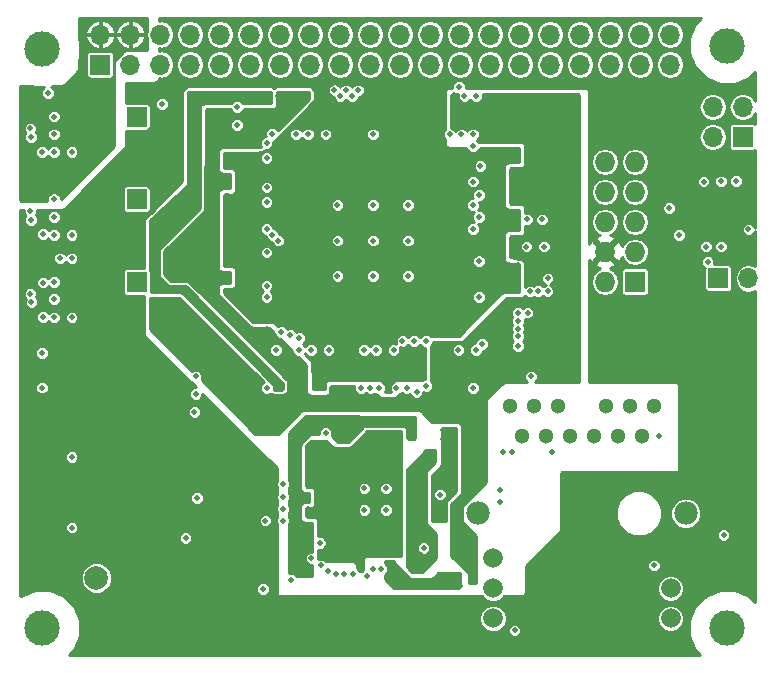
<source format=gbr>
G04 #@! TF.FileFunction,Copper,L3,Inr,Signal*
%FSLAX45Y45*%
G04 Gerber Fmt 4.5, Leading zero omitted, Abs format (unit mm)*
G04 Created by KiCad (PCBNEW 4.0.7) date 07/31/18 15:54:45*
%MOMM*%
%LPD*%
G01*
G04 APERTURE LIST*
%ADD10C,0.100000*%
%ADD11C,2.000000*%
%ADD12R,1.700000X1.700000*%
%ADD13O,1.700000X1.700000*%
%ADD14R,1.727200X1.727200*%
%ADD15O,1.727200X1.727200*%
%ADD16C,3.000000*%
%ADD17C,1.300000*%
%ADD18C,1.670000*%
%ADD19C,1.970000*%
%ADD20C,0.500000*%
%ADD21C,0.500000*%
%ADD22C,0.200000*%
%ADD23C,0.254000*%
G04 APERTURE END LIST*
D10*
D11*
X8660000Y-10905000D03*
D12*
X9000000Y-7700000D03*
X9000000Y-8400000D03*
X9000000Y-7000000D03*
X13926000Y-8370000D03*
D13*
X14180000Y-8370000D03*
D12*
X8692000Y-6559000D03*
D13*
X8692000Y-6305000D03*
X8946000Y-6559000D03*
X8946000Y-6305000D03*
X9200000Y-6559000D03*
X9200000Y-6305000D03*
X9454000Y-6559000D03*
X9454000Y-6305000D03*
X9708000Y-6559000D03*
X9708000Y-6305000D03*
X9962000Y-6559000D03*
X9962000Y-6305000D03*
X10216000Y-6559000D03*
X10216000Y-6305000D03*
X10470000Y-6559000D03*
X10470000Y-6305000D03*
X10724000Y-6559000D03*
X10724000Y-6305000D03*
X10978000Y-6559000D03*
X10978000Y-6305000D03*
X11232000Y-6559000D03*
X11232000Y-6305000D03*
X11486000Y-6559000D03*
X11486000Y-6305000D03*
X11740000Y-6559000D03*
X11740000Y-6305000D03*
X11994000Y-6559000D03*
X11994000Y-6305000D03*
X12248000Y-6559000D03*
X12248000Y-6305000D03*
X12502000Y-6559000D03*
X12502000Y-6305000D03*
X12756000Y-6559000D03*
X12756000Y-6305000D03*
X13010000Y-6559000D03*
X13010000Y-6305000D03*
X13264000Y-6559000D03*
X13264000Y-6305000D03*
X13518000Y-6559000D03*
X13518000Y-6305000D03*
D12*
X14131000Y-7172000D03*
D13*
X13877000Y-7172000D03*
X14131000Y-6918000D03*
X13877000Y-6918000D03*
D14*
X13219000Y-8397000D03*
D15*
X12965000Y-8397000D03*
X13219000Y-8143000D03*
X12965000Y-8143000D03*
X13219000Y-7889000D03*
X12965000Y-7889000D03*
X13219000Y-7635000D03*
X12965000Y-7635000D03*
X13219000Y-7381000D03*
X12965000Y-7381000D03*
D16*
X8200000Y-6430000D03*
X14000000Y-6400000D03*
X8200000Y-11330000D03*
X14000000Y-11330000D03*
D17*
X13278000Y-9700000D03*
X13075000Y-9700000D03*
X12872000Y-9700000D03*
X12668000Y-9700000D03*
X12465000Y-9700000D03*
X12262000Y-9700000D03*
X13380000Y-9446000D03*
X13177000Y-9446000D03*
X12974000Y-9446000D03*
X12566000Y-9446000D03*
X12363000Y-9446000D03*
X12160000Y-9446000D03*
D18*
X13522000Y-10995000D03*
X13522000Y-11249000D03*
X12018000Y-10741000D03*
X12018000Y-10995000D03*
X12018000Y-11249000D03*
D19*
X11891000Y-10360000D03*
X13649000Y-10360000D03*
D20*
X11570000Y-10200000D03*
X13970000Y-10540000D03*
X10775000Y-6777501D03*
X10674754Y-6777210D03*
X10875000Y-6777501D03*
X13510000Y-7775000D03*
X14180000Y-7955000D03*
X13950000Y-8100000D03*
X13820000Y-8100000D03*
X13590000Y-8000000D03*
X13835000Y-8230000D03*
X10070000Y-11000000D03*
X8200000Y-9295000D03*
X8200000Y-9000000D03*
X8450000Y-10480000D03*
X8450000Y-9880000D03*
X9215000Y-6895000D03*
X12520000Y-9840000D03*
X13420000Y-9700000D03*
X11430000Y-10650000D03*
X8110000Y-8570000D03*
X8105000Y-7175000D03*
X8105000Y-7875000D03*
X8300000Y-8545000D03*
X8300000Y-7150000D03*
X8300000Y-7850000D03*
X8100000Y-7800000D03*
X8100000Y-8500000D03*
X8100000Y-7100000D03*
X8300000Y-8700000D03*
X8300000Y-8400000D03*
X8300000Y-8000000D03*
X8300000Y-7700000D03*
X8250000Y-6800000D03*
X8300000Y-7000000D03*
X8300000Y-7300000D03*
X9509999Y-10230000D03*
X9415001Y-10570000D03*
X10090000Y-10420000D03*
X11450000Y-8900000D03*
X12430000Y-7870000D03*
X12305000Y-7870000D03*
X10100000Y-7950000D03*
X10150000Y-8000000D03*
X10200000Y-8050000D03*
X10700000Y-8350000D03*
X11300000Y-8350000D03*
X11300000Y-7750000D03*
X10700000Y-7750000D03*
X11000000Y-7750000D03*
X11000000Y-8350000D03*
X11300000Y-8050000D03*
X10700001Y-8050000D03*
X11000000Y-8050000D03*
X10100000Y-7724999D03*
X10100000Y-8150000D03*
X10375000Y-8975000D03*
X10100000Y-7600000D03*
X10100000Y-8525000D03*
X10100000Y-8430000D03*
X10100000Y-7350000D03*
X9850000Y-6920000D03*
X10100000Y-7225000D03*
X10145000Y-7145000D03*
X10450000Y-7150000D03*
X10600000Y-7150000D03*
X10725000Y-6825000D03*
X10825000Y-6825000D03*
X12300000Y-8100000D03*
X12450000Y-8100000D03*
X11000000Y-7150000D03*
X11750000Y-7150000D03*
X11650000Y-7150000D03*
X11850000Y-7150000D03*
X10900000Y-9300000D03*
X11900000Y-8525000D03*
X11900000Y-8225000D03*
X11900000Y-7665000D03*
X11900000Y-7850000D03*
X11925000Y-8925000D03*
X11875000Y-8975000D03*
X11725000Y-8975000D03*
X10180000Y-8975000D03*
X10625000Y-8975000D03*
X10475000Y-8975000D03*
X11175000Y-8975000D03*
X10925000Y-8975000D03*
X11025000Y-8974998D03*
X10980000Y-9300000D03*
X11910000Y-7420000D03*
X12340000Y-9200000D03*
X11111875Y-10331875D03*
X10928125Y-10331875D03*
X10928125Y-10148125D03*
X11111875Y-10148125D03*
X12430000Y-11240000D03*
X12355000Y-10895000D03*
X13175000Y-11115000D03*
X9550000Y-6705000D03*
X14195000Y-7775000D03*
X13590000Y-7529999D03*
X13550000Y-8225000D03*
X9437500Y-9687500D03*
X10070000Y-10820000D03*
X11430000Y-11330000D03*
X11310000Y-11330000D03*
X11370000Y-11330000D03*
X9300000Y-7250000D03*
X9250000Y-7350000D03*
X9150000Y-7350000D03*
X9250000Y-7150000D03*
X9150000Y-7150000D03*
X9200000Y-7250000D03*
X10360000Y-11170000D03*
X10490000Y-11170000D03*
X10430000Y-11170000D03*
X9580000Y-10560000D03*
X9055000Y-10570000D03*
X9670000Y-9940000D03*
X13380000Y-7150000D03*
X9775000Y-7679999D03*
X9775000Y-8475000D03*
X9775000Y-8125000D03*
X9775000Y-7350000D03*
X10600000Y-6825000D03*
X12225001Y-7375000D03*
X11125000Y-9300000D03*
X10550000Y-9300000D03*
X12220000Y-7840000D03*
X12230000Y-8260000D03*
X12230000Y-8480000D03*
X11025000Y-6825000D03*
X10025000Y-10635000D03*
X8500000Y-6803000D03*
X8410000Y-6803000D03*
X8200000Y-6999828D03*
X8205000Y-7705000D03*
X8205000Y-8405000D03*
X8350000Y-7500000D03*
X8437500Y-7500000D03*
X8350000Y-8200000D03*
X8450000Y-8200000D03*
X12230000Y-8665001D03*
X11000001Y-10830000D03*
X10240000Y-10420000D03*
X10240000Y-10320000D03*
X10240000Y-10220000D03*
X10240000Y-10110000D03*
X10305000Y-10920000D03*
X12480000Y-8370000D03*
X10480000Y-10740000D03*
X12480000Y-8480000D03*
X10760000Y-10870000D03*
X12230000Y-8860005D03*
X10559999Y-10800000D03*
X12400000Y-8476000D03*
X10624195Y-10844195D03*
X12330000Y-8480000D03*
X12310000Y-8660000D03*
X10690000Y-10870000D03*
X13380000Y-10800000D03*
X12200000Y-11350000D03*
X13800000Y-7550000D03*
X11840000Y-10930000D03*
X11840000Y-10780000D03*
X10180000Y-9620000D03*
X9200000Y-8743000D03*
X9250000Y-8150000D03*
X9250000Y-8225000D03*
X9250000Y-8300000D03*
X9200000Y-8550000D03*
X9200000Y-8650000D03*
X12430000Y-9090000D03*
X12135000Y-6935000D03*
X10330000Y-9520000D03*
X10405000Y-9470000D03*
X11890000Y-9610000D03*
X11890000Y-9690000D03*
X10680001Y-9300000D03*
X9775000Y-7569999D03*
X11685000Y-6820000D03*
X12230000Y-7470000D03*
X12230000Y-8555000D03*
X9780001Y-7209999D03*
X10100000Y-8800000D03*
X9775000Y-8375000D03*
X10200000Y-6825000D03*
X10450000Y-6825000D03*
X10400000Y-9300000D03*
X11525000Y-8975000D03*
X12220000Y-7670000D03*
X12230000Y-8190000D03*
X9200000Y-7850000D03*
X9200000Y-8050000D03*
X9200000Y-7950000D03*
X10125000Y-6824999D03*
X11775000Y-6825000D03*
X10200000Y-9300000D03*
X11850000Y-9300000D03*
X9850000Y-7070000D03*
X8205000Y-7995000D03*
X8200000Y-7300000D03*
X8205000Y-8695000D03*
X12080000Y-10160000D03*
X12080000Y-10260000D03*
X12100000Y-9840000D03*
X12180000Y-9840000D03*
X11200000Y-9299999D03*
X11250000Y-8900000D03*
X11350000Y-8900000D03*
X11690000Y-10980000D03*
X11740000Y-10970000D03*
X11120000Y-10780004D03*
X11529240Y-10052772D03*
X11520000Y-10360000D03*
X11550000Y-10400000D03*
X11590000Y-9650000D03*
X11590000Y-9730000D03*
X10889849Y-10830836D03*
X10990000Y-9680000D03*
X10505000Y-9770000D03*
X10455000Y-9795000D03*
X10450000Y-10325000D03*
X10450000Y-10010000D03*
X11210000Y-9710000D03*
X11467411Y-10579462D03*
X11320000Y-10820000D03*
X11370000Y-10850000D03*
X11490000Y-9850000D03*
X8450000Y-8000000D03*
X8450000Y-7300000D03*
X8450000Y-8700000D03*
X12230000Y-8795004D03*
X10830000Y-10870001D03*
X10550000Y-10610000D03*
X11290000Y-9300000D03*
X11370000Y-9330001D03*
X10600000Y-9675000D03*
X11072374Y-10830474D03*
X11450000Y-9280000D03*
X14075000Y-7545000D03*
X13948000Y-7548000D03*
X11850000Y-7550000D03*
X11850000Y-7950000D03*
X11850000Y-7750000D03*
X11850000Y-7250000D03*
X10950000Y-10889999D03*
X12230000Y-8730003D03*
X10760000Y-9740000D03*
X10449430Y-10518575D03*
X10369999Y-10810000D03*
X10430000Y-10810000D03*
X10430000Y-10870000D03*
X10445000Y-10215000D03*
X11310000Y-9710000D03*
X12230000Y-8940000D03*
X11875000Y-6825000D03*
X10100000Y-9300000D03*
X10350000Y-7150000D03*
X11050000Y-9300000D03*
X9500000Y-9200000D03*
X10225000Y-8825000D03*
X9500000Y-9350000D03*
X10300000Y-8850000D03*
X9490000Y-9500000D03*
X10375000Y-8875000D03*
X11730000Y-6750000D03*
D21*
X12965000Y-8143000D02*
X12878640Y-8229360D01*
X12878640Y-8229360D02*
X12878640Y-8251360D01*
X12965000Y-8143000D02*
X12878640Y-8056640D01*
X12878640Y-8056640D02*
X12878640Y-8038640D01*
X12965000Y-8143000D02*
X13072000Y-8250000D01*
X12965000Y-8143000D02*
X13090000Y-8018000D01*
D22*
X11000000Y-6850000D02*
X11025000Y-6825000D01*
X10575000Y-6850000D02*
X10600000Y-6825000D01*
X9800000Y-8500000D02*
X9775000Y-8475000D01*
X12230000Y-7660000D02*
X12220000Y-7670000D01*
X10995000Y-9665000D02*
X10990000Y-9670000D01*
D23*
G36*
X11702698Y-9633486D02*
X11704986Y-9635014D01*
X11706514Y-9637302D01*
X11707300Y-9641251D01*
X11707300Y-10160884D01*
X11706945Y-10163576D01*
X11706227Y-10165311D01*
X11704574Y-10167466D01*
X11626878Y-10245162D01*
X11625782Y-10246411D01*
X11622604Y-10250553D01*
X11620946Y-10253424D01*
X11618948Y-10258248D01*
X11618090Y-10261450D01*
X11617409Y-10266627D01*
X11617300Y-10268284D01*
X11617300Y-10418749D01*
X11616514Y-10422698D01*
X11614986Y-10424986D01*
X11612698Y-10426514D01*
X11608749Y-10427300D01*
X11511251Y-10427300D01*
X11507302Y-10426514D01*
X11505014Y-10424986D01*
X11503486Y-10422698D01*
X11502700Y-10418749D01*
X11502700Y-10211427D01*
X11512290Y-10211427D01*
X11521056Y-10232642D01*
X11537273Y-10248887D01*
X11558472Y-10257690D01*
X11581427Y-10257710D01*
X11602642Y-10248944D01*
X11618887Y-10232727D01*
X11627690Y-10211528D01*
X11627710Y-10188573D01*
X11618944Y-10167358D01*
X11602727Y-10151113D01*
X11581528Y-10142310D01*
X11558573Y-10142290D01*
X11537358Y-10151056D01*
X11521113Y-10167273D01*
X11512310Y-10188472D01*
X11512290Y-10211427D01*
X11502700Y-10211427D01*
X11502700Y-10039116D01*
X11503054Y-10036424D01*
X11503773Y-10034689D01*
X11505426Y-10032534D01*
X11573122Y-9964838D01*
X11574218Y-9963589D01*
X11577396Y-9959447D01*
X11579054Y-9956576D01*
X11581052Y-9951752D01*
X11581910Y-9948550D01*
X11582591Y-9943373D01*
X11582700Y-9941716D01*
X11582700Y-9641251D01*
X11583486Y-9637302D01*
X11585014Y-9635014D01*
X11587302Y-9633486D01*
X11591251Y-9632700D01*
X11698749Y-9632700D01*
X11702698Y-9633486D01*
X11702698Y-9633486D01*
G37*
X11702698Y-9633486D02*
X11704986Y-9635014D01*
X11706514Y-9637302D01*
X11707300Y-9641251D01*
X11707300Y-10160884D01*
X11706945Y-10163576D01*
X11706227Y-10165311D01*
X11704574Y-10167466D01*
X11626878Y-10245162D01*
X11625782Y-10246411D01*
X11622604Y-10250553D01*
X11620946Y-10253424D01*
X11618948Y-10258248D01*
X11618090Y-10261450D01*
X11617409Y-10266627D01*
X11617300Y-10268284D01*
X11617300Y-10418749D01*
X11616514Y-10422698D01*
X11614986Y-10424986D01*
X11612698Y-10426514D01*
X11608749Y-10427300D01*
X11511251Y-10427300D01*
X11507302Y-10426514D01*
X11505014Y-10424986D01*
X11503486Y-10422698D01*
X11502700Y-10418749D01*
X11502700Y-10211427D01*
X11512290Y-10211427D01*
X11521056Y-10232642D01*
X11537273Y-10248887D01*
X11558472Y-10257690D01*
X11581427Y-10257710D01*
X11602642Y-10248944D01*
X11618887Y-10232727D01*
X11627690Y-10211528D01*
X11627710Y-10188573D01*
X11618944Y-10167358D01*
X11602727Y-10151113D01*
X11581528Y-10142310D01*
X11558573Y-10142290D01*
X11537358Y-10151056D01*
X11521113Y-10167273D01*
X11512310Y-10188472D01*
X11512290Y-10211427D01*
X11502700Y-10211427D01*
X11502700Y-10039116D01*
X11503054Y-10036424D01*
X11503773Y-10034689D01*
X11505426Y-10032534D01*
X11573122Y-9964838D01*
X11574218Y-9963589D01*
X11577396Y-9959447D01*
X11579054Y-9956576D01*
X11581052Y-9951752D01*
X11581910Y-9948550D01*
X11582591Y-9943373D01*
X11582700Y-9941716D01*
X11582700Y-9641251D01*
X11583486Y-9637302D01*
X11585014Y-9635014D01*
X11587302Y-9633486D01*
X11591251Y-9632700D01*
X11698749Y-9632700D01*
X11702698Y-9633486D01*
G36*
X11522698Y-9823486D02*
X11524986Y-9825014D01*
X11526514Y-9827302D01*
X11527300Y-9831251D01*
X11527300Y-9920884D01*
X11526945Y-9923576D01*
X11526227Y-9925311D01*
X11524574Y-9927466D01*
X11456878Y-9995162D01*
X11455782Y-9996411D01*
X11452604Y-10000553D01*
X11450946Y-10003424D01*
X11448948Y-10008248D01*
X11448090Y-10011450D01*
X11447409Y-10016627D01*
X11447300Y-10018284D01*
X11447300Y-10431716D01*
X11447409Y-10433373D01*
X11448090Y-10438550D01*
X11448948Y-10441752D01*
X11450946Y-10446576D01*
X11452604Y-10449447D01*
X11455782Y-10453589D01*
X11456878Y-10454838D01*
X11534574Y-10532534D01*
X11536227Y-10534689D01*
X11536945Y-10536424D01*
X11537300Y-10539116D01*
X11537300Y-10730884D01*
X11536945Y-10733576D01*
X11536227Y-10735311D01*
X11534574Y-10737466D01*
X11417466Y-10854574D01*
X11415311Y-10856227D01*
X11413576Y-10856946D01*
X11410884Y-10857300D01*
X11339116Y-10857300D01*
X11336424Y-10856946D01*
X11334689Y-10856227D01*
X11332534Y-10854574D01*
X11295426Y-10817466D01*
X11293773Y-10815311D01*
X11293054Y-10813576D01*
X11292700Y-10810884D01*
X11292700Y-10661427D01*
X11372290Y-10661427D01*
X11381056Y-10682642D01*
X11397273Y-10698887D01*
X11418472Y-10707690D01*
X11441427Y-10707710D01*
X11462642Y-10698944D01*
X11478887Y-10682727D01*
X11487690Y-10661528D01*
X11487710Y-10638573D01*
X11478944Y-10617358D01*
X11462727Y-10601113D01*
X11441528Y-10592310D01*
X11418573Y-10592290D01*
X11397358Y-10601056D01*
X11381113Y-10617273D01*
X11372310Y-10638472D01*
X11372290Y-10661427D01*
X11292700Y-10661427D01*
X11292700Y-9989116D01*
X11293054Y-9986424D01*
X11293773Y-9984689D01*
X11295426Y-9982534D01*
X11452534Y-9825426D01*
X11454689Y-9823773D01*
X11456424Y-9823055D01*
X11459116Y-9822700D01*
X11518749Y-9822700D01*
X11522698Y-9823486D01*
X11522698Y-9823486D01*
G37*
X11522698Y-9823486D02*
X11524986Y-9825014D01*
X11526514Y-9827302D01*
X11527300Y-9831251D01*
X11527300Y-9920884D01*
X11526945Y-9923576D01*
X11526227Y-9925311D01*
X11524574Y-9927466D01*
X11456878Y-9995162D01*
X11455782Y-9996411D01*
X11452604Y-10000553D01*
X11450946Y-10003424D01*
X11448948Y-10008248D01*
X11448090Y-10011450D01*
X11447409Y-10016627D01*
X11447300Y-10018284D01*
X11447300Y-10431716D01*
X11447409Y-10433373D01*
X11448090Y-10438550D01*
X11448948Y-10441752D01*
X11450946Y-10446576D01*
X11452604Y-10449447D01*
X11455782Y-10453589D01*
X11456878Y-10454838D01*
X11534574Y-10532534D01*
X11536227Y-10534689D01*
X11536945Y-10536424D01*
X11537300Y-10539116D01*
X11537300Y-10730884D01*
X11536945Y-10733576D01*
X11536227Y-10735311D01*
X11534574Y-10737466D01*
X11417466Y-10854574D01*
X11415311Y-10856227D01*
X11413576Y-10856946D01*
X11410884Y-10857300D01*
X11339116Y-10857300D01*
X11336424Y-10856946D01*
X11334689Y-10856227D01*
X11332534Y-10854574D01*
X11295426Y-10817466D01*
X11293773Y-10815311D01*
X11293054Y-10813576D01*
X11292700Y-10810884D01*
X11292700Y-10661427D01*
X11372290Y-10661427D01*
X11381056Y-10682642D01*
X11397273Y-10698887D01*
X11418472Y-10707690D01*
X11441427Y-10707710D01*
X11462642Y-10698944D01*
X11478887Y-10682727D01*
X11487690Y-10661528D01*
X11487710Y-10638573D01*
X11478944Y-10617358D01*
X11462727Y-10601113D01*
X11441528Y-10592310D01*
X11418573Y-10592290D01*
X11397358Y-10601056D01*
X11381113Y-10617273D01*
X11372310Y-10638472D01*
X11372290Y-10661427D01*
X11292700Y-10661427D01*
X11292700Y-9989116D01*
X11293054Y-9986424D01*
X11293773Y-9984689D01*
X11295426Y-9982534D01*
X11452534Y-9825426D01*
X11454689Y-9823773D01*
X11456424Y-9823055D01*
X11459116Y-9822700D01*
X11518749Y-9822700D01*
X11522698Y-9823486D01*
G36*
X11163576Y-10763055D02*
X11165311Y-10763773D01*
X11167466Y-10765426D01*
X11305162Y-10903122D01*
X11306411Y-10904218D01*
X11310553Y-10907396D01*
X11313424Y-10909054D01*
X11318248Y-10911052D01*
X11321450Y-10911910D01*
X11326627Y-10912591D01*
X11328284Y-10912700D01*
X11491716Y-10912700D01*
X11493373Y-10912591D01*
X11498550Y-10911910D01*
X11501752Y-10911052D01*
X11506576Y-10909054D01*
X11509447Y-10907396D01*
X11513589Y-10904218D01*
X11514838Y-10903122D01*
X11552534Y-10865426D01*
X11554689Y-10863773D01*
X11556424Y-10863055D01*
X11559116Y-10862700D01*
X11728749Y-10862700D01*
X11732698Y-10863486D01*
X11734986Y-10865014D01*
X11736514Y-10867302D01*
X11737300Y-10871251D01*
X11737300Y-10978749D01*
X11736514Y-10982698D01*
X11734986Y-10984986D01*
X11732698Y-10986514D01*
X11728749Y-10987300D01*
X11179116Y-10987300D01*
X11176424Y-10986946D01*
X11174689Y-10986227D01*
X11172534Y-10984574D01*
X11105426Y-10917466D01*
X11103773Y-10915311D01*
X11103055Y-10913576D01*
X11102700Y-10910884D01*
X11102700Y-10880375D01*
X11105016Y-10879419D01*
X11121261Y-10863201D01*
X11130064Y-10842002D01*
X11130084Y-10819047D01*
X11121318Y-10797833D01*
X11105101Y-10781587D01*
X11102700Y-10780590D01*
X11102700Y-10771251D01*
X11103486Y-10767302D01*
X11105014Y-10765014D01*
X11107302Y-10763486D01*
X11111251Y-10762700D01*
X11160884Y-10762700D01*
X11163576Y-10763055D01*
X11163576Y-10763055D01*
G37*
X11163576Y-10763055D02*
X11165311Y-10763773D01*
X11167466Y-10765426D01*
X11305162Y-10903122D01*
X11306411Y-10904218D01*
X11310553Y-10907396D01*
X11313424Y-10909054D01*
X11318248Y-10911052D01*
X11321450Y-10911910D01*
X11326627Y-10912591D01*
X11328284Y-10912700D01*
X11491716Y-10912700D01*
X11493373Y-10912591D01*
X11498550Y-10911910D01*
X11501752Y-10911052D01*
X11506576Y-10909054D01*
X11509447Y-10907396D01*
X11513589Y-10904218D01*
X11514838Y-10903122D01*
X11552534Y-10865426D01*
X11554689Y-10863773D01*
X11556424Y-10863055D01*
X11559116Y-10862700D01*
X11728749Y-10862700D01*
X11732698Y-10863486D01*
X11734986Y-10865014D01*
X11736514Y-10867302D01*
X11737300Y-10871251D01*
X11737300Y-10978749D01*
X11736514Y-10982698D01*
X11734986Y-10984986D01*
X11732698Y-10986514D01*
X11728749Y-10987300D01*
X11179116Y-10987300D01*
X11176424Y-10986946D01*
X11174689Y-10986227D01*
X11172534Y-10984574D01*
X11105426Y-10917466D01*
X11103773Y-10915311D01*
X11103055Y-10913576D01*
X11102700Y-10910884D01*
X11102700Y-10880375D01*
X11105016Y-10879419D01*
X11121261Y-10863201D01*
X11130064Y-10842002D01*
X11130084Y-10819047D01*
X11121318Y-10797833D01*
X11105101Y-10781587D01*
X11102700Y-10780590D01*
X11102700Y-10771251D01*
X11103486Y-10767302D01*
X11105014Y-10765014D01*
X11107302Y-10763486D01*
X11111251Y-10762700D01*
X11160884Y-10762700D01*
X11163576Y-10763055D01*
G36*
X11348792Y-9542588D02*
X11352725Y-9543389D01*
X11355000Y-9544921D01*
X11356520Y-9547204D01*
X11357300Y-9551141D01*
X11357300Y-9718749D01*
X11356514Y-9722698D01*
X11354986Y-9724986D01*
X11352698Y-9726514D01*
X11348749Y-9727300D01*
X11301251Y-9727300D01*
X11297302Y-9726514D01*
X11295014Y-9724986D01*
X11293486Y-9722698D01*
X11292700Y-9718749D01*
X11292700Y-9650000D01*
X11292456Y-9647522D01*
X11290934Y-9639869D01*
X11289037Y-9635291D01*
X11284702Y-9628802D01*
X11281198Y-9625298D01*
X11274709Y-9620963D01*
X11270131Y-9619066D01*
X11262478Y-9617544D01*
X11260000Y-9617300D01*
X10938307Y-9617300D01*
X10936645Y-9617409D01*
X10931456Y-9618094D01*
X10928247Y-9618956D01*
X10923413Y-9620964D01*
X10920537Y-9622630D01*
X10916390Y-9625823D01*
X10915140Y-9626923D01*
X10787999Y-9754561D01*
X10785841Y-9756222D01*
X10784104Y-9756944D01*
X10781404Y-9757300D01*
X10709116Y-9757300D01*
X10706424Y-9756946D01*
X10704689Y-9756227D01*
X10702534Y-9754574D01*
X10650882Y-9702922D01*
X10657690Y-9686528D01*
X10657710Y-9663573D01*
X10648944Y-9642358D01*
X10632727Y-9626113D01*
X10611528Y-9617310D01*
X10588573Y-9617290D01*
X10567358Y-9626056D01*
X10551113Y-9642273D01*
X10542310Y-9663472D01*
X10542290Y-9686427D01*
X10542651Y-9687300D01*
X10483284Y-9687300D01*
X10481627Y-9687409D01*
X10476450Y-9688090D01*
X10473248Y-9688948D01*
X10468424Y-9690946D01*
X10465553Y-9692604D01*
X10461411Y-9695782D01*
X10460162Y-9696878D01*
X10452932Y-9704108D01*
X10448378Y-9706737D01*
X10444236Y-9709915D01*
X10441020Y-9712736D01*
X10407736Y-9746020D01*
X10404915Y-9749236D01*
X10401737Y-9753378D01*
X10399108Y-9757932D01*
X10396878Y-9760162D01*
X10395782Y-9761411D01*
X10392604Y-9765553D01*
X10390946Y-9768424D01*
X10388948Y-9773248D01*
X10388090Y-9776450D01*
X10387409Y-9781627D01*
X10387300Y-9783284D01*
X10387300Y-10155000D01*
X10387544Y-10157478D01*
X10389066Y-10165131D01*
X10390963Y-10169710D01*
X10395298Y-10176198D01*
X10398802Y-10179702D01*
X10405291Y-10184037D01*
X10409869Y-10185934D01*
X10417522Y-10187456D01*
X10420000Y-10187700D01*
X10453749Y-10187700D01*
X10457698Y-10188486D01*
X10459986Y-10190014D01*
X10461514Y-10192302D01*
X10462300Y-10196251D01*
X10462300Y-10253749D01*
X10461514Y-10257698D01*
X10459986Y-10259986D01*
X10457698Y-10261514D01*
X10453749Y-10262300D01*
X10420000Y-10262300D01*
X10417522Y-10262544D01*
X10409869Y-10264066D01*
X10405291Y-10265963D01*
X10398802Y-10270298D01*
X10395298Y-10273802D01*
X10390963Y-10280291D01*
X10389066Y-10284869D01*
X10387544Y-10292522D01*
X10387300Y-10295000D01*
X10387300Y-10405000D01*
X10387544Y-10407478D01*
X10389066Y-10415131D01*
X10390963Y-10419710D01*
X10395298Y-10426198D01*
X10398802Y-10429702D01*
X10405291Y-10434037D01*
X10409869Y-10435934D01*
X10417522Y-10437456D01*
X10420000Y-10437700D01*
X10478749Y-10437700D01*
X10482698Y-10438486D01*
X10484986Y-10440014D01*
X10486514Y-10442302D01*
X10487300Y-10446251D01*
X10487300Y-10682306D01*
X10468573Y-10682290D01*
X10447358Y-10691056D01*
X10431113Y-10707273D01*
X10422310Y-10728472D01*
X10422290Y-10751427D01*
X10431056Y-10772642D01*
X10447273Y-10788887D01*
X10468472Y-10797690D01*
X10487300Y-10797706D01*
X10487300Y-10878749D01*
X10486514Y-10882698D01*
X10484986Y-10884986D01*
X10482698Y-10886514D01*
X10478749Y-10887300D01*
X10353886Y-10887300D01*
X10337728Y-10871113D01*
X10316528Y-10862310D01*
X10293574Y-10862290D01*
X10287700Y-10864717D01*
X10287700Y-10453912D01*
X10288887Y-10452727D01*
X10297690Y-10431528D01*
X10297710Y-10408573D01*
X10288944Y-10387358D01*
X10287700Y-10386112D01*
X10287700Y-10353912D01*
X10288887Y-10352727D01*
X10297690Y-10331528D01*
X10297710Y-10308573D01*
X10288944Y-10287358D01*
X10287700Y-10286112D01*
X10287700Y-10253912D01*
X10288887Y-10252727D01*
X10297690Y-10231528D01*
X10297710Y-10208573D01*
X10288944Y-10187358D01*
X10287700Y-10186112D01*
X10287700Y-10143912D01*
X10288887Y-10142727D01*
X10297690Y-10121528D01*
X10297710Y-10098573D01*
X10288944Y-10077358D01*
X10287700Y-10076112D01*
X10287700Y-9684116D01*
X10288055Y-9681424D01*
X10288773Y-9679689D01*
X10290426Y-9677534D01*
X10427486Y-9540475D01*
X10429657Y-9538812D01*
X10431404Y-9538094D01*
X10434118Y-9537748D01*
X11348792Y-9542588D01*
X11348792Y-9542588D01*
G37*
X11348792Y-9542588D02*
X11352725Y-9543389D01*
X11355000Y-9544921D01*
X11356520Y-9547204D01*
X11357300Y-9551141D01*
X11357300Y-9718749D01*
X11356514Y-9722698D01*
X11354986Y-9724986D01*
X11352698Y-9726514D01*
X11348749Y-9727300D01*
X11301251Y-9727300D01*
X11297302Y-9726514D01*
X11295014Y-9724986D01*
X11293486Y-9722698D01*
X11292700Y-9718749D01*
X11292700Y-9650000D01*
X11292456Y-9647522D01*
X11290934Y-9639869D01*
X11289037Y-9635291D01*
X11284702Y-9628802D01*
X11281198Y-9625298D01*
X11274709Y-9620963D01*
X11270131Y-9619066D01*
X11262478Y-9617544D01*
X11260000Y-9617300D01*
X10938307Y-9617300D01*
X10936645Y-9617409D01*
X10931456Y-9618094D01*
X10928247Y-9618956D01*
X10923413Y-9620964D01*
X10920537Y-9622630D01*
X10916390Y-9625823D01*
X10915140Y-9626923D01*
X10787999Y-9754561D01*
X10785841Y-9756222D01*
X10784104Y-9756944D01*
X10781404Y-9757300D01*
X10709116Y-9757300D01*
X10706424Y-9756946D01*
X10704689Y-9756227D01*
X10702534Y-9754574D01*
X10650882Y-9702922D01*
X10657690Y-9686528D01*
X10657710Y-9663573D01*
X10648944Y-9642358D01*
X10632727Y-9626113D01*
X10611528Y-9617310D01*
X10588573Y-9617290D01*
X10567358Y-9626056D01*
X10551113Y-9642273D01*
X10542310Y-9663472D01*
X10542290Y-9686427D01*
X10542651Y-9687300D01*
X10483284Y-9687300D01*
X10481627Y-9687409D01*
X10476450Y-9688090D01*
X10473248Y-9688948D01*
X10468424Y-9690946D01*
X10465553Y-9692604D01*
X10461411Y-9695782D01*
X10460162Y-9696878D01*
X10452932Y-9704108D01*
X10448378Y-9706737D01*
X10444236Y-9709915D01*
X10441020Y-9712736D01*
X10407736Y-9746020D01*
X10404915Y-9749236D01*
X10401737Y-9753378D01*
X10399108Y-9757932D01*
X10396878Y-9760162D01*
X10395782Y-9761411D01*
X10392604Y-9765553D01*
X10390946Y-9768424D01*
X10388948Y-9773248D01*
X10388090Y-9776450D01*
X10387409Y-9781627D01*
X10387300Y-9783284D01*
X10387300Y-10155000D01*
X10387544Y-10157478D01*
X10389066Y-10165131D01*
X10390963Y-10169710D01*
X10395298Y-10176198D01*
X10398802Y-10179702D01*
X10405291Y-10184037D01*
X10409869Y-10185934D01*
X10417522Y-10187456D01*
X10420000Y-10187700D01*
X10453749Y-10187700D01*
X10457698Y-10188486D01*
X10459986Y-10190014D01*
X10461514Y-10192302D01*
X10462300Y-10196251D01*
X10462300Y-10253749D01*
X10461514Y-10257698D01*
X10459986Y-10259986D01*
X10457698Y-10261514D01*
X10453749Y-10262300D01*
X10420000Y-10262300D01*
X10417522Y-10262544D01*
X10409869Y-10264066D01*
X10405291Y-10265963D01*
X10398802Y-10270298D01*
X10395298Y-10273802D01*
X10390963Y-10280291D01*
X10389066Y-10284869D01*
X10387544Y-10292522D01*
X10387300Y-10295000D01*
X10387300Y-10405000D01*
X10387544Y-10407478D01*
X10389066Y-10415131D01*
X10390963Y-10419710D01*
X10395298Y-10426198D01*
X10398802Y-10429702D01*
X10405291Y-10434037D01*
X10409869Y-10435934D01*
X10417522Y-10437456D01*
X10420000Y-10437700D01*
X10478749Y-10437700D01*
X10482698Y-10438486D01*
X10484986Y-10440014D01*
X10486514Y-10442302D01*
X10487300Y-10446251D01*
X10487300Y-10682306D01*
X10468573Y-10682290D01*
X10447358Y-10691056D01*
X10431113Y-10707273D01*
X10422310Y-10728472D01*
X10422290Y-10751427D01*
X10431056Y-10772642D01*
X10447273Y-10788887D01*
X10468472Y-10797690D01*
X10487300Y-10797706D01*
X10487300Y-10878749D01*
X10486514Y-10882698D01*
X10484986Y-10884986D01*
X10482698Y-10886514D01*
X10478749Y-10887300D01*
X10353886Y-10887300D01*
X10337728Y-10871113D01*
X10316528Y-10862310D01*
X10293574Y-10862290D01*
X10287700Y-10864717D01*
X10287700Y-10453912D01*
X10288887Y-10452727D01*
X10297690Y-10431528D01*
X10297710Y-10408573D01*
X10288944Y-10387358D01*
X10287700Y-10386112D01*
X10287700Y-10353912D01*
X10288887Y-10352727D01*
X10297690Y-10331528D01*
X10297710Y-10308573D01*
X10288944Y-10287358D01*
X10287700Y-10286112D01*
X10287700Y-10253912D01*
X10288887Y-10252727D01*
X10297690Y-10231528D01*
X10297710Y-10208573D01*
X10288944Y-10187358D01*
X10287700Y-10186112D01*
X10287700Y-10143912D01*
X10288887Y-10142727D01*
X10297690Y-10121528D01*
X10297710Y-10098573D01*
X10288944Y-10077358D01*
X10287700Y-10076112D01*
X10287700Y-9684116D01*
X10288055Y-9681424D01*
X10288773Y-9679689D01*
X10290426Y-9677534D01*
X10427486Y-9540475D01*
X10429657Y-9538812D01*
X10431404Y-9538094D01*
X10434118Y-9537748D01*
X11348792Y-9542588D01*
G36*
X11232784Y-9663481D02*
X11235068Y-9665002D01*
X11236599Y-9667279D01*
X11237398Y-9671213D01*
X11242202Y-10708964D01*
X11241707Y-10712181D01*
X11240696Y-10714181D01*
X11239115Y-10715769D01*
X11237120Y-10716789D01*
X11233905Y-10717300D01*
X10950000Y-10717300D01*
X10947522Y-10717544D01*
X10939869Y-10719066D01*
X10935291Y-10720963D01*
X10928802Y-10725298D01*
X10925298Y-10728802D01*
X10920963Y-10735291D01*
X10919066Y-10739869D01*
X10917544Y-10747522D01*
X10917300Y-10750000D01*
X10917300Y-10838749D01*
X10916713Y-10841699D01*
X10911688Y-10846715D01*
X10908749Y-10847300D01*
X10883052Y-10847300D01*
X10878944Y-10837359D01*
X10862727Y-10821114D01*
X10862700Y-10821102D01*
X10862700Y-10795000D01*
X10862456Y-10792522D01*
X10860934Y-10784869D01*
X10859037Y-10780291D01*
X10854702Y-10773802D01*
X10851198Y-10770298D01*
X10844710Y-10765963D01*
X10840131Y-10764066D01*
X10832478Y-10762544D01*
X10830000Y-10762300D01*
X10603894Y-10762300D01*
X10592727Y-10751113D01*
X10571527Y-10742310D01*
X10548573Y-10742290D01*
X10537700Y-10746783D01*
X10537700Y-10740027D01*
X10537710Y-10728573D01*
X10537700Y-10728549D01*
X10537700Y-10667369D01*
X10538472Y-10667690D01*
X10561427Y-10667710D01*
X10582642Y-10658944D01*
X10598887Y-10642727D01*
X10607690Y-10621528D01*
X10607710Y-10598573D01*
X10598944Y-10577358D01*
X10582727Y-10561113D01*
X10561528Y-10552310D01*
X10538573Y-10552290D01*
X10537700Y-10552651D01*
X10537700Y-10420000D01*
X10537456Y-10417522D01*
X10535934Y-10409869D01*
X10534037Y-10405291D01*
X10529702Y-10398802D01*
X10526198Y-10395298D01*
X10519710Y-10390963D01*
X10515131Y-10389066D01*
X10507478Y-10387544D01*
X10505000Y-10387300D01*
X10446251Y-10387300D01*
X10442302Y-10386514D01*
X10440014Y-10384986D01*
X10438486Y-10382698D01*
X10437700Y-10378749D01*
X10437700Y-10343302D01*
X10870415Y-10343302D01*
X10879181Y-10364517D01*
X10895398Y-10380762D01*
X10916597Y-10389565D01*
X10939552Y-10389585D01*
X10960767Y-10380819D01*
X10977012Y-10364602D01*
X10985815Y-10343403D01*
X10985815Y-10343302D01*
X11054165Y-10343302D01*
X11062931Y-10364517D01*
X11079148Y-10380762D01*
X11100347Y-10389565D01*
X11123302Y-10389585D01*
X11144517Y-10380819D01*
X11160762Y-10364602D01*
X11169565Y-10343403D01*
X11169585Y-10320448D01*
X11160819Y-10299233D01*
X11144602Y-10282988D01*
X11123403Y-10274185D01*
X11100448Y-10274165D01*
X11079233Y-10282931D01*
X11062988Y-10299148D01*
X11054185Y-10320347D01*
X11054165Y-10343302D01*
X10985815Y-10343302D01*
X10985835Y-10320448D01*
X10977069Y-10299233D01*
X10960852Y-10282988D01*
X10939653Y-10274185D01*
X10916698Y-10274165D01*
X10895483Y-10282931D01*
X10879238Y-10299148D01*
X10870435Y-10320347D01*
X10870415Y-10343302D01*
X10437700Y-10343302D01*
X10437700Y-10321251D01*
X10438486Y-10317302D01*
X10440014Y-10315014D01*
X10442302Y-10313486D01*
X10446251Y-10312700D01*
X10480000Y-10312700D01*
X10482478Y-10312456D01*
X10490131Y-10310934D01*
X10494710Y-10309037D01*
X10501198Y-10304702D01*
X10504702Y-10301198D01*
X10509037Y-10294710D01*
X10510934Y-10290131D01*
X10512456Y-10282478D01*
X10512700Y-10280000D01*
X10512700Y-10170000D01*
X10512456Y-10167522D01*
X10510934Y-10159869D01*
X10510802Y-10159552D01*
X10870415Y-10159552D01*
X10879181Y-10180767D01*
X10895398Y-10197012D01*
X10916597Y-10205815D01*
X10939552Y-10205835D01*
X10960767Y-10197069D01*
X10977012Y-10180852D01*
X10985815Y-10159653D01*
X10985815Y-10159552D01*
X11054165Y-10159552D01*
X11062931Y-10180767D01*
X11079148Y-10197012D01*
X11100347Y-10205815D01*
X11123302Y-10205835D01*
X11144517Y-10197069D01*
X11160762Y-10180852D01*
X11169565Y-10159653D01*
X11169585Y-10136698D01*
X11160819Y-10115483D01*
X11144602Y-10099238D01*
X11123403Y-10090435D01*
X11100448Y-10090415D01*
X11079233Y-10099181D01*
X11062988Y-10115398D01*
X11054185Y-10136597D01*
X11054165Y-10159552D01*
X10985815Y-10159552D01*
X10985835Y-10136698D01*
X10977069Y-10115483D01*
X10960852Y-10099238D01*
X10939653Y-10090435D01*
X10916698Y-10090415D01*
X10895483Y-10099181D01*
X10879238Y-10115398D01*
X10870435Y-10136597D01*
X10870415Y-10159552D01*
X10510802Y-10159552D01*
X10509037Y-10155291D01*
X10504702Y-10148802D01*
X10501198Y-10145298D01*
X10494710Y-10140963D01*
X10490131Y-10139066D01*
X10482478Y-10137544D01*
X10480000Y-10137300D01*
X10446251Y-10137300D01*
X10442302Y-10136514D01*
X10440014Y-10134986D01*
X10438486Y-10132698D01*
X10437700Y-10128749D01*
X10437700Y-9784116D01*
X10438055Y-9781424D01*
X10438773Y-9779689D01*
X10440426Y-9777534D01*
X10472534Y-9745426D01*
X10474689Y-9743773D01*
X10476424Y-9743055D01*
X10479116Y-9742700D01*
X10600884Y-9742700D01*
X10603576Y-9743055D01*
X10605311Y-9743773D01*
X10607466Y-9745426D01*
X10655162Y-9793122D01*
X10656411Y-9794218D01*
X10660553Y-9797396D01*
X10663424Y-9799054D01*
X10668248Y-9801052D01*
X10671450Y-9801910D01*
X10676627Y-9802591D01*
X10678284Y-9802700D01*
X10801716Y-9802700D01*
X10803373Y-9802591D01*
X10808550Y-9801910D01*
X10811752Y-9801052D01*
X10816576Y-9799054D01*
X10819447Y-9797396D01*
X10823589Y-9794218D01*
X10824838Y-9793122D01*
X10952534Y-9665426D01*
X10954689Y-9663773D01*
X10956424Y-9663055D01*
X10959116Y-9662700D01*
X11228845Y-9662700D01*
X11232784Y-9663481D01*
X11232784Y-9663481D01*
G37*
X11232784Y-9663481D02*
X11235068Y-9665002D01*
X11236599Y-9667279D01*
X11237398Y-9671213D01*
X11242202Y-10708964D01*
X11241707Y-10712181D01*
X11240696Y-10714181D01*
X11239115Y-10715769D01*
X11237120Y-10716789D01*
X11233905Y-10717300D01*
X10950000Y-10717300D01*
X10947522Y-10717544D01*
X10939869Y-10719066D01*
X10935291Y-10720963D01*
X10928802Y-10725298D01*
X10925298Y-10728802D01*
X10920963Y-10735291D01*
X10919066Y-10739869D01*
X10917544Y-10747522D01*
X10917300Y-10750000D01*
X10917300Y-10838749D01*
X10916713Y-10841699D01*
X10911688Y-10846715D01*
X10908749Y-10847300D01*
X10883052Y-10847300D01*
X10878944Y-10837359D01*
X10862727Y-10821114D01*
X10862700Y-10821102D01*
X10862700Y-10795000D01*
X10862456Y-10792522D01*
X10860934Y-10784869D01*
X10859037Y-10780291D01*
X10854702Y-10773802D01*
X10851198Y-10770298D01*
X10844710Y-10765963D01*
X10840131Y-10764066D01*
X10832478Y-10762544D01*
X10830000Y-10762300D01*
X10603894Y-10762300D01*
X10592727Y-10751113D01*
X10571527Y-10742310D01*
X10548573Y-10742290D01*
X10537700Y-10746783D01*
X10537700Y-10740027D01*
X10537710Y-10728573D01*
X10537700Y-10728549D01*
X10537700Y-10667369D01*
X10538472Y-10667690D01*
X10561427Y-10667710D01*
X10582642Y-10658944D01*
X10598887Y-10642727D01*
X10607690Y-10621528D01*
X10607710Y-10598573D01*
X10598944Y-10577358D01*
X10582727Y-10561113D01*
X10561528Y-10552310D01*
X10538573Y-10552290D01*
X10537700Y-10552651D01*
X10537700Y-10420000D01*
X10537456Y-10417522D01*
X10535934Y-10409869D01*
X10534037Y-10405291D01*
X10529702Y-10398802D01*
X10526198Y-10395298D01*
X10519710Y-10390963D01*
X10515131Y-10389066D01*
X10507478Y-10387544D01*
X10505000Y-10387300D01*
X10446251Y-10387300D01*
X10442302Y-10386514D01*
X10440014Y-10384986D01*
X10438486Y-10382698D01*
X10437700Y-10378749D01*
X10437700Y-10343302D01*
X10870415Y-10343302D01*
X10879181Y-10364517D01*
X10895398Y-10380762D01*
X10916597Y-10389565D01*
X10939552Y-10389585D01*
X10960767Y-10380819D01*
X10977012Y-10364602D01*
X10985815Y-10343403D01*
X10985815Y-10343302D01*
X11054165Y-10343302D01*
X11062931Y-10364517D01*
X11079148Y-10380762D01*
X11100347Y-10389565D01*
X11123302Y-10389585D01*
X11144517Y-10380819D01*
X11160762Y-10364602D01*
X11169565Y-10343403D01*
X11169585Y-10320448D01*
X11160819Y-10299233D01*
X11144602Y-10282988D01*
X11123403Y-10274185D01*
X11100448Y-10274165D01*
X11079233Y-10282931D01*
X11062988Y-10299148D01*
X11054185Y-10320347D01*
X11054165Y-10343302D01*
X10985815Y-10343302D01*
X10985835Y-10320448D01*
X10977069Y-10299233D01*
X10960852Y-10282988D01*
X10939653Y-10274185D01*
X10916698Y-10274165D01*
X10895483Y-10282931D01*
X10879238Y-10299148D01*
X10870435Y-10320347D01*
X10870415Y-10343302D01*
X10437700Y-10343302D01*
X10437700Y-10321251D01*
X10438486Y-10317302D01*
X10440014Y-10315014D01*
X10442302Y-10313486D01*
X10446251Y-10312700D01*
X10480000Y-10312700D01*
X10482478Y-10312456D01*
X10490131Y-10310934D01*
X10494710Y-10309037D01*
X10501198Y-10304702D01*
X10504702Y-10301198D01*
X10509037Y-10294710D01*
X10510934Y-10290131D01*
X10512456Y-10282478D01*
X10512700Y-10280000D01*
X10512700Y-10170000D01*
X10512456Y-10167522D01*
X10510934Y-10159869D01*
X10510802Y-10159552D01*
X10870415Y-10159552D01*
X10879181Y-10180767D01*
X10895398Y-10197012D01*
X10916597Y-10205815D01*
X10939552Y-10205835D01*
X10960767Y-10197069D01*
X10977012Y-10180852D01*
X10985815Y-10159653D01*
X10985815Y-10159552D01*
X11054165Y-10159552D01*
X11062931Y-10180767D01*
X11079148Y-10197012D01*
X11100347Y-10205815D01*
X11123302Y-10205835D01*
X11144517Y-10197069D01*
X11160762Y-10180852D01*
X11169565Y-10159653D01*
X11169585Y-10136698D01*
X11160819Y-10115483D01*
X11144602Y-10099238D01*
X11123403Y-10090435D01*
X11100448Y-10090415D01*
X11079233Y-10099181D01*
X11062988Y-10115398D01*
X11054185Y-10136597D01*
X11054165Y-10159552D01*
X10985815Y-10159552D01*
X10985835Y-10136698D01*
X10977069Y-10115483D01*
X10960852Y-10099238D01*
X10939653Y-10090435D01*
X10916698Y-10090415D01*
X10895483Y-10099181D01*
X10879238Y-10115398D01*
X10870435Y-10136597D01*
X10870415Y-10159552D01*
X10510802Y-10159552D01*
X10509037Y-10155291D01*
X10504702Y-10148802D01*
X10501198Y-10145298D01*
X10494710Y-10140963D01*
X10490131Y-10139066D01*
X10482478Y-10137544D01*
X10480000Y-10137300D01*
X10446251Y-10137300D01*
X10442302Y-10136514D01*
X10440014Y-10134986D01*
X10438486Y-10132698D01*
X10437700Y-10128749D01*
X10437700Y-9784116D01*
X10438055Y-9781424D01*
X10438773Y-9779689D01*
X10440426Y-9777534D01*
X10472534Y-9745426D01*
X10474689Y-9743773D01*
X10476424Y-9743055D01*
X10479116Y-9742700D01*
X10600884Y-9742700D01*
X10603576Y-9743055D01*
X10605311Y-9743773D01*
X10607466Y-9745426D01*
X10655162Y-9793122D01*
X10656411Y-9794218D01*
X10660553Y-9797396D01*
X10663424Y-9799054D01*
X10668248Y-9801052D01*
X10671450Y-9801910D01*
X10676627Y-9802591D01*
X10678284Y-9802700D01*
X10801716Y-9802700D01*
X10803373Y-9802591D01*
X10808550Y-9801910D01*
X10811752Y-9801052D01*
X10816576Y-9799054D01*
X10819447Y-9797396D01*
X10823589Y-9794218D01*
X10824838Y-9793122D01*
X10952534Y-9665426D01*
X10954689Y-9663773D01*
X10956424Y-9663055D01*
X10959116Y-9662700D01*
X11228845Y-9662700D01*
X11232784Y-9663481D01*
G36*
X10457698Y-6788486D02*
X10459986Y-6790014D01*
X10461514Y-6792302D01*
X10462300Y-6796251D01*
X10462300Y-6840884D01*
X10461946Y-6843576D01*
X10461227Y-6845311D01*
X10459574Y-6847466D01*
X10194160Y-7112880D01*
X10193944Y-7112358D01*
X10177727Y-7096113D01*
X10156528Y-7087310D01*
X10133573Y-7087290D01*
X10112358Y-7096056D01*
X10096113Y-7112273D01*
X10087310Y-7133472D01*
X10087290Y-7156427D01*
X10091780Y-7167293D01*
X10088573Y-7167290D01*
X10067358Y-7176056D01*
X10051113Y-7192273D01*
X10042310Y-7213472D01*
X10042290Y-7236427D01*
X10050433Y-7256134D01*
X10050311Y-7256227D01*
X10048576Y-7256945D01*
X10045884Y-7257300D01*
X9725000Y-7257300D01*
X9722522Y-7257544D01*
X9714869Y-7259066D01*
X9710291Y-7260963D01*
X9703802Y-7265298D01*
X9700298Y-7268802D01*
X9695963Y-7275290D01*
X9694066Y-7279869D01*
X9692544Y-7287522D01*
X9692300Y-7290000D01*
X9692300Y-7450000D01*
X9692544Y-7452478D01*
X9694066Y-7460131D01*
X9695963Y-7464709D01*
X9700298Y-7471198D01*
X9703802Y-7474702D01*
X9710291Y-7479037D01*
X9714869Y-7480934D01*
X9722522Y-7482456D01*
X9725000Y-7482700D01*
X9783749Y-7482700D01*
X9787698Y-7483486D01*
X9789986Y-7485014D01*
X9791514Y-7487302D01*
X9792300Y-7491251D01*
X9792300Y-7598749D01*
X9791514Y-7602698D01*
X9789986Y-7604986D01*
X9787698Y-7606514D01*
X9783749Y-7607300D01*
X9724854Y-7607300D01*
X9722387Y-7607542D01*
X9714768Y-7609050D01*
X9710207Y-7610929D01*
X9703737Y-7615227D01*
X9700236Y-7618702D01*
X9695891Y-7625140D01*
X9693979Y-7629687D01*
X9692414Y-7637295D01*
X9692154Y-7639759D01*
X9687448Y-8279759D01*
X9687592Y-8281757D01*
X9688534Y-8287972D01*
X9689745Y-8291776D01*
X9692570Y-8297392D01*
X9694902Y-8300631D01*
X9699331Y-8305093D01*
X9702554Y-8307449D01*
X9708149Y-8310315D01*
X9711943Y-8311554D01*
X9718152Y-8312542D01*
X9720148Y-8312700D01*
X9778749Y-8312700D01*
X9782698Y-8313486D01*
X9784986Y-8315014D01*
X9786514Y-8317302D01*
X9787300Y-8321251D01*
X9787300Y-8403749D01*
X9786514Y-8407698D01*
X9784986Y-8409986D01*
X9782698Y-8411514D01*
X9778749Y-8412300D01*
X9720000Y-8412300D01*
X9717522Y-8412544D01*
X9709869Y-8414066D01*
X9705291Y-8415963D01*
X9698802Y-8420298D01*
X9695298Y-8423802D01*
X9690963Y-8430291D01*
X9689066Y-8434869D01*
X9687544Y-8442522D01*
X9687300Y-8445000D01*
X9687300Y-8491716D01*
X9687409Y-8493373D01*
X9688090Y-8498550D01*
X9688948Y-8501752D01*
X9690946Y-8506576D01*
X9692604Y-8509447D01*
X9695782Y-8513589D01*
X9696878Y-8514838D01*
X9960162Y-8778122D01*
X9961411Y-8779218D01*
X9965553Y-8782396D01*
X9968424Y-8784054D01*
X9973248Y-8786052D01*
X9976450Y-8786910D01*
X9981627Y-8787591D01*
X9983284Y-8787700D01*
X10115884Y-8787700D01*
X10118576Y-8788055D01*
X10120311Y-8788773D01*
X10122466Y-8790426D01*
X10167291Y-8835252D01*
X10167290Y-8836427D01*
X10176056Y-8857642D01*
X10192273Y-8873887D01*
X10213473Y-8882690D01*
X10214731Y-8882691D01*
X10317291Y-8985252D01*
X10317290Y-8986427D01*
X10326056Y-9007642D01*
X10342273Y-9023887D01*
X10363472Y-9032690D01*
X10364731Y-9032691D01*
X10434574Y-9102534D01*
X10436227Y-9104689D01*
X10436946Y-9106424D01*
X10437300Y-9109116D01*
X10437300Y-9330000D01*
X10437544Y-9332478D01*
X10439066Y-9340131D01*
X10440963Y-9344710D01*
X10445298Y-9351198D01*
X10448802Y-9354702D01*
X10455291Y-9359037D01*
X10459869Y-9360934D01*
X10467522Y-9362456D01*
X10470000Y-9362700D01*
X10606211Y-9362700D01*
X10608591Y-9362475D01*
X10615956Y-9361070D01*
X10620382Y-9359317D01*
X10626712Y-9355298D01*
X10630181Y-9352039D01*
X10634587Y-9345972D01*
X10636612Y-9341664D01*
X10638474Y-9334401D01*
X10638847Y-9332040D01*
X10641428Y-9290743D01*
X10642390Y-9286991D01*
X10643948Y-9284847D01*
X10646186Y-9283426D01*
X10649990Y-9282700D01*
X10844707Y-9282700D01*
X10842310Y-9288472D01*
X10842290Y-9311427D01*
X10851056Y-9332642D01*
X10867273Y-9348887D01*
X10888472Y-9357690D01*
X10911427Y-9357710D01*
X10932642Y-9348944D01*
X10939999Y-9341600D01*
X10947273Y-9348887D01*
X10968472Y-9357690D01*
X10991427Y-9357710D01*
X11012642Y-9348944D01*
X11014990Y-9346600D01*
X11017273Y-9348887D01*
X11038472Y-9357690D01*
X11043582Y-9357695D01*
X11044066Y-9360131D01*
X11045963Y-9364710D01*
X11050298Y-9371198D01*
X11053802Y-9374702D01*
X11060291Y-9379037D01*
X11064869Y-9380934D01*
X11072522Y-9382456D01*
X11075000Y-9382700D01*
X11185000Y-9382700D01*
X11187478Y-9382456D01*
X11195131Y-9380934D01*
X11199709Y-9379037D01*
X11206198Y-9374702D01*
X11209702Y-9371198D01*
X11214037Y-9364710D01*
X11215934Y-9360131D01*
X11216862Y-9355464D01*
X11232642Y-9348944D01*
X11245007Y-9336600D01*
X11257273Y-9348887D01*
X11278472Y-9357690D01*
X11301427Y-9357710D01*
X11316452Y-9351502D01*
X11321056Y-9362643D01*
X11337273Y-9378888D01*
X11358472Y-9387691D01*
X11381427Y-9387711D01*
X11402642Y-9378945D01*
X11418887Y-9362728D01*
X11427690Y-9341529D01*
X11427697Y-9333216D01*
X11438472Y-9337690D01*
X11461427Y-9337710D01*
X11482642Y-9328944D01*
X11498887Y-9312727D01*
X11499427Y-9311427D01*
X11792290Y-9311427D01*
X11801056Y-9332642D01*
X11817273Y-9348887D01*
X11838472Y-9357690D01*
X11861427Y-9357710D01*
X11882642Y-9348944D01*
X11898887Y-9332727D01*
X11907690Y-9311528D01*
X11907710Y-9288573D01*
X11898944Y-9267358D01*
X11882727Y-9251113D01*
X11861528Y-9242310D01*
X11838573Y-9242290D01*
X11817358Y-9251056D01*
X11801113Y-9267273D01*
X11792310Y-9288472D01*
X11792290Y-9311427D01*
X11499427Y-9311427D01*
X11507690Y-9291528D01*
X11507710Y-9268573D01*
X11498944Y-9247358D01*
X11492700Y-9241103D01*
X11492700Y-8986427D01*
X11667290Y-8986427D01*
X11676056Y-9007642D01*
X11692273Y-9023887D01*
X11713472Y-9032690D01*
X11736427Y-9032710D01*
X11757642Y-9023944D01*
X11773887Y-9007727D01*
X11782690Y-8986528D01*
X11782690Y-8986427D01*
X11817290Y-8986427D01*
X11826056Y-9007642D01*
X11842273Y-9023887D01*
X11863472Y-9032690D01*
X11886427Y-9032710D01*
X11907642Y-9023944D01*
X11923887Y-9007727D01*
X11932690Y-8986528D01*
X11932693Y-8982707D01*
X11936427Y-8982710D01*
X11957642Y-8973944D01*
X11973887Y-8957727D01*
X11982690Y-8936528D01*
X11982710Y-8913573D01*
X11973944Y-8892359D01*
X11957727Y-8876113D01*
X11936528Y-8867310D01*
X11913573Y-8867290D01*
X11892358Y-8876056D01*
X11876113Y-8892273D01*
X11867310Y-8913473D01*
X11867307Y-8917293D01*
X11863573Y-8917290D01*
X11842358Y-8926056D01*
X11826113Y-8942273D01*
X11817310Y-8963472D01*
X11817290Y-8986427D01*
X11782690Y-8986427D01*
X11782710Y-8963573D01*
X11773944Y-8942358D01*
X11757727Y-8926113D01*
X11736528Y-8917310D01*
X11713573Y-8917290D01*
X11692358Y-8926056D01*
X11676113Y-8942273D01*
X11667310Y-8963473D01*
X11667290Y-8986427D01*
X11492700Y-8986427D01*
X11492700Y-8938903D01*
X11498887Y-8932727D01*
X11507690Y-8911528D01*
X11507693Y-8907700D01*
X11746716Y-8907700D01*
X11748373Y-8907591D01*
X11753550Y-8906910D01*
X11756752Y-8906052D01*
X11761576Y-8904054D01*
X11764447Y-8902396D01*
X11768589Y-8899218D01*
X11769838Y-8898122D01*
X11991532Y-8676428D01*
X12172290Y-8676428D01*
X12181008Y-8697528D01*
X12172310Y-8718475D01*
X12172290Y-8741429D01*
X12181008Y-8762529D01*
X12172310Y-8783476D01*
X12172290Y-8806431D01*
X12181008Y-8827530D01*
X12172310Y-8848478D01*
X12172290Y-8871432D01*
X12181056Y-8892647D01*
X12188397Y-8900001D01*
X12181113Y-8907273D01*
X12172310Y-8928472D01*
X12172290Y-8951427D01*
X12181056Y-8972642D01*
X12197273Y-8988887D01*
X12218472Y-8997690D01*
X12241427Y-8997710D01*
X12262642Y-8988944D01*
X12278887Y-8972727D01*
X12287690Y-8951528D01*
X12287710Y-8928573D01*
X12278944Y-8907358D01*
X12271603Y-8900004D01*
X12278887Y-8892732D01*
X12287690Y-8871533D01*
X12287710Y-8848578D01*
X12278992Y-8827479D01*
X12287690Y-8806531D01*
X12287710Y-8783577D01*
X12278992Y-8762477D01*
X12287690Y-8741530D01*
X12287710Y-8718576D01*
X12285039Y-8712112D01*
X12298472Y-8717690D01*
X12321427Y-8717710D01*
X12342642Y-8708944D01*
X12358887Y-8692727D01*
X12367690Y-8671528D01*
X12367710Y-8648573D01*
X12358944Y-8627358D01*
X12342727Y-8611113D01*
X12321528Y-8602310D01*
X12298573Y-8602290D01*
X12277358Y-8611056D01*
X12267501Y-8620896D01*
X12262727Y-8616114D01*
X12241528Y-8607311D01*
X12218573Y-8607291D01*
X12197358Y-8616057D01*
X12181113Y-8632274D01*
X12172310Y-8653474D01*
X12172290Y-8676428D01*
X11991532Y-8676428D01*
X12127534Y-8540426D01*
X12129689Y-8538773D01*
X12131424Y-8538055D01*
X12134116Y-8537700D01*
X12229950Y-8537700D01*
X12241427Y-8537710D01*
X12241451Y-8537700D01*
X12255000Y-8537700D01*
X12257478Y-8537456D01*
X12265131Y-8535934D01*
X12269709Y-8534037D01*
X12276198Y-8529702D01*
X12279702Y-8526198D01*
X12284037Y-8519710D01*
X12285232Y-8516825D01*
X12297273Y-8528887D01*
X12318472Y-8537690D01*
X12341427Y-8537710D01*
X12362642Y-8528944D01*
X12366990Y-8524604D01*
X12367273Y-8524887D01*
X12388472Y-8533690D01*
X12411427Y-8533710D01*
X12432642Y-8524944D01*
X12437998Y-8519597D01*
X12447273Y-8528887D01*
X12468472Y-8537690D01*
X12491427Y-8537710D01*
X12512642Y-8528944D01*
X12528887Y-8512727D01*
X12537690Y-8491528D01*
X12537710Y-8468573D01*
X12528944Y-8447358D01*
X12512727Y-8431113D01*
X12497996Y-8424996D01*
X12512642Y-8418944D01*
X12528887Y-8402727D01*
X12537690Y-8381528D01*
X12537710Y-8358573D01*
X12528944Y-8337358D01*
X12512727Y-8321113D01*
X12491528Y-8312310D01*
X12468573Y-8312290D01*
X12447358Y-8321056D01*
X12431113Y-8337273D01*
X12422310Y-8358472D01*
X12422290Y-8381427D01*
X12431056Y-8402642D01*
X12447273Y-8418887D01*
X12462004Y-8425004D01*
X12447358Y-8431056D01*
X12442001Y-8436403D01*
X12432727Y-8427113D01*
X12411528Y-8418310D01*
X12388573Y-8418290D01*
X12367358Y-8427056D01*
X12363010Y-8431396D01*
X12362727Y-8431113D01*
X12341528Y-8422310D01*
X12318573Y-8422290D01*
X12297358Y-8431056D01*
X12287700Y-8440697D01*
X12287700Y-8260050D01*
X12287710Y-8248573D01*
X12287700Y-8248549D01*
X12287700Y-8241396D01*
X12287513Y-8239226D01*
X12286346Y-8232494D01*
X12284885Y-8228408D01*
X12281519Y-8222461D01*
X12278768Y-8219105D01*
X12273597Y-8214638D01*
X12269877Y-8212405D01*
X12263504Y-8209940D01*
X12261413Y-8209331D01*
X12255670Y-8208182D01*
X12241528Y-8202310D01*
X12226241Y-8202297D01*
X12169640Y-8190976D01*
X12166340Y-8189700D01*
X12164501Y-8188112D01*
X12163304Y-8185997D01*
X12162700Y-8182511D01*
X12162700Y-8111427D01*
X12242290Y-8111427D01*
X12251056Y-8132642D01*
X12267273Y-8148887D01*
X12288472Y-8157690D01*
X12311427Y-8157710D01*
X12332642Y-8148944D01*
X12348887Y-8132727D01*
X12357690Y-8111528D01*
X12357690Y-8111427D01*
X12392290Y-8111427D01*
X12401056Y-8132642D01*
X12417273Y-8148887D01*
X12438472Y-8157690D01*
X12461427Y-8157710D01*
X12482642Y-8148944D01*
X12498887Y-8132727D01*
X12507690Y-8111528D01*
X12507710Y-8088573D01*
X12498944Y-8067358D01*
X12482727Y-8051113D01*
X12461528Y-8042310D01*
X12438573Y-8042290D01*
X12417358Y-8051056D01*
X12401113Y-8067273D01*
X12392310Y-8088472D01*
X12392290Y-8111427D01*
X12357690Y-8111427D01*
X12357710Y-8088573D01*
X12348944Y-8067358D01*
X12332727Y-8051113D01*
X12311528Y-8042310D01*
X12288573Y-8042290D01*
X12267358Y-8051056D01*
X12251113Y-8067273D01*
X12242310Y-8088472D01*
X12242290Y-8111427D01*
X12162700Y-8111427D01*
X12162700Y-8021251D01*
X12163486Y-8017302D01*
X12165014Y-8015014D01*
X12167302Y-8013486D01*
X12171251Y-8012700D01*
X12255000Y-8012700D01*
X12257478Y-8012456D01*
X12265131Y-8010934D01*
X12269709Y-8009037D01*
X12276198Y-8004702D01*
X12279702Y-8001198D01*
X12284037Y-7994709D01*
X12285934Y-7990131D01*
X12287456Y-7982478D01*
X12287700Y-7980000D01*
X12287700Y-7925293D01*
X12293473Y-7927690D01*
X12316427Y-7927710D01*
X12337642Y-7918944D01*
X12353887Y-7902727D01*
X12362690Y-7881528D01*
X12362690Y-7881427D01*
X12372290Y-7881427D01*
X12381056Y-7902642D01*
X12397273Y-7918887D01*
X12418472Y-7927690D01*
X12441427Y-7927710D01*
X12462642Y-7918944D01*
X12478887Y-7902727D01*
X12487690Y-7881528D01*
X12487710Y-7858573D01*
X12478944Y-7837358D01*
X12462727Y-7821113D01*
X12441528Y-7812310D01*
X12418573Y-7812290D01*
X12397358Y-7821056D01*
X12381113Y-7837273D01*
X12372310Y-7858472D01*
X12372290Y-7881427D01*
X12362690Y-7881427D01*
X12362710Y-7858573D01*
X12353944Y-7837358D01*
X12337727Y-7821113D01*
X12316528Y-7812310D01*
X12293573Y-7812290D01*
X12287700Y-7814717D01*
X12287700Y-7770000D01*
X12287456Y-7767522D01*
X12285934Y-7759869D01*
X12284037Y-7755290D01*
X12279702Y-7748802D01*
X12276198Y-7745298D01*
X12269709Y-7740963D01*
X12265131Y-7739066D01*
X12257478Y-7737544D01*
X12255000Y-7737300D01*
X12171251Y-7737300D01*
X12167302Y-7736514D01*
X12165014Y-7734986D01*
X12163486Y-7732698D01*
X12162700Y-7728749D01*
X12162700Y-7446251D01*
X12163486Y-7442302D01*
X12165014Y-7440014D01*
X12167302Y-7438486D01*
X12171251Y-7437700D01*
X12255000Y-7437700D01*
X12257478Y-7437456D01*
X12265131Y-7435934D01*
X12269709Y-7434037D01*
X12276198Y-7429702D01*
X12279702Y-7426198D01*
X12284037Y-7419709D01*
X12285934Y-7415131D01*
X12287456Y-7407478D01*
X12287700Y-7405000D01*
X12287700Y-7245000D01*
X12287456Y-7242522D01*
X12285934Y-7234869D01*
X12284037Y-7230290D01*
X12279702Y-7223802D01*
X12276198Y-7220298D01*
X12269709Y-7215963D01*
X12265131Y-7214066D01*
X12257478Y-7212544D01*
X12255000Y-7212300D01*
X11893895Y-7212300D01*
X11882727Y-7201113D01*
X11880067Y-7200008D01*
X11882642Y-7198944D01*
X11898887Y-7182727D01*
X11907690Y-7161528D01*
X11907710Y-7138573D01*
X11898944Y-7117358D01*
X11882727Y-7101113D01*
X11861528Y-7092310D01*
X11838573Y-7092290D01*
X11817358Y-7101056D01*
X11801113Y-7117273D01*
X11800008Y-7119933D01*
X11798944Y-7117358D01*
X11782727Y-7101113D01*
X11761528Y-7092310D01*
X11738573Y-7092290D01*
X11717358Y-7101056D01*
X11701113Y-7117273D01*
X11700008Y-7119933D01*
X11698944Y-7117358D01*
X11682727Y-7101113D01*
X11662700Y-7092797D01*
X11662700Y-6821251D01*
X11663486Y-6817302D01*
X11665014Y-6815014D01*
X11667302Y-6813486D01*
X11671251Y-6812700D01*
X11717631Y-6812700D01*
X11717310Y-6813472D01*
X11717290Y-6836427D01*
X11726056Y-6857642D01*
X11742273Y-6873887D01*
X11763473Y-6882690D01*
X11786427Y-6882710D01*
X11807642Y-6873944D01*
X11823887Y-6857727D01*
X11824992Y-6855067D01*
X11826056Y-6857642D01*
X11842273Y-6873887D01*
X11863472Y-6882690D01*
X11886427Y-6882710D01*
X11907642Y-6873944D01*
X11923887Y-6857727D01*
X11932690Y-6836528D01*
X11932710Y-6813573D01*
X11932349Y-6812700D01*
X12738749Y-6812700D01*
X12742698Y-6813486D01*
X12744986Y-6815014D01*
X12746514Y-6817302D01*
X12747300Y-6821251D01*
X12747300Y-9238749D01*
X12746514Y-9242698D01*
X12744986Y-9244986D01*
X12742698Y-9246514D01*
X12738749Y-9247300D01*
X12374289Y-9247300D01*
X12388887Y-9232727D01*
X12397690Y-9211528D01*
X12397710Y-9188573D01*
X12388944Y-9167358D01*
X12372727Y-9151113D01*
X12351528Y-9142310D01*
X12328573Y-9142290D01*
X12307358Y-9151056D01*
X12291113Y-9167273D01*
X12282310Y-9188472D01*
X12282290Y-9211427D01*
X12291056Y-9232642D01*
X12305689Y-9247300D01*
X12127883Y-9247300D01*
X12125513Y-9247523D01*
X12118179Y-9248917D01*
X12113769Y-9250655D01*
X12107456Y-9254640D01*
X12105571Y-9256095D01*
X11967688Y-9384786D01*
X11966504Y-9386053D01*
X11963064Y-9390278D01*
X11961266Y-9393234D01*
X11959094Y-9398231D01*
X11958161Y-9401563D01*
X11957418Y-9406961D01*
X11957300Y-9408691D01*
X11957300Y-10090884D01*
X11956945Y-10093576D01*
X11956227Y-10095311D01*
X11954574Y-10097466D01*
X11766878Y-10285162D01*
X11765782Y-10286411D01*
X11762604Y-10290553D01*
X11760946Y-10293424D01*
X11758948Y-10298248D01*
X11758090Y-10301450D01*
X11757409Y-10306627D01*
X11757300Y-10308284D01*
X11757300Y-10421716D01*
X11757409Y-10423373D01*
X11758090Y-10428550D01*
X11758948Y-10431752D01*
X11760946Y-10436576D01*
X11762604Y-10439447D01*
X11765782Y-10443589D01*
X11766878Y-10444838D01*
X11874574Y-10552534D01*
X11876227Y-10554689D01*
X11876945Y-10556424D01*
X11877300Y-10559116D01*
X11877300Y-10938749D01*
X11876514Y-10942698D01*
X11874986Y-10944986D01*
X11872698Y-10946514D01*
X11868749Y-10947300D01*
X11821251Y-10947300D01*
X11817302Y-10946514D01*
X11815014Y-10944986D01*
X11813486Y-10942698D01*
X11812700Y-10938749D01*
X11812700Y-10878284D01*
X11812591Y-10876627D01*
X11811910Y-10871450D01*
X11811052Y-10868248D01*
X11809054Y-10863424D01*
X11807396Y-10860553D01*
X11804218Y-10856411D01*
X11803122Y-10855162D01*
X11665426Y-10717466D01*
X11663773Y-10715311D01*
X11663054Y-10713576D01*
X11662700Y-10710884D01*
X11662700Y-10289116D01*
X11663054Y-10286424D01*
X11663773Y-10284689D01*
X11665426Y-10282534D01*
X11743122Y-10204838D01*
X11744218Y-10203589D01*
X11747396Y-10199447D01*
X11749054Y-10196576D01*
X11751052Y-10191752D01*
X11751910Y-10188550D01*
X11752591Y-10183373D01*
X11752700Y-10181716D01*
X11752700Y-9620000D01*
X11752456Y-9617522D01*
X11750934Y-9609869D01*
X11749037Y-9605291D01*
X11744702Y-9598802D01*
X11741198Y-9595298D01*
X11734709Y-9590963D01*
X11730131Y-9589066D01*
X11722478Y-9587544D01*
X11720000Y-9587300D01*
X11509116Y-9587300D01*
X11506424Y-9586946D01*
X11504689Y-9586227D01*
X11502534Y-9584574D01*
X11414838Y-9496878D01*
X11413589Y-9495782D01*
X11409447Y-9492604D01*
X11406576Y-9490946D01*
X11401752Y-9488948D01*
X11398550Y-9488090D01*
X11393373Y-9487409D01*
X11391716Y-9487300D01*
X10408284Y-9487300D01*
X10406627Y-9487409D01*
X10401450Y-9488090D01*
X10398248Y-9488948D01*
X10393424Y-9490946D01*
X10390553Y-9492604D01*
X10386411Y-9495782D01*
X10385162Y-9496878D01*
X10197466Y-9684574D01*
X10195311Y-9686227D01*
X10193576Y-9686946D01*
X10190884Y-9687300D01*
X10009116Y-9687300D01*
X10006424Y-9686946D01*
X10004689Y-9686227D01*
X10002534Y-9684574D01*
X9549415Y-9231455D01*
X9557690Y-9211528D01*
X9557710Y-9188573D01*
X9548944Y-9167358D01*
X9532727Y-9151113D01*
X9511528Y-9142310D01*
X9488573Y-9142290D01*
X9468532Y-9150571D01*
X9115426Y-8797466D01*
X9113773Y-8795311D01*
X9113055Y-8793576D01*
X9112700Y-8790884D01*
X9112700Y-8531889D01*
X9113621Y-8532072D01*
X9120000Y-8532700D01*
X9361455Y-8532700D01*
X10076170Y-9247415D01*
X10067358Y-9251056D01*
X10051113Y-9267273D01*
X10042310Y-9288472D01*
X10042290Y-9311427D01*
X10051056Y-9332642D01*
X10067273Y-9348887D01*
X10088472Y-9357690D01*
X10111427Y-9357710D01*
X10132642Y-9348944D01*
X10136476Y-9345117D01*
X10137691Y-9346331D01*
X10144179Y-9350667D01*
X10155967Y-9355549D01*
X10163621Y-9357072D01*
X10170000Y-9357700D01*
X10199950Y-9357700D01*
X10211427Y-9357710D01*
X10211451Y-9357700D01*
X10230000Y-9357700D01*
X10236379Y-9357072D01*
X10244033Y-9355549D01*
X10255821Y-9350667D01*
X10262310Y-9346331D01*
X10271331Y-9337310D01*
X10275667Y-9330821D01*
X10280549Y-9319033D01*
X10282072Y-9311379D01*
X10282700Y-9305000D01*
X10282700Y-9258284D01*
X10282420Y-9254016D01*
X10281739Y-9248840D01*
X10279529Y-9240594D01*
X10277531Y-9235771D01*
X10273263Y-9228378D01*
X10270085Y-9224236D01*
X10267265Y-9221020D01*
X10032672Y-8986427D01*
X10122290Y-8986427D01*
X10131056Y-9007642D01*
X10147273Y-9023887D01*
X10168472Y-9032690D01*
X10191427Y-9032710D01*
X10212642Y-9023944D01*
X10228887Y-9007727D01*
X10237690Y-8986528D01*
X10237710Y-8963573D01*
X10228944Y-8942358D01*
X10212727Y-8926113D01*
X10191528Y-8917310D01*
X10168573Y-8917290D01*
X10147358Y-8926056D01*
X10131113Y-8942273D01*
X10122310Y-8963472D01*
X10122290Y-8986427D01*
X10032672Y-8986427D01*
X9453980Y-8407736D01*
X9450764Y-8404915D01*
X9446622Y-8401737D01*
X9439229Y-8397469D01*
X9434406Y-8395471D01*
X9426160Y-8393261D01*
X9420984Y-8392580D01*
X9416716Y-8392300D01*
X9288545Y-8392300D01*
X9232700Y-8336455D01*
X9232700Y-8138545D01*
X9567265Y-7803980D01*
X9570085Y-7800764D01*
X9573263Y-7796622D01*
X9577531Y-7789229D01*
X9579529Y-7784406D01*
X9581739Y-7776160D01*
X9582420Y-7770984D01*
X9582700Y-7766716D01*
X9582700Y-7745363D01*
X9582749Y-7744888D01*
X9586756Y-7081427D01*
X9792290Y-7081427D01*
X9801056Y-7102642D01*
X9817273Y-7118887D01*
X9838472Y-7127690D01*
X9861427Y-7127710D01*
X9882642Y-7118944D01*
X9898887Y-7102727D01*
X9907690Y-7081528D01*
X9907710Y-7058573D01*
X9898944Y-7037358D01*
X9882727Y-7021113D01*
X9861528Y-7012310D01*
X9838573Y-7012290D01*
X9817358Y-7021056D01*
X9801113Y-7037273D01*
X9792310Y-7058472D01*
X9792290Y-7081427D01*
X9586756Y-7081427D01*
X9587572Y-6946202D01*
X9588376Y-6942271D01*
X9589907Y-6939998D01*
X9592191Y-6938480D01*
X9596126Y-6937700D01*
X9794882Y-6937700D01*
X9801056Y-6952642D01*
X9817273Y-6968887D01*
X9838472Y-6977690D01*
X9861427Y-6977710D01*
X9882642Y-6968944D01*
X9898887Y-6952727D01*
X9905127Y-6937700D01*
X10155000Y-6937700D01*
X10157478Y-6937456D01*
X10165131Y-6935934D01*
X10169710Y-6934037D01*
X10176198Y-6929702D01*
X10179702Y-6926198D01*
X10184037Y-6919709D01*
X10185934Y-6915131D01*
X10187456Y-6907478D01*
X10187700Y-6905000D01*
X10187700Y-6796251D01*
X10188486Y-6792302D01*
X10190014Y-6790014D01*
X10192302Y-6788486D01*
X10196251Y-6787700D01*
X10453749Y-6787700D01*
X10457698Y-6788486D01*
X10457698Y-6788486D01*
G37*
X10457698Y-6788486D02*
X10459986Y-6790014D01*
X10461514Y-6792302D01*
X10462300Y-6796251D01*
X10462300Y-6840884D01*
X10461946Y-6843576D01*
X10461227Y-6845311D01*
X10459574Y-6847466D01*
X10194160Y-7112880D01*
X10193944Y-7112358D01*
X10177727Y-7096113D01*
X10156528Y-7087310D01*
X10133573Y-7087290D01*
X10112358Y-7096056D01*
X10096113Y-7112273D01*
X10087310Y-7133472D01*
X10087290Y-7156427D01*
X10091780Y-7167293D01*
X10088573Y-7167290D01*
X10067358Y-7176056D01*
X10051113Y-7192273D01*
X10042310Y-7213472D01*
X10042290Y-7236427D01*
X10050433Y-7256134D01*
X10050311Y-7256227D01*
X10048576Y-7256945D01*
X10045884Y-7257300D01*
X9725000Y-7257300D01*
X9722522Y-7257544D01*
X9714869Y-7259066D01*
X9710291Y-7260963D01*
X9703802Y-7265298D01*
X9700298Y-7268802D01*
X9695963Y-7275290D01*
X9694066Y-7279869D01*
X9692544Y-7287522D01*
X9692300Y-7290000D01*
X9692300Y-7450000D01*
X9692544Y-7452478D01*
X9694066Y-7460131D01*
X9695963Y-7464709D01*
X9700298Y-7471198D01*
X9703802Y-7474702D01*
X9710291Y-7479037D01*
X9714869Y-7480934D01*
X9722522Y-7482456D01*
X9725000Y-7482700D01*
X9783749Y-7482700D01*
X9787698Y-7483486D01*
X9789986Y-7485014D01*
X9791514Y-7487302D01*
X9792300Y-7491251D01*
X9792300Y-7598749D01*
X9791514Y-7602698D01*
X9789986Y-7604986D01*
X9787698Y-7606514D01*
X9783749Y-7607300D01*
X9724854Y-7607300D01*
X9722387Y-7607542D01*
X9714768Y-7609050D01*
X9710207Y-7610929D01*
X9703737Y-7615227D01*
X9700236Y-7618702D01*
X9695891Y-7625140D01*
X9693979Y-7629687D01*
X9692414Y-7637295D01*
X9692154Y-7639759D01*
X9687448Y-8279759D01*
X9687592Y-8281757D01*
X9688534Y-8287972D01*
X9689745Y-8291776D01*
X9692570Y-8297392D01*
X9694902Y-8300631D01*
X9699331Y-8305093D01*
X9702554Y-8307449D01*
X9708149Y-8310315D01*
X9711943Y-8311554D01*
X9718152Y-8312542D01*
X9720148Y-8312700D01*
X9778749Y-8312700D01*
X9782698Y-8313486D01*
X9784986Y-8315014D01*
X9786514Y-8317302D01*
X9787300Y-8321251D01*
X9787300Y-8403749D01*
X9786514Y-8407698D01*
X9784986Y-8409986D01*
X9782698Y-8411514D01*
X9778749Y-8412300D01*
X9720000Y-8412300D01*
X9717522Y-8412544D01*
X9709869Y-8414066D01*
X9705291Y-8415963D01*
X9698802Y-8420298D01*
X9695298Y-8423802D01*
X9690963Y-8430291D01*
X9689066Y-8434869D01*
X9687544Y-8442522D01*
X9687300Y-8445000D01*
X9687300Y-8491716D01*
X9687409Y-8493373D01*
X9688090Y-8498550D01*
X9688948Y-8501752D01*
X9690946Y-8506576D01*
X9692604Y-8509447D01*
X9695782Y-8513589D01*
X9696878Y-8514838D01*
X9960162Y-8778122D01*
X9961411Y-8779218D01*
X9965553Y-8782396D01*
X9968424Y-8784054D01*
X9973248Y-8786052D01*
X9976450Y-8786910D01*
X9981627Y-8787591D01*
X9983284Y-8787700D01*
X10115884Y-8787700D01*
X10118576Y-8788055D01*
X10120311Y-8788773D01*
X10122466Y-8790426D01*
X10167291Y-8835252D01*
X10167290Y-8836427D01*
X10176056Y-8857642D01*
X10192273Y-8873887D01*
X10213473Y-8882690D01*
X10214731Y-8882691D01*
X10317291Y-8985252D01*
X10317290Y-8986427D01*
X10326056Y-9007642D01*
X10342273Y-9023887D01*
X10363472Y-9032690D01*
X10364731Y-9032691D01*
X10434574Y-9102534D01*
X10436227Y-9104689D01*
X10436946Y-9106424D01*
X10437300Y-9109116D01*
X10437300Y-9330000D01*
X10437544Y-9332478D01*
X10439066Y-9340131D01*
X10440963Y-9344710D01*
X10445298Y-9351198D01*
X10448802Y-9354702D01*
X10455291Y-9359037D01*
X10459869Y-9360934D01*
X10467522Y-9362456D01*
X10470000Y-9362700D01*
X10606211Y-9362700D01*
X10608591Y-9362475D01*
X10615956Y-9361070D01*
X10620382Y-9359317D01*
X10626712Y-9355298D01*
X10630181Y-9352039D01*
X10634587Y-9345972D01*
X10636612Y-9341664D01*
X10638474Y-9334401D01*
X10638847Y-9332040D01*
X10641428Y-9290743D01*
X10642390Y-9286991D01*
X10643948Y-9284847D01*
X10646186Y-9283426D01*
X10649990Y-9282700D01*
X10844707Y-9282700D01*
X10842310Y-9288472D01*
X10842290Y-9311427D01*
X10851056Y-9332642D01*
X10867273Y-9348887D01*
X10888472Y-9357690D01*
X10911427Y-9357710D01*
X10932642Y-9348944D01*
X10939999Y-9341600D01*
X10947273Y-9348887D01*
X10968472Y-9357690D01*
X10991427Y-9357710D01*
X11012642Y-9348944D01*
X11014990Y-9346600D01*
X11017273Y-9348887D01*
X11038472Y-9357690D01*
X11043582Y-9357695D01*
X11044066Y-9360131D01*
X11045963Y-9364710D01*
X11050298Y-9371198D01*
X11053802Y-9374702D01*
X11060291Y-9379037D01*
X11064869Y-9380934D01*
X11072522Y-9382456D01*
X11075000Y-9382700D01*
X11185000Y-9382700D01*
X11187478Y-9382456D01*
X11195131Y-9380934D01*
X11199709Y-9379037D01*
X11206198Y-9374702D01*
X11209702Y-9371198D01*
X11214037Y-9364710D01*
X11215934Y-9360131D01*
X11216862Y-9355464D01*
X11232642Y-9348944D01*
X11245007Y-9336600D01*
X11257273Y-9348887D01*
X11278472Y-9357690D01*
X11301427Y-9357710D01*
X11316452Y-9351502D01*
X11321056Y-9362643D01*
X11337273Y-9378888D01*
X11358472Y-9387691D01*
X11381427Y-9387711D01*
X11402642Y-9378945D01*
X11418887Y-9362728D01*
X11427690Y-9341529D01*
X11427697Y-9333216D01*
X11438472Y-9337690D01*
X11461427Y-9337710D01*
X11482642Y-9328944D01*
X11498887Y-9312727D01*
X11499427Y-9311427D01*
X11792290Y-9311427D01*
X11801056Y-9332642D01*
X11817273Y-9348887D01*
X11838472Y-9357690D01*
X11861427Y-9357710D01*
X11882642Y-9348944D01*
X11898887Y-9332727D01*
X11907690Y-9311528D01*
X11907710Y-9288573D01*
X11898944Y-9267358D01*
X11882727Y-9251113D01*
X11861528Y-9242310D01*
X11838573Y-9242290D01*
X11817358Y-9251056D01*
X11801113Y-9267273D01*
X11792310Y-9288472D01*
X11792290Y-9311427D01*
X11499427Y-9311427D01*
X11507690Y-9291528D01*
X11507710Y-9268573D01*
X11498944Y-9247358D01*
X11492700Y-9241103D01*
X11492700Y-8986427D01*
X11667290Y-8986427D01*
X11676056Y-9007642D01*
X11692273Y-9023887D01*
X11713472Y-9032690D01*
X11736427Y-9032710D01*
X11757642Y-9023944D01*
X11773887Y-9007727D01*
X11782690Y-8986528D01*
X11782690Y-8986427D01*
X11817290Y-8986427D01*
X11826056Y-9007642D01*
X11842273Y-9023887D01*
X11863472Y-9032690D01*
X11886427Y-9032710D01*
X11907642Y-9023944D01*
X11923887Y-9007727D01*
X11932690Y-8986528D01*
X11932693Y-8982707D01*
X11936427Y-8982710D01*
X11957642Y-8973944D01*
X11973887Y-8957727D01*
X11982690Y-8936528D01*
X11982710Y-8913573D01*
X11973944Y-8892359D01*
X11957727Y-8876113D01*
X11936528Y-8867310D01*
X11913573Y-8867290D01*
X11892358Y-8876056D01*
X11876113Y-8892273D01*
X11867310Y-8913473D01*
X11867307Y-8917293D01*
X11863573Y-8917290D01*
X11842358Y-8926056D01*
X11826113Y-8942273D01*
X11817310Y-8963472D01*
X11817290Y-8986427D01*
X11782690Y-8986427D01*
X11782710Y-8963573D01*
X11773944Y-8942358D01*
X11757727Y-8926113D01*
X11736528Y-8917310D01*
X11713573Y-8917290D01*
X11692358Y-8926056D01*
X11676113Y-8942273D01*
X11667310Y-8963473D01*
X11667290Y-8986427D01*
X11492700Y-8986427D01*
X11492700Y-8938903D01*
X11498887Y-8932727D01*
X11507690Y-8911528D01*
X11507693Y-8907700D01*
X11746716Y-8907700D01*
X11748373Y-8907591D01*
X11753550Y-8906910D01*
X11756752Y-8906052D01*
X11761576Y-8904054D01*
X11764447Y-8902396D01*
X11768589Y-8899218D01*
X11769838Y-8898122D01*
X11991532Y-8676428D01*
X12172290Y-8676428D01*
X12181008Y-8697528D01*
X12172310Y-8718475D01*
X12172290Y-8741429D01*
X12181008Y-8762529D01*
X12172310Y-8783476D01*
X12172290Y-8806431D01*
X12181008Y-8827530D01*
X12172310Y-8848478D01*
X12172290Y-8871432D01*
X12181056Y-8892647D01*
X12188397Y-8900001D01*
X12181113Y-8907273D01*
X12172310Y-8928472D01*
X12172290Y-8951427D01*
X12181056Y-8972642D01*
X12197273Y-8988887D01*
X12218472Y-8997690D01*
X12241427Y-8997710D01*
X12262642Y-8988944D01*
X12278887Y-8972727D01*
X12287690Y-8951528D01*
X12287710Y-8928573D01*
X12278944Y-8907358D01*
X12271603Y-8900004D01*
X12278887Y-8892732D01*
X12287690Y-8871533D01*
X12287710Y-8848578D01*
X12278992Y-8827479D01*
X12287690Y-8806531D01*
X12287710Y-8783577D01*
X12278992Y-8762477D01*
X12287690Y-8741530D01*
X12287710Y-8718576D01*
X12285039Y-8712112D01*
X12298472Y-8717690D01*
X12321427Y-8717710D01*
X12342642Y-8708944D01*
X12358887Y-8692727D01*
X12367690Y-8671528D01*
X12367710Y-8648573D01*
X12358944Y-8627358D01*
X12342727Y-8611113D01*
X12321528Y-8602310D01*
X12298573Y-8602290D01*
X12277358Y-8611056D01*
X12267501Y-8620896D01*
X12262727Y-8616114D01*
X12241528Y-8607311D01*
X12218573Y-8607291D01*
X12197358Y-8616057D01*
X12181113Y-8632274D01*
X12172310Y-8653474D01*
X12172290Y-8676428D01*
X11991532Y-8676428D01*
X12127534Y-8540426D01*
X12129689Y-8538773D01*
X12131424Y-8538055D01*
X12134116Y-8537700D01*
X12229950Y-8537700D01*
X12241427Y-8537710D01*
X12241451Y-8537700D01*
X12255000Y-8537700D01*
X12257478Y-8537456D01*
X12265131Y-8535934D01*
X12269709Y-8534037D01*
X12276198Y-8529702D01*
X12279702Y-8526198D01*
X12284037Y-8519710D01*
X12285232Y-8516825D01*
X12297273Y-8528887D01*
X12318472Y-8537690D01*
X12341427Y-8537710D01*
X12362642Y-8528944D01*
X12366990Y-8524604D01*
X12367273Y-8524887D01*
X12388472Y-8533690D01*
X12411427Y-8533710D01*
X12432642Y-8524944D01*
X12437998Y-8519597D01*
X12447273Y-8528887D01*
X12468472Y-8537690D01*
X12491427Y-8537710D01*
X12512642Y-8528944D01*
X12528887Y-8512727D01*
X12537690Y-8491528D01*
X12537710Y-8468573D01*
X12528944Y-8447358D01*
X12512727Y-8431113D01*
X12497996Y-8424996D01*
X12512642Y-8418944D01*
X12528887Y-8402727D01*
X12537690Y-8381528D01*
X12537710Y-8358573D01*
X12528944Y-8337358D01*
X12512727Y-8321113D01*
X12491528Y-8312310D01*
X12468573Y-8312290D01*
X12447358Y-8321056D01*
X12431113Y-8337273D01*
X12422310Y-8358472D01*
X12422290Y-8381427D01*
X12431056Y-8402642D01*
X12447273Y-8418887D01*
X12462004Y-8425004D01*
X12447358Y-8431056D01*
X12442001Y-8436403D01*
X12432727Y-8427113D01*
X12411528Y-8418310D01*
X12388573Y-8418290D01*
X12367358Y-8427056D01*
X12363010Y-8431396D01*
X12362727Y-8431113D01*
X12341528Y-8422310D01*
X12318573Y-8422290D01*
X12297358Y-8431056D01*
X12287700Y-8440697D01*
X12287700Y-8260050D01*
X12287710Y-8248573D01*
X12287700Y-8248549D01*
X12287700Y-8241396D01*
X12287513Y-8239226D01*
X12286346Y-8232494D01*
X12284885Y-8228408D01*
X12281519Y-8222461D01*
X12278768Y-8219105D01*
X12273597Y-8214638D01*
X12269877Y-8212405D01*
X12263504Y-8209940D01*
X12261413Y-8209331D01*
X12255670Y-8208182D01*
X12241528Y-8202310D01*
X12226241Y-8202297D01*
X12169640Y-8190976D01*
X12166340Y-8189700D01*
X12164501Y-8188112D01*
X12163304Y-8185997D01*
X12162700Y-8182511D01*
X12162700Y-8111427D01*
X12242290Y-8111427D01*
X12251056Y-8132642D01*
X12267273Y-8148887D01*
X12288472Y-8157690D01*
X12311427Y-8157710D01*
X12332642Y-8148944D01*
X12348887Y-8132727D01*
X12357690Y-8111528D01*
X12357690Y-8111427D01*
X12392290Y-8111427D01*
X12401056Y-8132642D01*
X12417273Y-8148887D01*
X12438472Y-8157690D01*
X12461427Y-8157710D01*
X12482642Y-8148944D01*
X12498887Y-8132727D01*
X12507690Y-8111528D01*
X12507710Y-8088573D01*
X12498944Y-8067358D01*
X12482727Y-8051113D01*
X12461528Y-8042310D01*
X12438573Y-8042290D01*
X12417358Y-8051056D01*
X12401113Y-8067273D01*
X12392310Y-8088472D01*
X12392290Y-8111427D01*
X12357690Y-8111427D01*
X12357710Y-8088573D01*
X12348944Y-8067358D01*
X12332727Y-8051113D01*
X12311528Y-8042310D01*
X12288573Y-8042290D01*
X12267358Y-8051056D01*
X12251113Y-8067273D01*
X12242310Y-8088472D01*
X12242290Y-8111427D01*
X12162700Y-8111427D01*
X12162700Y-8021251D01*
X12163486Y-8017302D01*
X12165014Y-8015014D01*
X12167302Y-8013486D01*
X12171251Y-8012700D01*
X12255000Y-8012700D01*
X12257478Y-8012456D01*
X12265131Y-8010934D01*
X12269709Y-8009037D01*
X12276198Y-8004702D01*
X12279702Y-8001198D01*
X12284037Y-7994709D01*
X12285934Y-7990131D01*
X12287456Y-7982478D01*
X12287700Y-7980000D01*
X12287700Y-7925293D01*
X12293473Y-7927690D01*
X12316427Y-7927710D01*
X12337642Y-7918944D01*
X12353887Y-7902727D01*
X12362690Y-7881528D01*
X12362690Y-7881427D01*
X12372290Y-7881427D01*
X12381056Y-7902642D01*
X12397273Y-7918887D01*
X12418472Y-7927690D01*
X12441427Y-7927710D01*
X12462642Y-7918944D01*
X12478887Y-7902727D01*
X12487690Y-7881528D01*
X12487710Y-7858573D01*
X12478944Y-7837358D01*
X12462727Y-7821113D01*
X12441528Y-7812310D01*
X12418573Y-7812290D01*
X12397358Y-7821056D01*
X12381113Y-7837273D01*
X12372310Y-7858472D01*
X12372290Y-7881427D01*
X12362690Y-7881427D01*
X12362710Y-7858573D01*
X12353944Y-7837358D01*
X12337727Y-7821113D01*
X12316528Y-7812310D01*
X12293573Y-7812290D01*
X12287700Y-7814717D01*
X12287700Y-7770000D01*
X12287456Y-7767522D01*
X12285934Y-7759869D01*
X12284037Y-7755290D01*
X12279702Y-7748802D01*
X12276198Y-7745298D01*
X12269709Y-7740963D01*
X12265131Y-7739066D01*
X12257478Y-7737544D01*
X12255000Y-7737300D01*
X12171251Y-7737300D01*
X12167302Y-7736514D01*
X12165014Y-7734986D01*
X12163486Y-7732698D01*
X12162700Y-7728749D01*
X12162700Y-7446251D01*
X12163486Y-7442302D01*
X12165014Y-7440014D01*
X12167302Y-7438486D01*
X12171251Y-7437700D01*
X12255000Y-7437700D01*
X12257478Y-7437456D01*
X12265131Y-7435934D01*
X12269709Y-7434037D01*
X12276198Y-7429702D01*
X12279702Y-7426198D01*
X12284037Y-7419709D01*
X12285934Y-7415131D01*
X12287456Y-7407478D01*
X12287700Y-7405000D01*
X12287700Y-7245000D01*
X12287456Y-7242522D01*
X12285934Y-7234869D01*
X12284037Y-7230290D01*
X12279702Y-7223802D01*
X12276198Y-7220298D01*
X12269709Y-7215963D01*
X12265131Y-7214066D01*
X12257478Y-7212544D01*
X12255000Y-7212300D01*
X11893895Y-7212300D01*
X11882727Y-7201113D01*
X11880067Y-7200008D01*
X11882642Y-7198944D01*
X11898887Y-7182727D01*
X11907690Y-7161528D01*
X11907710Y-7138573D01*
X11898944Y-7117358D01*
X11882727Y-7101113D01*
X11861528Y-7092310D01*
X11838573Y-7092290D01*
X11817358Y-7101056D01*
X11801113Y-7117273D01*
X11800008Y-7119933D01*
X11798944Y-7117358D01*
X11782727Y-7101113D01*
X11761528Y-7092310D01*
X11738573Y-7092290D01*
X11717358Y-7101056D01*
X11701113Y-7117273D01*
X11700008Y-7119933D01*
X11698944Y-7117358D01*
X11682727Y-7101113D01*
X11662700Y-7092797D01*
X11662700Y-6821251D01*
X11663486Y-6817302D01*
X11665014Y-6815014D01*
X11667302Y-6813486D01*
X11671251Y-6812700D01*
X11717631Y-6812700D01*
X11717310Y-6813472D01*
X11717290Y-6836427D01*
X11726056Y-6857642D01*
X11742273Y-6873887D01*
X11763473Y-6882690D01*
X11786427Y-6882710D01*
X11807642Y-6873944D01*
X11823887Y-6857727D01*
X11824992Y-6855067D01*
X11826056Y-6857642D01*
X11842273Y-6873887D01*
X11863472Y-6882690D01*
X11886427Y-6882710D01*
X11907642Y-6873944D01*
X11923887Y-6857727D01*
X11932690Y-6836528D01*
X11932710Y-6813573D01*
X11932349Y-6812700D01*
X12738749Y-6812700D01*
X12742698Y-6813486D01*
X12744986Y-6815014D01*
X12746514Y-6817302D01*
X12747300Y-6821251D01*
X12747300Y-9238749D01*
X12746514Y-9242698D01*
X12744986Y-9244986D01*
X12742698Y-9246514D01*
X12738749Y-9247300D01*
X12374289Y-9247300D01*
X12388887Y-9232727D01*
X12397690Y-9211528D01*
X12397710Y-9188573D01*
X12388944Y-9167358D01*
X12372727Y-9151113D01*
X12351528Y-9142310D01*
X12328573Y-9142290D01*
X12307358Y-9151056D01*
X12291113Y-9167273D01*
X12282310Y-9188472D01*
X12282290Y-9211427D01*
X12291056Y-9232642D01*
X12305689Y-9247300D01*
X12127883Y-9247300D01*
X12125513Y-9247523D01*
X12118179Y-9248917D01*
X12113769Y-9250655D01*
X12107456Y-9254640D01*
X12105571Y-9256095D01*
X11967688Y-9384786D01*
X11966504Y-9386053D01*
X11963064Y-9390278D01*
X11961266Y-9393234D01*
X11959094Y-9398231D01*
X11958161Y-9401563D01*
X11957418Y-9406961D01*
X11957300Y-9408691D01*
X11957300Y-10090884D01*
X11956945Y-10093576D01*
X11956227Y-10095311D01*
X11954574Y-10097466D01*
X11766878Y-10285162D01*
X11765782Y-10286411D01*
X11762604Y-10290553D01*
X11760946Y-10293424D01*
X11758948Y-10298248D01*
X11758090Y-10301450D01*
X11757409Y-10306627D01*
X11757300Y-10308284D01*
X11757300Y-10421716D01*
X11757409Y-10423373D01*
X11758090Y-10428550D01*
X11758948Y-10431752D01*
X11760946Y-10436576D01*
X11762604Y-10439447D01*
X11765782Y-10443589D01*
X11766878Y-10444838D01*
X11874574Y-10552534D01*
X11876227Y-10554689D01*
X11876945Y-10556424D01*
X11877300Y-10559116D01*
X11877300Y-10938749D01*
X11876514Y-10942698D01*
X11874986Y-10944986D01*
X11872698Y-10946514D01*
X11868749Y-10947300D01*
X11821251Y-10947300D01*
X11817302Y-10946514D01*
X11815014Y-10944986D01*
X11813486Y-10942698D01*
X11812700Y-10938749D01*
X11812700Y-10878284D01*
X11812591Y-10876627D01*
X11811910Y-10871450D01*
X11811052Y-10868248D01*
X11809054Y-10863424D01*
X11807396Y-10860553D01*
X11804218Y-10856411D01*
X11803122Y-10855162D01*
X11665426Y-10717466D01*
X11663773Y-10715311D01*
X11663054Y-10713576D01*
X11662700Y-10710884D01*
X11662700Y-10289116D01*
X11663054Y-10286424D01*
X11663773Y-10284689D01*
X11665426Y-10282534D01*
X11743122Y-10204838D01*
X11744218Y-10203589D01*
X11747396Y-10199447D01*
X11749054Y-10196576D01*
X11751052Y-10191752D01*
X11751910Y-10188550D01*
X11752591Y-10183373D01*
X11752700Y-10181716D01*
X11752700Y-9620000D01*
X11752456Y-9617522D01*
X11750934Y-9609869D01*
X11749037Y-9605291D01*
X11744702Y-9598802D01*
X11741198Y-9595298D01*
X11734709Y-9590963D01*
X11730131Y-9589066D01*
X11722478Y-9587544D01*
X11720000Y-9587300D01*
X11509116Y-9587300D01*
X11506424Y-9586946D01*
X11504689Y-9586227D01*
X11502534Y-9584574D01*
X11414838Y-9496878D01*
X11413589Y-9495782D01*
X11409447Y-9492604D01*
X11406576Y-9490946D01*
X11401752Y-9488948D01*
X11398550Y-9488090D01*
X11393373Y-9487409D01*
X11391716Y-9487300D01*
X10408284Y-9487300D01*
X10406627Y-9487409D01*
X10401450Y-9488090D01*
X10398248Y-9488948D01*
X10393424Y-9490946D01*
X10390553Y-9492604D01*
X10386411Y-9495782D01*
X10385162Y-9496878D01*
X10197466Y-9684574D01*
X10195311Y-9686227D01*
X10193576Y-9686946D01*
X10190884Y-9687300D01*
X10009116Y-9687300D01*
X10006424Y-9686946D01*
X10004689Y-9686227D01*
X10002534Y-9684574D01*
X9549415Y-9231455D01*
X9557690Y-9211528D01*
X9557710Y-9188573D01*
X9548944Y-9167358D01*
X9532727Y-9151113D01*
X9511528Y-9142310D01*
X9488573Y-9142290D01*
X9468532Y-9150571D01*
X9115426Y-8797466D01*
X9113773Y-8795311D01*
X9113055Y-8793576D01*
X9112700Y-8790884D01*
X9112700Y-8531889D01*
X9113621Y-8532072D01*
X9120000Y-8532700D01*
X9361455Y-8532700D01*
X10076170Y-9247415D01*
X10067358Y-9251056D01*
X10051113Y-9267273D01*
X10042310Y-9288472D01*
X10042290Y-9311427D01*
X10051056Y-9332642D01*
X10067273Y-9348887D01*
X10088472Y-9357690D01*
X10111427Y-9357710D01*
X10132642Y-9348944D01*
X10136476Y-9345117D01*
X10137691Y-9346331D01*
X10144179Y-9350667D01*
X10155967Y-9355549D01*
X10163621Y-9357072D01*
X10170000Y-9357700D01*
X10199950Y-9357700D01*
X10211427Y-9357710D01*
X10211451Y-9357700D01*
X10230000Y-9357700D01*
X10236379Y-9357072D01*
X10244033Y-9355549D01*
X10255821Y-9350667D01*
X10262310Y-9346331D01*
X10271331Y-9337310D01*
X10275667Y-9330821D01*
X10280549Y-9319033D01*
X10282072Y-9311379D01*
X10282700Y-9305000D01*
X10282700Y-9258284D01*
X10282420Y-9254016D01*
X10281739Y-9248840D01*
X10279529Y-9240594D01*
X10277531Y-9235771D01*
X10273263Y-9228378D01*
X10270085Y-9224236D01*
X10267265Y-9221020D01*
X10032672Y-8986427D01*
X10122290Y-8986427D01*
X10131056Y-9007642D01*
X10147273Y-9023887D01*
X10168472Y-9032690D01*
X10191427Y-9032710D01*
X10212642Y-9023944D01*
X10228887Y-9007727D01*
X10237690Y-8986528D01*
X10237710Y-8963573D01*
X10228944Y-8942358D01*
X10212727Y-8926113D01*
X10191528Y-8917310D01*
X10168573Y-8917290D01*
X10147358Y-8926056D01*
X10131113Y-8942273D01*
X10122310Y-8963472D01*
X10122290Y-8986427D01*
X10032672Y-8986427D01*
X9453980Y-8407736D01*
X9450764Y-8404915D01*
X9446622Y-8401737D01*
X9439229Y-8397469D01*
X9434406Y-8395471D01*
X9426160Y-8393261D01*
X9420984Y-8392580D01*
X9416716Y-8392300D01*
X9288545Y-8392300D01*
X9232700Y-8336455D01*
X9232700Y-8138545D01*
X9567265Y-7803980D01*
X9570085Y-7800764D01*
X9573263Y-7796622D01*
X9577531Y-7789229D01*
X9579529Y-7784406D01*
X9581739Y-7776160D01*
X9582420Y-7770984D01*
X9582700Y-7766716D01*
X9582700Y-7745363D01*
X9582749Y-7744888D01*
X9586756Y-7081427D01*
X9792290Y-7081427D01*
X9801056Y-7102642D01*
X9817273Y-7118887D01*
X9838472Y-7127690D01*
X9861427Y-7127710D01*
X9882642Y-7118944D01*
X9898887Y-7102727D01*
X9907690Y-7081528D01*
X9907710Y-7058573D01*
X9898944Y-7037358D01*
X9882727Y-7021113D01*
X9861528Y-7012310D01*
X9838573Y-7012290D01*
X9817358Y-7021056D01*
X9801113Y-7037273D01*
X9792310Y-7058472D01*
X9792290Y-7081427D01*
X9586756Y-7081427D01*
X9587572Y-6946202D01*
X9588376Y-6942271D01*
X9589907Y-6939998D01*
X9592191Y-6938480D01*
X9596126Y-6937700D01*
X9794882Y-6937700D01*
X9801056Y-6952642D01*
X9817273Y-6968887D01*
X9838472Y-6977690D01*
X9861427Y-6977710D01*
X9882642Y-6968944D01*
X9898887Y-6952727D01*
X9905127Y-6937700D01*
X10155000Y-6937700D01*
X10157478Y-6937456D01*
X10165131Y-6935934D01*
X10169710Y-6934037D01*
X10176198Y-6929702D01*
X10179702Y-6926198D01*
X10184037Y-6919709D01*
X10185934Y-6915131D01*
X10187456Y-6907478D01*
X10187700Y-6905000D01*
X10187700Y-6796251D01*
X10188486Y-6792302D01*
X10190014Y-6790014D01*
X10192302Y-6788486D01*
X10196251Y-6787700D01*
X10453749Y-6787700D01*
X10457698Y-6788486D01*
G36*
X9082698Y-6165490D02*
X9084986Y-6167019D01*
X9086514Y-6169306D01*
X9087300Y-6173256D01*
X9087300Y-6277557D01*
X9082300Y-6302694D01*
X9082300Y-6307306D01*
X9087300Y-6332442D01*
X9087300Y-6430754D01*
X9086514Y-6434703D01*
X9084986Y-6436991D01*
X9082698Y-6438519D01*
X9078749Y-6439305D01*
X8947563Y-6439305D01*
X8946000Y-6438994D01*
X8944438Y-6439305D01*
X8908284Y-6439305D01*
X8906627Y-6439414D01*
X8901450Y-6440095D01*
X8898248Y-6440953D01*
X8893424Y-6442951D01*
X8890553Y-6444609D01*
X8886411Y-6447787D01*
X8885162Y-6448882D01*
X8821878Y-6512167D01*
X8820782Y-6513416D01*
X8817604Y-6517558D01*
X8815946Y-6520429D01*
X8813948Y-6525253D01*
X8813090Y-6528455D01*
X8812409Y-6533631D01*
X8812300Y-6535289D01*
X8812300Y-7240884D01*
X8811946Y-7243576D01*
X8811227Y-7245311D01*
X8809574Y-7247466D01*
X8357701Y-7699339D01*
X8357710Y-7688573D01*
X8348944Y-7667358D01*
X8332727Y-7651113D01*
X8311528Y-7642310D01*
X8288573Y-7642290D01*
X8267358Y-7651056D01*
X8251113Y-7667273D01*
X8242310Y-7688472D01*
X8242290Y-7711427D01*
X8242651Y-7712300D01*
X8021251Y-7712300D01*
X8017302Y-7711514D01*
X8015014Y-7709986D01*
X8013486Y-7707698D01*
X8012700Y-7703749D01*
X8012700Y-7311427D01*
X8142290Y-7311427D01*
X8151056Y-7332642D01*
X8167273Y-7348887D01*
X8188472Y-7357690D01*
X8211427Y-7357710D01*
X8232642Y-7348944D01*
X8248887Y-7332727D01*
X8249992Y-7330067D01*
X8251056Y-7332642D01*
X8267273Y-7348887D01*
X8288472Y-7357690D01*
X8311427Y-7357710D01*
X8332642Y-7348944D01*
X8348887Y-7332727D01*
X8357690Y-7311528D01*
X8357690Y-7311427D01*
X8392290Y-7311427D01*
X8401056Y-7332642D01*
X8417273Y-7348887D01*
X8438472Y-7357690D01*
X8461427Y-7357710D01*
X8482642Y-7348944D01*
X8498887Y-7332727D01*
X8507690Y-7311528D01*
X8507710Y-7288573D01*
X8498944Y-7267358D01*
X8482727Y-7251113D01*
X8461528Y-7242310D01*
X8438573Y-7242290D01*
X8417358Y-7251056D01*
X8401113Y-7267273D01*
X8392310Y-7288472D01*
X8392290Y-7311427D01*
X8357690Y-7311427D01*
X8357710Y-7288573D01*
X8348944Y-7267358D01*
X8332727Y-7251113D01*
X8311528Y-7242310D01*
X8288573Y-7242290D01*
X8267358Y-7251056D01*
X8251113Y-7267273D01*
X8250008Y-7269933D01*
X8248944Y-7267358D01*
X8232727Y-7251113D01*
X8211528Y-7242310D01*
X8188573Y-7242290D01*
X8167358Y-7251056D01*
X8151113Y-7267273D01*
X8142310Y-7288472D01*
X8142290Y-7311427D01*
X8012700Y-7311427D01*
X8012700Y-7111427D01*
X8042290Y-7111427D01*
X8051056Y-7132642D01*
X8058395Y-7139994D01*
X8056113Y-7142273D01*
X8047310Y-7163472D01*
X8047290Y-7186427D01*
X8056056Y-7207642D01*
X8072273Y-7223887D01*
X8093472Y-7232690D01*
X8116427Y-7232710D01*
X8137642Y-7223944D01*
X8153887Y-7207727D01*
X8162690Y-7186528D01*
X8162710Y-7163573D01*
X8161823Y-7161427D01*
X8242290Y-7161427D01*
X8251056Y-7182642D01*
X8267273Y-7198887D01*
X8288472Y-7207690D01*
X8311427Y-7207710D01*
X8332642Y-7198944D01*
X8348887Y-7182727D01*
X8357690Y-7161528D01*
X8357710Y-7138573D01*
X8348944Y-7117358D01*
X8332727Y-7101113D01*
X8311528Y-7092310D01*
X8288573Y-7092290D01*
X8267358Y-7101056D01*
X8251113Y-7117273D01*
X8242310Y-7138472D01*
X8242290Y-7161427D01*
X8161823Y-7161427D01*
X8153944Y-7142358D01*
X8146604Y-7135006D01*
X8148887Y-7132727D01*
X8157690Y-7111528D01*
X8157710Y-7088573D01*
X8148944Y-7067358D01*
X8132727Y-7051113D01*
X8111528Y-7042310D01*
X8088573Y-7042290D01*
X8067358Y-7051056D01*
X8051113Y-7067273D01*
X8042310Y-7088472D01*
X8042290Y-7111427D01*
X8012700Y-7111427D01*
X8012700Y-7011427D01*
X8242290Y-7011427D01*
X8251056Y-7032642D01*
X8267273Y-7048887D01*
X8288472Y-7057690D01*
X8311427Y-7057710D01*
X8332642Y-7048944D01*
X8348887Y-7032727D01*
X8357690Y-7011528D01*
X8357710Y-6988573D01*
X8348944Y-6967358D01*
X8332727Y-6951113D01*
X8311528Y-6942310D01*
X8288573Y-6942290D01*
X8267358Y-6951056D01*
X8251113Y-6967273D01*
X8242310Y-6988472D01*
X8242290Y-7011427D01*
X8012700Y-7011427D01*
X8012700Y-6748256D01*
X8013486Y-6744306D01*
X8015014Y-6742019D01*
X8017302Y-6740490D01*
X8021251Y-6739705D01*
X8104369Y-6739705D01*
X8135529Y-6752644D01*
X8215697Y-6752714D01*
X8201113Y-6767273D01*
X8192310Y-6788472D01*
X8192290Y-6811427D01*
X8201056Y-6832642D01*
X8217273Y-6848887D01*
X8238472Y-6857690D01*
X8261427Y-6857710D01*
X8282642Y-6848944D01*
X8298887Y-6832727D01*
X8307690Y-6811528D01*
X8307710Y-6788573D01*
X8298944Y-6767358D01*
X8282727Y-6751113D01*
X8275324Y-6748039D01*
X8295493Y-6739705D01*
X8366716Y-6739705D01*
X8368373Y-6739596D01*
X8373550Y-6738915D01*
X8376752Y-6738057D01*
X8381576Y-6736059D01*
X8384447Y-6734401D01*
X8388589Y-6731223D01*
X8389838Y-6730127D01*
X8503122Y-6616843D01*
X8504218Y-6615594D01*
X8507396Y-6611452D01*
X8509054Y-6608581D01*
X8511052Y-6603757D01*
X8511910Y-6600555D01*
X8512591Y-6595378D01*
X8512700Y-6593721D01*
X8512700Y-6518418D01*
X8522644Y-6494471D01*
X8522662Y-6474000D01*
X8573659Y-6474000D01*
X8573659Y-6644000D01*
X8575940Y-6656118D01*
X8583101Y-6667247D01*
X8594029Y-6674714D01*
X8607000Y-6677341D01*
X8777000Y-6677341D01*
X8789118Y-6675060D01*
X8800247Y-6667899D01*
X8807714Y-6656971D01*
X8810341Y-6644000D01*
X8810341Y-6474000D01*
X8808061Y-6461882D01*
X8800899Y-6450753D01*
X8789971Y-6443286D01*
X8777000Y-6440659D01*
X8607000Y-6440659D01*
X8594882Y-6442939D01*
X8583753Y-6450101D01*
X8576286Y-6461029D01*
X8573659Y-6474000D01*
X8522662Y-6474000D01*
X8522756Y-6366093D01*
X8512700Y-6341755D01*
X8512700Y-6327245D01*
X8566252Y-6327245D01*
X8584337Y-6373673D01*
X8618813Y-6409647D01*
X8664430Y-6429689D01*
X8669755Y-6430748D01*
X8689700Y-6422002D01*
X8689700Y-6307300D01*
X8694300Y-6307300D01*
X8694300Y-6422002D01*
X8714245Y-6430748D01*
X8719570Y-6429689D01*
X8765187Y-6409647D01*
X8799663Y-6373673D01*
X8817748Y-6327245D01*
X8820252Y-6327245D01*
X8838337Y-6373673D01*
X8872813Y-6409647D01*
X8918430Y-6429689D01*
X8923755Y-6430748D01*
X8943700Y-6422002D01*
X8943700Y-6307300D01*
X8948300Y-6307300D01*
X8948300Y-6422002D01*
X8968245Y-6430748D01*
X8973570Y-6429689D01*
X9019187Y-6409647D01*
X9053663Y-6373673D01*
X9071748Y-6327245D01*
X9063005Y-6307300D01*
X8948300Y-6307300D01*
X8943700Y-6307300D01*
X8828996Y-6307300D01*
X8820252Y-6327245D01*
X8817748Y-6327245D01*
X8809005Y-6307300D01*
X8694300Y-6307300D01*
X8689700Y-6307300D01*
X8574996Y-6307300D01*
X8566252Y-6327245D01*
X8512700Y-6327245D01*
X8512700Y-6282755D01*
X8566252Y-6282755D01*
X8574996Y-6302700D01*
X8689700Y-6302700D01*
X8689700Y-6187998D01*
X8694300Y-6187998D01*
X8694300Y-6302700D01*
X8809005Y-6302700D01*
X8817748Y-6282755D01*
X8820252Y-6282755D01*
X8828996Y-6302700D01*
X8943700Y-6302700D01*
X8943700Y-6187998D01*
X8948300Y-6187998D01*
X8948300Y-6302700D01*
X9063005Y-6302700D01*
X9071748Y-6282755D01*
X9053663Y-6236326D01*
X9019187Y-6200353D01*
X8973570Y-6180311D01*
X8968245Y-6179252D01*
X8948300Y-6187998D01*
X8943700Y-6187998D01*
X8923755Y-6179252D01*
X8918430Y-6180311D01*
X8872813Y-6200353D01*
X8838337Y-6236326D01*
X8820252Y-6282755D01*
X8817748Y-6282755D01*
X8799663Y-6236326D01*
X8765187Y-6200353D01*
X8719570Y-6180311D01*
X8714245Y-6179252D01*
X8694300Y-6187998D01*
X8689700Y-6187998D01*
X8669755Y-6179252D01*
X8664430Y-6180311D01*
X8618813Y-6200353D01*
X8584337Y-6236326D01*
X8566252Y-6282755D01*
X8512700Y-6282755D01*
X8512700Y-6173256D01*
X8513486Y-6169306D01*
X8515014Y-6167019D01*
X8517302Y-6165490D01*
X8521251Y-6164705D01*
X9078749Y-6164705D01*
X9082698Y-6165490D01*
X9082698Y-6165490D01*
G37*
X9082698Y-6165490D02*
X9084986Y-6167019D01*
X9086514Y-6169306D01*
X9087300Y-6173256D01*
X9087300Y-6277557D01*
X9082300Y-6302694D01*
X9082300Y-6307306D01*
X9087300Y-6332442D01*
X9087300Y-6430754D01*
X9086514Y-6434703D01*
X9084986Y-6436991D01*
X9082698Y-6438519D01*
X9078749Y-6439305D01*
X8947563Y-6439305D01*
X8946000Y-6438994D01*
X8944438Y-6439305D01*
X8908284Y-6439305D01*
X8906627Y-6439414D01*
X8901450Y-6440095D01*
X8898248Y-6440953D01*
X8893424Y-6442951D01*
X8890553Y-6444609D01*
X8886411Y-6447787D01*
X8885162Y-6448882D01*
X8821878Y-6512167D01*
X8820782Y-6513416D01*
X8817604Y-6517558D01*
X8815946Y-6520429D01*
X8813948Y-6525253D01*
X8813090Y-6528455D01*
X8812409Y-6533631D01*
X8812300Y-6535289D01*
X8812300Y-7240884D01*
X8811946Y-7243576D01*
X8811227Y-7245311D01*
X8809574Y-7247466D01*
X8357701Y-7699339D01*
X8357710Y-7688573D01*
X8348944Y-7667358D01*
X8332727Y-7651113D01*
X8311528Y-7642310D01*
X8288573Y-7642290D01*
X8267358Y-7651056D01*
X8251113Y-7667273D01*
X8242310Y-7688472D01*
X8242290Y-7711427D01*
X8242651Y-7712300D01*
X8021251Y-7712300D01*
X8017302Y-7711514D01*
X8015014Y-7709986D01*
X8013486Y-7707698D01*
X8012700Y-7703749D01*
X8012700Y-7311427D01*
X8142290Y-7311427D01*
X8151056Y-7332642D01*
X8167273Y-7348887D01*
X8188472Y-7357690D01*
X8211427Y-7357710D01*
X8232642Y-7348944D01*
X8248887Y-7332727D01*
X8249992Y-7330067D01*
X8251056Y-7332642D01*
X8267273Y-7348887D01*
X8288472Y-7357690D01*
X8311427Y-7357710D01*
X8332642Y-7348944D01*
X8348887Y-7332727D01*
X8357690Y-7311528D01*
X8357690Y-7311427D01*
X8392290Y-7311427D01*
X8401056Y-7332642D01*
X8417273Y-7348887D01*
X8438472Y-7357690D01*
X8461427Y-7357710D01*
X8482642Y-7348944D01*
X8498887Y-7332727D01*
X8507690Y-7311528D01*
X8507710Y-7288573D01*
X8498944Y-7267358D01*
X8482727Y-7251113D01*
X8461528Y-7242310D01*
X8438573Y-7242290D01*
X8417358Y-7251056D01*
X8401113Y-7267273D01*
X8392310Y-7288472D01*
X8392290Y-7311427D01*
X8357690Y-7311427D01*
X8357710Y-7288573D01*
X8348944Y-7267358D01*
X8332727Y-7251113D01*
X8311528Y-7242310D01*
X8288573Y-7242290D01*
X8267358Y-7251056D01*
X8251113Y-7267273D01*
X8250008Y-7269933D01*
X8248944Y-7267358D01*
X8232727Y-7251113D01*
X8211528Y-7242310D01*
X8188573Y-7242290D01*
X8167358Y-7251056D01*
X8151113Y-7267273D01*
X8142310Y-7288472D01*
X8142290Y-7311427D01*
X8012700Y-7311427D01*
X8012700Y-7111427D01*
X8042290Y-7111427D01*
X8051056Y-7132642D01*
X8058395Y-7139994D01*
X8056113Y-7142273D01*
X8047310Y-7163472D01*
X8047290Y-7186427D01*
X8056056Y-7207642D01*
X8072273Y-7223887D01*
X8093472Y-7232690D01*
X8116427Y-7232710D01*
X8137642Y-7223944D01*
X8153887Y-7207727D01*
X8162690Y-7186528D01*
X8162710Y-7163573D01*
X8161823Y-7161427D01*
X8242290Y-7161427D01*
X8251056Y-7182642D01*
X8267273Y-7198887D01*
X8288472Y-7207690D01*
X8311427Y-7207710D01*
X8332642Y-7198944D01*
X8348887Y-7182727D01*
X8357690Y-7161528D01*
X8357710Y-7138573D01*
X8348944Y-7117358D01*
X8332727Y-7101113D01*
X8311528Y-7092310D01*
X8288573Y-7092290D01*
X8267358Y-7101056D01*
X8251113Y-7117273D01*
X8242310Y-7138472D01*
X8242290Y-7161427D01*
X8161823Y-7161427D01*
X8153944Y-7142358D01*
X8146604Y-7135006D01*
X8148887Y-7132727D01*
X8157690Y-7111528D01*
X8157710Y-7088573D01*
X8148944Y-7067358D01*
X8132727Y-7051113D01*
X8111528Y-7042310D01*
X8088573Y-7042290D01*
X8067358Y-7051056D01*
X8051113Y-7067273D01*
X8042310Y-7088472D01*
X8042290Y-7111427D01*
X8012700Y-7111427D01*
X8012700Y-7011427D01*
X8242290Y-7011427D01*
X8251056Y-7032642D01*
X8267273Y-7048887D01*
X8288472Y-7057690D01*
X8311427Y-7057710D01*
X8332642Y-7048944D01*
X8348887Y-7032727D01*
X8357690Y-7011528D01*
X8357710Y-6988573D01*
X8348944Y-6967358D01*
X8332727Y-6951113D01*
X8311528Y-6942310D01*
X8288573Y-6942290D01*
X8267358Y-6951056D01*
X8251113Y-6967273D01*
X8242310Y-6988472D01*
X8242290Y-7011427D01*
X8012700Y-7011427D01*
X8012700Y-6748256D01*
X8013486Y-6744306D01*
X8015014Y-6742019D01*
X8017302Y-6740490D01*
X8021251Y-6739705D01*
X8104369Y-6739705D01*
X8135529Y-6752644D01*
X8215697Y-6752714D01*
X8201113Y-6767273D01*
X8192310Y-6788472D01*
X8192290Y-6811427D01*
X8201056Y-6832642D01*
X8217273Y-6848887D01*
X8238472Y-6857690D01*
X8261427Y-6857710D01*
X8282642Y-6848944D01*
X8298887Y-6832727D01*
X8307690Y-6811528D01*
X8307710Y-6788573D01*
X8298944Y-6767358D01*
X8282727Y-6751113D01*
X8275324Y-6748039D01*
X8295493Y-6739705D01*
X8366716Y-6739705D01*
X8368373Y-6739596D01*
X8373550Y-6738915D01*
X8376752Y-6738057D01*
X8381576Y-6736059D01*
X8384447Y-6734401D01*
X8388589Y-6731223D01*
X8389838Y-6730127D01*
X8503122Y-6616843D01*
X8504218Y-6615594D01*
X8507396Y-6611452D01*
X8509054Y-6608581D01*
X8511052Y-6603757D01*
X8511910Y-6600555D01*
X8512591Y-6595378D01*
X8512700Y-6593721D01*
X8512700Y-6518418D01*
X8522644Y-6494471D01*
X8522662Y-6474000D01*
X8573659Y-6474000D01*
X8573659Y-6644000D01*
X8575940Y-6656118D01*
X8583101Y-6667247D01*
X8594029Y-6674714D01*
X8607000Y-6677341D01*
X8777000Y-6677341D01*
X8789118Y-6675060D01*
X8800247Y-6667899D01*
X8807714Y-6656971D01*
X8810341Y-6644000D01*
X8810341Y-6474000D01*
X8808061Y-6461882D01*
X8800899Y-6450753D01*
X8789971Y-6443286D01*
X8777000Y-6440659D01*
X8607000Y-6440659D01*
X8594882Y-6442939D01*
X8583753Y-6450101D01*
X8576286Y-6461029D01*
X8573659Y-6474000D01*
X8522662Y-6474000D01*
X8522756Y-6366093D01*
X8512700Y-6341755D01*
X8512700Y-6327245D01*
X8566252Y-6327245D01*
X8584337Y-6373673D01*
X8618813Y-6409647D01*
X8664430Y-6429689D01*
X8669755Y-6430748D01*
X8689700Y-6422002D01*
X8689700Y-6307300D01*
X8694300Y-6307300D01*
X8694300Y-6422002D01*
X8714245Y-6430748D01*
X8719570Y-6429689D01*
X8765187Y-6409647D01*
X8799663Y-6373673D01*
X8817748Y-6327245D01*
X8820252Y-6327245D01*
X8838337Y-6373673D01*
X8872813Y-6409647D01*
X8918430Y-6429689D01*
X8923755Y-6430748D01*
X8943700Y-6422002D01*
X8943700Y-6307300D01*
X8948300Y-6307300D01*
X8948300Y-6422002D01*
X8968245Y-6430748D01*
X8973570Y-6429689D01*
X9019187Y-6409647D01*
X9053663Y-6373673D01*
X9071748Y-6327245D01*
X9063005Y-6307300D01*
X8948300Y-6307300D01*
X8943700Y-6307300D01*
X8828996Y-6307300D01*
X8820252Y-6327245D01*
X8817748Y-6327245D01*
X8809005Y-6307300D01*
X8694300Y-6307300D01*
X8689700Y-6307300D01*
X8574996Y-6307300D01*
X8566252Y-6327245D01*
X8512700Y-6327245D01*
X8512700Y-6282755D01*
X8566252Y-6282755D01*
X8574996Y-6302700D01*
X8689700Y-6302700D01*
X8689700Y-6187998D01*
X8694300Y-6187998D01*
X8694300Y-6302700D01*
X8809005Y-6302700D01*
X8817748Y-6282755D01*
X8820252Y-6282755D01*
X8828996Y-6302700D01*
X8943700Y-6302700D01*
X8943700Y-6187998D01*
X8948300Y-6187998D01*
X8948300Y-6302700D01*
X9063005Y-6302700D01*
X9071748Y-6282755D01*
X9053663Y-6236326D01*
X9019187Y-6200353D01*
X8973570Y-6180311D01*
X8968245Y-6179252D01*
X8948300Y-6187998D01*
X8943700Y-6187998D01*
X8923755Y-6179252D01*
X8918430Y-6180311D01*
X8872813Y-6200353D01*
X8838337Y-6236326D01*
X8820252Y-6282755D01*
X8817748Y-6282755D01*
X8799663Y-6236326D01*
X8765187Y-6200353D01*
X8719570Y-6180311D01*
X8714245Y-6179252D01*
X8694300Y-6187998D01*
X8689700Y-6187998D01*
X8669755Y-6179252D01*
X8664430Y-6180311D01*
X8618813Y-6200353D01*
X8584337Y-6236326D01*
X8566252Y-6282755D01*
X8512700Y-6282755D01*
X8512700Y-6173256D01*
X8513486Y-6169306D01*
X8515014Y-6167019D01*
X8517302Y-6165490D01*
X8521251Y-6164705D01*
X9078749Y-6164705D01*
X9082698Y-6165490D01*
G36*
X10132698Y-6788486D02*
X10134986Y-6790014D01*
X10136514Y-6792302D01*
X10137300Y-6796251D01*
X10137300Y-6878749D01*
X10136514Y-6882698D01*
X10134986Y-6884986D01*
X10132698Y-6886514D01*
X10128749Y-6887300D01*
X9898886Y-6887300D01*
X9882727Y-6871113D01*
X9861528Y-6862310D01*
X9838573Y-6862290D01*
X9817358Y-6871056D01*
X9801113Y-6887273D01*
X9801102Y-6887300D01*
X9570000Y-6887300D01*
X9567522Y-6887544D01*
X9559869Y-6889066D01*
X9555291Y-6890963D01*
X9548802Y-6895298D01*
X9545298Y-6898802D01*
X9540963Y-6905290D01*
X9539066Y-6909869D01*
X9537544Y-6917522D01*
X9537300Y-6920000D01*
X9537300Y-7765884D01*
X9536946Y-7768576D01*
X9536227Y-7770311D01*
X9534574Y-7772466D01*
X9196878Y-8110162D01*
X9195782Y-8111411D01*
X9192604Y-8115553D01*
X9190946Y-8118424D01*
X9188948Y-8123248D01*
X9188090Y-8126450D01*
X9187409Y-8131627D01*
X9187300Y-8133284D01*
X9187300Y-8341716D01*
X9187409Y-8343373D01*
X9188090Y-8348550D01*
X9188948Y-8351752D01*
X9190946Y-8356576D01*
X9192604Y-8359447D01*
X9195782Y-8363589D01*
X9196878Y-8364838D01*
X9260162Y-8428122D01*
X9261411Y-8429218D01*
X9265553Y-8432396D01*
X9268424Y-8434054D01*
X9273248Y-8436052D01*
X9276450Y-8436910D01*
X9281627Y-8437591D01*
X9283284Y-8437700D01*
X9415884Y-8437700D01*
X9418576Y-8438055D01*
X9420311Y-8438773D01*
X9422466Y-8440426D01*
X10234574Y-9252534D01*
X10236227Y-9254689D01*
X10236946Y-9256424D01*
X10237300Y-9259116D01*
X10237300Y-9303749D01*
X10236514Y-9307698D01*
X10234986Y-9309986D01*
X10232698Y-9311514D01*
X10228749Y-9312300D01*
X10171251Y-9312300D01*
X10167302Y-9311514D01*
X10165014Y-9309986D01*
X10163486Y-9307698D01*
X10162700Y-9303749D01*
X10162700Y-9283284D01*
X10162591Y-9281627D01*
X10161910Y-9276450D01*
X10161052Y-9273248D01*
X10159054Y-9268424D01*
X10157396Y-9265553D01*
X10154218Y-9261411D01*
X10153122Y-9260162D01*
X9389838Y-8496878D01*
X9388589Y-8495782D01*
X9384447Y-8492604D01*
X9381576Y-8490946D01*
X9376752Y-8488948D01*
X9373550Y-8488090D01*
X9368373Y-8487409D01*
X9366716Y-8487300D01*
X9121251Y-8487300D01*
X9118006Y-8486654D01*
X9118341Y-8485000D01*
X9118341Y-8315000D01*
X9116061Y-8302882D01*
X9112700Y-8297660D01*
X9112700Y-7884631D01*
X9113091Y-7881806D01*
X9113881Y-7880003D01*
X9115691Y-7877799D01*
X9427180Y-7590271D01*
X9428378Y-7589002D01*
X9431860Y-7584764D01*
X9433682Y-7581795D01*
X9435882Y-7576770D01*
X9436828Y-7573418D01*
X9437580Y-7567985D01*
X9437700Y-7566243D01*
X9437700Y-6796251D01*
X9438486Y-6792302D01*
X9440014Y-6790014D01*
X9442302Y-6788486D01*
X9446251Y-6787700D01*
X10128749Y-6787700D01*
X10132698Y-6788486D01*
X10132698Y-6788486D01*
G37*
X10132698Y-6788486D02*
X10134986Y-6790014D01*
X10136514Y-6792302D01*
X10137300Y-6796251D01*
X10137300Y-6878749D01*
X10136514Y-6882698D01*
X10134986Y-6884986D01*
X10132698Y-6886514D01*
X10128749Y-6887300D01*
X9898886Y-6887300D01*
X9882727Y-6871113D01*
X9861528Y-6862310D01*
X9838573Y-6862290D01*
X9817358Y-6871056D01*
X9801113Y-6887273D01*
X9801102Y-6887300D01*
X9570000Y-6887300D01*
X9567522Y-6887544D01*
X9559869Y-6889066D01*
X9555291Y-6890963D01*
X9548802Y-6895298D01*
X9545298Y-6898802D01*
X9540963Y-6905290D01*
X9539066Y-6909869D01*
X9537544Y-6917522D01*
X9537300Y-6920000D01*
X9537300Y-7765884D01*
X9536946Y-7768576D01*
X9536227Y-7770311D01*
X9534574Y-7772466D01*
X9196878Y-8110162D01*
X9195782Y-8111411D01*
X9192604Y-8115553D01*
X9190946Y-8118424D01*
X9188948Y-8123248D01*
X9188090Y-8126450D01*
X9187409Y-8131627D01*
X9187300Y-8133284D01*
X9187300Y-8341716D01*
X9187409Y-8343373D01*
X9188090Y-8348550D01*
X9188948Y-8351752D01*
X9190946Y-8356576D01*
X9192604Y-8359447D01*
X9195782Y-8363589D01*
X9196878Y-8364838D01*
X9260162Y-8428122D01*
X9261411Y-8429218D01*
X9265553Y-8432396D01*
X9268424Y-8434054D01*
X9273248Y-8436052D01*
X9276450Y-8436910D01*
X9281627Y-8437591D01*
X9283284Y-8437700D01*
X9415884Y-8437700D01*
X9418576Y-8438055D01*
X9420311Y-8438773D01*
X9422466Y-8440426D01*
X10234574Y-9252534D01*
X10236227Y-9254689D01*
X10236946Y-9256424D01*
X10237300Y-9259116D01*
X10237300Y-9303749D01*
X10236514Y-9307698D01*
X10234986Y-9309986D01*
X10232698Y-9311514D01*
X10228749Y-9312300D01*
X10171251Y-9312300D01*
X10167302Y-9311514D01*
X10165014Y-9309986D01*
X10163486Y-9307698D01*
X10162700Y-9303749D01*
X10162700Y-9283284D01*
X10162591Y-9281627D01*
X10161910Y-9276450D01*
X10161052Y-9273248D01*
X10159054Y-9268424D01*
X10157396Y-9265553D01*
X10154218Y-9261411D01*
X10153122Y-9260162D01*
X9389838Y-8496878D01*
X9388589Y-8495782D01*
X9384447Y-8492604D01*
X9381576Y-8490946D01*
X9376752Y-8488948D01*
X9373550Y-8488090D01*
X9368373Y-8487409D01*
X9366716Y-8487300D01*
X9121251Y-8487300D01*
X9118006Y-8486654D01*
X9118341Y-8485000D01*
X9118341Y-8315000D01*
X9116061Y-8302882D01*
X9112700Y-8297660D01*
X9112700Y-7884631D01*
X9113091Y-7881806D01*
X9113881Y-7880003D01*
X9115691Y-7877799D01*
X9427180Y-7590271D01*
X9428378Y-7589002D01*
X9431860Y-7584764D01*
X9433682Y-7581795D01*
X9435882Y-7576770D01*
X9436828Y-7573418D01*
X9437580Y-7567985D01*
X9437700Y-7566243D01*
X9437700Y-6796251D01*
X9438486Y-6792302D01*
X9440014Y-6790014D01*
X9442302Y-6788486D01*
X9446251Y-6787700D01*
X10128749Y-6787700D01*
X10132698Y-6788486D01*
G36*
X13726588Y-6216966D02*
X13677356Y-6335529D01*
X13677244Y-6463907D01*
X13726269Y-6582556D01*
X13816966Y-6673412D01*
X13935529Y-6722644D01*
X14063907Y-6722756D01*
X14182556Y-6673731D01*
X14237300Y-6619083D01*
X14237300Y-6865854D01*
X14216532Y-6834773D01*
X14178348Y-6809259D01*
X14133306Y-6800300D01*
X14128694Y-6800300D01*
X14083652Y-6809259D01*
X14045468Y-6834773D01*
X14019953Y-6872958D01*
X14010994Y-6918000D01*
X14019953Y-6963042D01*
X14045468Y-7001226D01*
X14083652Y-7026741D01*
X14128694Y-7035700D01*
X14133306Y-7035700D01*
X14178348Y-7026741D01*
X14216532Y-7001226D01*
X14237300Y-6970145D01*
X14237300Y-7061977D01*
X14228971Y-7056286D01*
X14216000Y-7053659D01*
X14046000Y-7053659D01*
X14033882Y-7055939D01*
X14022753Y-7063101D01*
X14015286Y-7074029D01*
X14012659Y-7087000D01*
X14012659Y-7257000D01*
X14014939Y-7269118D01*
X14022101Y-7280247D01*
X14033029Y-7287714D01*
X14046000Y-7290341D01*
X14216000Y-7290341D01*
X14228118Y-7288060D01*
X14237300Y-7282152D01*
X14237300Y-7942581D01*
X14228944Y-7922358D01*
X14212727Y-7906113D01*
X14191528Y-7897310D01*
X14168573Y-7897290D01*
X14147358Y-7906056D01*
X14131113Y-7922273D01*
X14122310Y-7943472D01*
X14122290Y-7966427D01*
X14131056Y-7987642D01*
X14147273Y-8003887D01*
X14168472Y-8012690D01*
X14191427Y-8012710D01*
X14212642Y-8003944D01*
X14228887Y-7987727D01*
X14237300Y-7967467D01*
X14237300Y-8267144D01*
X14225042Y-8258953D01*
X14180000Y-8249994D01*
X14134958Y-8258953D01*
X14096773Y-8284468D01*
X14071259Y-8322652D01*
X14062300Y-8367694D01*
X14062300Y-8372306D01*
X14071259Y-8417348D01*
X14096773Y-8455532D01*
X14134958Y-8481047D01*
X14180000Y-8490006D01*
X14225042Y-8481047D01*
X14237300Y-8472856D01*
X14237300Y-11110949D01*
X14183034Y-11056588D01*
X14064471Y-11007356D01*
X13936093Y-11007244D01*
X13817444Y-11056269D01*
X13726588Y-11146966D01*
X13677356Y-11265529D01*
X13677244Y-11393907D01*
X13726269Y-11512556D01*
X13771348Y-11557714D01*
X8550021Y-11562235D01*
X8549374Y-11562300D01*
X8424060Y-11562300D01*
X8473412Y-11513034D01*
X8522644Y-11394471D01*
X8522751Y-11272012D01*
X11901780Y-11272012D01*
X11919433Y-11314736D01*
X11952092Y-11347452D01*
X11994785Y-11365180D01*
X12041012Y-11365220D01*
X12050192Y-11361427D01*
X12142290Y-11361427D01*
X12151056Y-11382642D01*
X12167273Y-11398887D01*
X12188472Y-11407690D01*
X12211427Y-11407710D01*
X12232642Y-11398944D01*
X12248887Y-11382727D01*
X12257690Y-11361528D01*
X12257710Y-11338573D01*
X12248944Y-11317358D01*
X12232727Y-11301113D01*
X12211528Y-11292310D01*
X12188573Y-11292290D01*
X12167358Y-11301056D01*
X12151113Y-11317273D01*
X12142310Y-11338472D01*
X12142290Y-11361427D01*
X12050192Y-11361427D01*
X12083736Y-11347567D01*
X12116452Y-11314908D01*
X12134180Y-11272215D01*
X12134180Y-11272012D01*
X13405780Y-11272012D01*
X13423433Y-11314736D01*
X13456092Y-11347452D01*
X13498785Y-11365180D01*
X13545012Y-11365220D01*
X13587736Y-11347567D01*
X13620452Y-11314908D01*
X13638180Y-11272215D01*
X13638220Y-11225988D01*
X13620567Y-11183264D01*
X13587908Y-11150548D01*
X13545215Y-11132820D01*
X13498988Y-11132780D01*
X13456264Y-11150433D01*
X13423548Y-11183092D01*
X13405820Y-11225785D01*
X13405780Y-11272012D01*
X12134180Y-11272012D01*
X12134220Y-11225988D01*
X12116567Y-11183264D01*
X12083908Y-11150548D01*
X12041215Y-11132820D01*
X11994988Y-11132780D01*
X11952264Y-11150433D01*
X11919548Y-11183092D01*
X11901820Y-11225785D01*
X11901780Y-11272012D01*
X8522751Y-11272012D01*
X8522756Y-11266093D01*
X8473731Y-11147444D01*
X8383034Y-11056588D01*
X8264471Y-11007356D01*
X8136093Y-11007244D01*
X8017444Y-11056269D01*
X8012700Y-11061004D01*
X8012700Y-10931280D01*
X8527277Y-10931280D01*
X8547437Y-10980070D01*
X8584733Y-11017432D01*
X8633489Y-11037677D01*
X8686280Y-11037723D01*
X8735070Y-11017563D01*
X8741217Y-11011427D01*
X10012290Y-11011427D01*
X10021056Y-11032642D01*
X10037273Y-11048887D01*
X10058472Y-11057690D01*
X10081427Y-11057710D01*
X10102642Y-11048944D01*
X10118887Y-11032727D01*
X10127690Y-11011528D01*
X10127710Y-10988573D01*
X10118944Y-10967358D01*
X10102727Y-10951113D01*
X10081528Y-10942310D01*
X10058573Y-10942290D01*
X10037358Y-10951056D01*
X10021113Y-10967273D01*
X10012310Y-10988472D01*
X10012290Y-11011427D01*
X8741217Y-11011427D01*
X8772432Y-10980267D01*
X8792677Y-10931512D01*
X8792723Y-10878720D01*
X8772563Y-10829930D01*
X8735267Y-10792568D01*
X8686512Y-10772323D01*
X8633720Y-10772277D01*
X8584930Y-10792437D01*
X8547568Y-10829733D01*
X8527323Y-10878489D01*
X8527277Y-10931280D01*
X8012700Y-10931280D01*
X8012700Y-10581427D01*
X9357291Y-10581427D01*
X9366057Y-10602642D01*
X9382274Y-10618887D01*
X9403473Y-10627690D01*
X9426428Y-10627710D01*
X9447643Y-10618944D01*
X9463888Y-10602727D01*
X9472691Y-10581528D01*
X9472711Y-10558573D01*
X9463945Y-10537358D01*
X9447728Y-10521113D01*
X9426528Y-10512310D01*
X9403574Y-10512290D01*
X9382359Y-10521056D01*
X9366114Y-10537273D01*
X9357311Y-10558472D01*
X9357291Y-10581427D01*
X8012700Y-10581427D01*
X8012700Y-10491427D01*
X8392290Y-10491427D01*
X8401056Y-10512642D01*
X8417273Y-10528887D01*
X8438472Y-10537690D01*
X8461427Y-10537710D01*
X8482642Y-10528944D01*
X8498887Y-10512727D01*
X8507690Y-10491528D01*
X8507710Y-10468573D01*
X8498944Y-10447358D01*
X8483041Y-10431427D01*
X10032290Y-10431427D01*
X10041056Y-10452642D01*
X10057273Y-10468887D01*
X10078472Y-10477690D01*
X10101427Y-10477710D01*
X10122642Y-10468944D01*
X10138887Y-10452727D01*
X10147690Y-10431528D01*
X10147710Y-10408573D01*
X10138944Y-10387358D01*
X10122727Y-10371113D01*
X10101528Y-10362310D01*
X10078573Y-10362290D01*
X10057358Y-10371056D01*
X10041113Y-10387273D01*
X10032310Y-10408472D01*
X10032290Y-10431427D01*
X8483041Y-10431427D01*
X8482727Y-10431113D01*
X8461528Y-10422310D01*
X8438573Y-10422290D01*
X8417358Y-10431056D01*
X8401113Y-10447273D01*
X8392310Y-10468472D01*
X8392290Y-10491427D01*
X8012700Y-10491427D01*
X8012700Y-10241427D01*
X9452289Y-10241427D01*
X9461055Y-10262642D01*
X9477272Y-10278887D01*
X9498472Y-10287690D01*
X9521426Y-10287710D01*
X9542641Y-10278944D01*
X9558886Y-10262727D01*
X9567689Y-10241528D01*
X9567709Y-10218573D01*
X9558943Y-10197358D01*
X9542726Y-10181113D01*
X9521527Y-10172310D01*
X9498572Y-10172290D01*
X9477358Y-10181056D01*
X9461112Y-10197273D01*
X9452309Y-10218472D01*
X9452289Y-10241427D01*
X8012700Y-10241427D01*
X8012700Y-9891427D01*
X8392290Y-9891427D01*
X8401056Y-9912642D01*
X8417273Y-9928887D01*
X8438472Y-9937690D01*
X8461427Y-9937710D01*
X8482642Y-9928944D01*
X8498887Y-9912727D01*
X8507690Y-9891528D01*
X8507710Y-9868573D01*
X8498944Y-9847358D01*
X8482727Y-9831113D01*
X8461528Y-9822310D01*
X8438573Y-9822290D01*
X8417358Y-9831056D01*
X8401113Y-9847273D01*
X8392310Y-9868472D01*
X8392290Y-9891427D01*
X8012700Y-9891427D01*
X8012700Y-9511427D01*
X9432290Y-9511427D01*
X9441056Y-9532642D01*
X9457273Y-9548887D01*
X9478472Y-9557690D01*
X9501427Y-9557710D01*
X9522642Y-9548944D01*
X9538887Y-9532727D01*
X9547690Y-9511528D01*
X9547710Y-9488573D01*
X9538944Y-9467358D01*
X9522727Y-9451113D01*
X9501528Y-9442310D01*
X9478573Y-9442290D01*
X9457358Y-9451056D01*
X9441113Y-9467273D01*
X9432310Y-9488472D01*
X9432290Y-9511427D01*
X8012700Y-9511427D01*
X8012700Y-9306427D01*
X8142290Y-9306427D01*
X8151056Y-9327642D01*
X8167273Y-9343887D01*
X8188472Y-9352690D01*
X8211427Y-9352710D01*
X8232642Y-9343944D01*
X8248887Y-9327727D01*
X8257690Y-9306528D01*
X8257710Y-9283573D01*
X8248944Y-9262358D01*
X8232727Y-9246113D01*
X8211528Y-9237310D01*
X8188573Y-9237290D01*
X8167358Y-9246056D01*
X8151113Y-9262273D01*
X8142310Y-9283472D01*
X8142290Y-9306427D01*
X8012700Y-9306427D01*
X8012700Y-9011427D01*
X8142290Y-9011427D01*
X8151056Y-9032642D01*
X8167273Y-9048887D01*
X8188472Y-9057690D01*
X8211427Y-9057710D01*
X8232642Y-9048944D01*
X8248887Y-9032727D01*
X8257690Y-9011528D01*
X8257710Y-8988573D01*
X8248944Y-8967358D01*
X8232727Y-8951113D01*
X8211528Y-8942310D01*
X8188573Y-8942290D01*
X8167358Y-8951056D01*
X8151113Y-8967273D01*
X8142310Y-8988472D01*
X8142290Y-9011427D01*
X8012700Y-9011427D01*
X8012700Y-8706427D01*
X8147290Y-8706427D01*
X8156056Y-8727642D01*
X8172273Y-8743887D01*
X8193472Y-8752690D01*
X8216427Y-8752710D01*
X8237642Y-8743944D01*
X8250445Y-8731163D01*
X8251056Y-8732642D01*
X8267273Y-8748887D01*
X8288472Y-8757690D01*
X8311427Y-8757710D01*
X8332642Y-8748944D01*
X8348887Y-8732727D01*
X8357690Y-8711528D01*
X8357690Y-8711427D01*
X8392290Y-8711427D01*
X8401056Y-8732642D01*
X8417273Y-8748887D01*
X8438472Y-8757690D01*
X8461427Y-8757710D01*
X8482642Y-8748944D01*
X8498887Y-8732727D01*
X8507690Y-8711528D01*
X8507710Y-8688573D01*
X8498944Y-8667358D01*
X8482727Y-8651113D01*
X8461528Y-8642310D01*
X8438573Y-8642290D01*
X8417358Y-8651056D01*
X8401113Y-8667273D01*
X8392310Y-8688472D01*
X8392290Y-8711427D01*
X8357690Y-8711427D01*
X8357710Y-8688573D01*
X8348944Y-8667358D01*
X8332727Y-8651113D01*
X8311528Y-8642310D01*
X8288573Y-8642290D01*
X8267358Y-8651056D01*
X8254555Y-8663837D01*
X8253944Y-8662358D01*
X8237727Y-8646113D01*
X8216528Y-8637310D01*
X8193573Y-8637290D01*
X8172358Y-8646056D01*
X8156113Y-8662273D01*
X8147310Y-8683472D01*
X8147290Y-8706427D01*
X8012700Y-8706427D01*
X8012700Y-8511427D01*
X8042290Y-8511427D01*
X8051056Y-8532642D01*
X8059517Y-8541117D01*
X8052310Y-8558472D01*
X8052290Y-8581427D01*
X8061056Y-8602642D01*
X8077273Y-8618887D01*
X8098472Y-8627690D01*
X8121427Y-8627710D01*
X8142642Y-8618944D01*
X8158887Y-8602727D01*
X8167690Y-8581528D01*
X8167710Y-8558573D01*
X8166823Y-8556427D01*
X8242290Y-8556427D01*
X8251056Y-8577642D01*
X8267273Y-8593887D01*
X8288472Y-8602690D01*
X8311427Y-8602710D01*
X8332642Y-8593944D01*
X8348887Y-8577727D01*
X8357690Y-8556528D01*
X8357710Y-8533573D01*
X8348944Y-8512358D01*
X8332727Y-8496113D01*
X8311528Y-8487310D01*
X8288573Y-8487290D01*
X8267358Y-8496056D01*
X8251113Y-8512273D01*
X8242310Y-8533472D01*
X8242290Y-8556427D01*
X8166823Y-8556427D01*
X8158944Y-8537358D01*
X8150483Y-8528883D01*
X8157690Y-8511528D01*
X8157710Y-8488573D01*
X8148944Y-8467358D01*
X8132727Y-8451113D01*
X8111528Y-8442310D01*
X8088573Y-8442290D01*
X8067358Y-8451056D01*
X8051113Y-8467273D01*
X8042310Y-8488472D01*
X8042290Y-8511427D01*
X8012700Y-8511427D01*
X8012700Y-8416427D01*
X8147290Y-8416427D01*
X8156056Y-8437642D01*
X8172273Y-8453887D01*
X8193472Y-8462690D01*
X8216427Y-8462710D01*
X8237642Y-8453944D01*
X8253887Y-8437727D01*
X8254547Y-8436139D01*
X8267273Y-8448887D01*
X8288472Y-8457690D01*
X8311427Y-8457710D01*
X8332642Y-8448944D01*
X8348887Y-8432727D01*
X8357690Y-8411528D01*
X8357710Y-8388573D01*
X8348944Y-8367358D01*
X8332727Y-8351113D01*
X8311528Y-8342310D01*
X8288573Y-8342290D01*
X8267358Y-8351056D01*
X8251113Y-8367273D01*
X8250453Y-8368861D01*
X8237727Y-8356113D01*
X8216528Y-8347310D01*
X8193573Y-8347290D01*
X8172358Y-8356056D01*
X8156113Y-8372273D01*
X8147310Y-8393472D01*
X8147290Y-8416427D01*
X8012700Y-8416427D01*
X8012700Y-8315000D01*
X8881659Y-8315000D01*
X8881659Y-8485000D01*
X8883940Y-8497118D01*
X8891101Y-8508247D01*
X8902029Y-8515714D01*
X8915000Y-8518341D01*
X9062300Y-8518341D01*
X9062300Y-8841716D01*
X9062409Y-8843373D01*
X9063090Y-8848550D01*
X9063948Y-8851752D01*
X9065946Y-8856576D01*
X9067604Y-8859447D01*
X9070782Y-8863589D01*
X9071878Y-8864838D01*
X9499339Y-9292299D01*
X9488573Y-9292290D01*
X9467358Y-9301056D01*
X9451113Y-9317273D01*
X9442310Y-9338472D01*
X9442290Y-9361427D01*
X9451056Y-9382642D01*
X9467273Y-9398887D01*
X9488472Y-9407690D01*
X9511427Y-9407710D01*
X9532642Y-9398944D01*
X9548887Y-9382727D01*
X9557690Y-9361528D01*
X9557700Y-9350660D01*
X10184574Y-9977534D01*
X10186227Y-9979689D01*
X10186946Y-9981424D01*
X10187300Y-9984116D01*
X10187300Y-10086455D01*
X10182310Y-10098472D01*
X10182290Y-10121427D01*
X10187300Y-10133552D01*
X10187300Y-10196455D01*
X10182310Y-10208472D01*
X10182290Y-10231427D01*
X10187300Y-10243552D01*
X10187300Y-10296454D01*
X10182310Y-10308472D01*
X10182290Y-10331427D01*
X10187300Y-10343553D01*
X10187300Y-10396455D01*
X10182310Y-10408472D01*
X10182290Y-10431427D01*
X10187300Y-10443552D01*
X10187300Y-11030000D01*
X10187544Y-11032478D01*
X10189066Y-11040131D01*
X10190963Y-11044710D01*
X10195298Y-11051198D01*
X10198802Y-11054702D01*
X10205291Y-11059037D01*
X10209869Y-11060934D01*
X10217522Y-11062456D01*
X10220000Y-11062700D01*
X11921394Y-11062700D01*
X11952092Y-11093452D01*
X11994785Y-11111180D01*
X12041012Y-11111220D01*
X12083736Y-11093567D01*
X12114657Y-11062700D01*
X12260000Y-11062700D01*
X12262478Y-11062456D01*
X12270131Y-11060934D01*
X12274709Y-11059037D01*
X12281198Y-11054702D01*
X12284702Y-11051198D01*
X12289037Y-11044710D01*
X12290934Y-11040131D01*
X12292456Y-11032478D01*
X12292700Y-11030000D01*
X12292700Y-11018012D01*
X13405780Y-11018012D01*
X13423433Y-11060736D01*
X13456092Y-11093452D01*
X13498785Y-11111180D01*
X13545012Y-11111220D01*
X13587736Y-11093567D01*
X13620452Y-11060908D01*
X13638180Y-11018215D01*
X13638220Y-10971988D01*
X13620567Y-10929264D01*
X13587908Y-10896548D01*
X13545215Y-10878820D01*
X13498988Y-10878780D01*
X13456264Y-10896433D01*
X13423548Y-10929092D01*
X13405820Y-10971785D01*
X13405780Y-11018012D01*
X12292700Y-11018012D01*
X12292700Y-10811427D01*
X13322290Y-10811427D01*
X13331056Y-10832642D01*
X13347273Y-10848887D01*
X13368472Y-10857690D01*
X13391427Y-10857710D01*
X13412642Y-10848944D01*
X13428887Y-10832727D01*
X13437690Y-10811528D01*
X13437710Y-10788573D01*
X13428944Y-10767358D01*
X13412727Y-10751113D01*
X13391528Y-10742310D01*
X13368573Y-10742290D01*
X13347358Y-10751056D01*
X13331113Y-10767273D01*
X13322310Y-10788472D01*
X13322290Y-10811427D01*
X12292700Y-10811427D01*
X12292700Y-10809116D01*
X12293054Y-10806424D01*
X12293773Y-10804689D01*
X12295426Y-10802534D01*
X12583122Y-10514838D01*
X12584218Y-10513589D01*
X12587396Y-10509447D01*
X12589054Y-10506576D01*
X12591052Y-10501752D01*
X12591910Y-10498550D01*
X12592591Y-10493373D01*
X12592700Y-10491716D01*
X12592700Y-10398558D01*
X13057766Y-10398558D01*
X13087345Y-10470145D01*
X13142067Y-10524962D01*
X13213602Y-10554666D01*
X13291058Y-10554734D01*
X13299061Y-10551427D01*
X13912290Y-10551427D01*
X13921056Y-10572642D01*
X13937273Y-10588887D01*
X13958472Y-10597690D01*
X13981427Y-10597710D01*
X14002642Y-10588944D01*
X14018887Y-10572727D01*
X14027690Y-10551528D01*
X14027710Y-10528573D01*
X14018944Y-10507358D01*
X14002727Y-10491113D01*
X13981528Y-10482310D01*
X13958573Y-10482290D01*
X13937358Y-10491056D01*
X13921113Y-10507273D01*
X13912310Y-10528472D01*
X13912290Y-10551427D01*
X13299061Y-10551427D01*
X13362645Y-10525155D01*
X13417462Y-10470433D01*
X13447166Y-10398898D01*
X13447177Y-10385983D01*
X13517777Y-10385983D01*
X13537709Y-10434222D01*
X13574584Y-10471161D01*
X13622788Y-10491177D01*
X13674983Y-10491223D01*
X13723222Y-10471291D01*
X13760161Y-10434416D01*
X13780177Y-10386212D01*
X13780223Y-10334017D01*
X13760291Y-10285778D01*
X13723416Y-10248839D01*
X13675212Y-10228823D01*
X13623017Y-10228777D01*
X13574778Y-10248709D01*
X13537839Y-10285584D01*
X13517823Y-10333788D01*
X13517777Y-10385983D01*
X13447177Y-10385983D01*
X13447234Y-10321442D01*
X13417655Y-10249855D01*
X13362933Y-10195038D01*
X13291398Y-10165334D01*
X13213942Y-10165266D01*
X13142355Y-10194845D01*
X13087538Y-10249567D01*
X13057834Y-10321102D01*
X13057766Y-10398558D01*
X12592700Y-10398558D01*
X12592700Y-10021251D01*
X12593486Y-10017302D01*
X12595014Y-10015014D01*
X12597302Y-10013486D01*
X12601251Y-10012700D01*
X13560000Y-10012700D01*
X13562478Y-10012456D01*
X13570131Y-10010934D01*
X13574709Y-10009037D01*
X13581198Y-10004702D01*
X13584702Y-10001198D01*
X13589037Y-9994710D01*
X13590934Y-9990131D01*
X13592456Y-9982478D01*
X13592700Y-9980000D01*
X13592700Y-9280000D01*
X13592456Y-9277522D01*
X13590934Y-9269869D01*
X13589037Y-9265291D01*
X13584702Y-9258802D01*
X13581198Y-9255298D01*
X13574709Y-9250963D01*
X13570131Y-9249066D01*
X13562478Y-9247544D01*
X13560000Y-9247300D01*
X12841251Y-9247300D01*
X12837302Y-9246514D01*
X12835014Y-9244986D01*
X12833486Y-9242698D01*
X12832700Y-9238749D01*
X12832700Y-8210762D01*
X12836731Y-8220495D01*
X12876151Y-8263682D01*
X12923286Y-8285773D01*
X12917105Y-8287003D01*
X12878479Y-8312812D01*
X12852670Y-8351438D01*
X12843607Y-8397000D01*
X12852670Y-8442562D01*
X12878479Y-8481188D01*
X12917105Y-8506997D01*
X12962667Y-8516060D01*
X12967332Y-8516060D01*
X13012895Y-8506997D01*
X13051521Y-8481188D01*
X13077330Y-8442562D01*
X13086392Y-8397000D01*
X13077330Y-8351438D01*
X13051521Y-8312812D01*
X13048270Y-8310640D01*
X13099299Y-8310640D01*
X13099299Y-8483360D01*
X13101579Y-8495478D01*
X13108741Y-8506607D01*
X13119669Y-8514074D01*
X13132640Y-8516701D01*
X13305360Y-8516701D01*
X13317478Y-8514421D01*
X13328607Y-8507259D01*
X13336074Y-8496331D01*
X13338701Y-8483360D01*
X13338701Y-8310640D01*
X13336420Y-8298522D01*
X13329259Y-8287393D01*
X13318331Y-8279926D01*
X13305360Y-8277299D01*
X13132640Y-8277299D01*
X13120522Y-8279579D01*
X13109393Y-8286741D01*
X13101926Y-8297669D01*
X13099299Y-8310640D01*
X13048270Y-8310640D01*
X13012895Y-8287003D01*
X13006714Y-8285773D01*
X13053849Y-8263682D01*
X13093269Y-8220495D01*
X13106613Y-8188276D01*
X13106670Y-8188562D01*
X13132479Y-8227188D01*
X13171105Y-8252997D01*
X13216667Y-8262060D01*
X13221332Y-8262060D01*
X13266895Y-8252997D01*
X13284211Y-8241427D01*
X13777290Y-8241427D01*
X13786056Y-8262642D01*
X13802273Y-8278887D01*
X13808383Y-8281424D01*
X13807659Y-8285000D01*
X13807659Y-8455000D01*
X13809939Y-8467118D01*
X13817101Y-8478247D01*
X13828029Y-8485714D01*
X13841000Y-8488341D01*
X14011000Y-8488341D01*
X14023118Y-8486061D01*
X14034247Y-8478899D01*
X14041714Y-8467971D01*
X14044341Y-8455000D01*
X14044341Y-8285000D01*
X14042060Y-8272882D01*
X14034899Y-8261753D01*
X14023971Y-8254286D01*
X14011000Y-8251659D01*
X13888483Y-8251659D01*
X13892690Y-8241528D01*
X13892710Y-8218573D01*
X13883944Y-8197358D01*
X13867727Y-8181113D01*
X13846528Y-8172310D01*
X13823573Y-8172290D01*
X13802358Y-8181056D01*
X13786113Y-8197273D01*
X13777310Y-8218472D01*
X13777290Y-8241427D01*
X13284211Y-8241427D01*
X13305521Y-8227188D01*
X13331330Y-8188562D01*
X13340392Y-8143000D01*
X13334112Y-8111427D01*
X13762290Y-8111427D01*
X13771056Y-8132642D01*
X13787273Y-8148887D01*
X13808472Y-8157690D01*
X13831427Y-8157710D01*
X13852642Y-8148944D01*
X13868887Y-8132727D01*
X13877690Y-8111528D01*
X13877690Y-8111427D01*
X13892290Y-8111427D01*
X13901056Y-8132642D01*
X13917273Y-8148887D01*
X13938472Y-8157690D01*
X13961427Y-8157710D01*
X13982642Y-8148944D01*
X13998887Y-8132727D01*
X14007690Y-8111528D01*
X14007710Y-8088573D01*
X13998944Y-8067358D01*
X13982727Y-8051113D01*
X13961528Y-8042310D01*
X13938573Y-8042290D01*
X13917358Y-8051056D01*
X13901113Y-8067273D01*
X13892310Y-8088472D01*
X13892290Y-8111427D01*
X13877690Y-8111427D01*
X13877710Y-8088573D01*
X13868944Y-8067358D01*
X13852727Y-8051113D01*
X13831528Y-8042310D01*
X13808573Y-8042290D01*
X13787358Y-8051056D01*
X13771113Y-8067273D01*
X13762310Y-8088472D01*
X13762290Y-8111427D01*
X13334112Y-8111427D01*
X13331330Y-8097438D01*
X13305521Y-8058812D01*
X13266895Y-8033003D01*
X13221332Y-8023940D01*
X13216667Y-8023940D01*
X13171105Y-8033003D01*
X13132479Y-8058812D01*
X13106670Y-8097438D01*
X13106613Y-8097724D01*
X13093269Y-8065505D01*
X13053849Y-8022318D01*
X13030611Y-8011427D01*
X13532290Y-8011427D01*
X13541056Y-8032642D01*
X13557273Y-8048887D01*
X13578472Y-8057690D01*
X13601427Y-8057710D01*
X13622642Y-8048944D01*
X13638887Y-8032727D01*
X13647690Y-8011528D01*
X13647710Y-7988573D01*
X13638944Y-7967358D01*
X13622727Y-7951113D01*
X13601528Y-7942310D01*
X13578573Y-7942290D01*
X13557358Y-7951056D01*
X13541113Y-7967273D01*
X13532310Y-7988472D01*
X13532290Y-8011427D01*
X13030611Y-8011427D01*
X13006714Y-8000227D01*
X13012895Y-7998997D01*
X13051521Y-7973188D01*
X13077330Y-7934562D01*
X13086392Y-7889000D01*
X13097607Y-7889000D01*
X13106670Y-7934562D01*
X13132479Y-7973188D01*
X13171105Y-7998997D01*
X13216667Y-8008060D01*
X13221332Y-8008060D01*
X13266895Y-7998997D01*
X13305521Y-7973188D01*
X13331330Y-7934562D01*
X13340392Y-7889000D01*
X13331330Y-7843438D01*
X13305521Y-7804812D01*
X13278006Y-7786427D01*
X13452290Y-7786427D01*
X13461056Y-7807642D01*
X13477273Y-7823887D01*
X13498472Y-7832690D01*
X13521427Y-7832710D01*
X13542642Y-7823944D01*
X13558887Y-7807727D01*
X13567690Y-7786528D01*
X13567710Y-7763573D01*
X13558944Y-7742358D01*
X13542727Y-7726113D01*
X13521528Y-7717310D01*
X13498573Y-7717290D01*
X13477358Y-7726056D01*
X13461113Y-7742273D01*
X13452310Y-7763472D01*
X13452290Y-7786427D01*
X13278006Y-7786427D01*
X13266895Y-7779003D01*
X13221332Y-7769940D01*
X13216667Y-7769940D01*
X13171105Y-7779003D01*
X13132479Y-7804812D01*
X13106670Y-7843438D01*
X13097607Y-7889000D01*
X13086392Y-7889000D01*
X13077330Y-7843438D01*
X13051521Y-7804812D01*
X13012895Y-7779003D01*
X12967332Y-7769940D01*
X12962667Y-7769940D01*
X12917105Y-7779003D01*
X12878479Y-7804812D01*
X12852670Y-7843438D01*
X12843607Y-7889000D01*
X12852670Y-7934562D01*
X12878479Y-7973188D01*
X12917105Y-7998997D01*
X12923286Y-8000227D01*
X12876151Y-8022318D01*
X12836731Y-8065505D01*
X12832700Y-8075238D01*
X12832700Y-7635000D01*
X12843607Y-7635000D01*
X12852670Y-7680562D01*
X12878479Y-7719188D01*
X12917105Y-7744997D01*
X12962667Y-7754060D01*
X12967332Y-7754060D01*
X13012895Y-7744997D01*
X13051521Y-7719188D01*
X13077330Y-7680562D01*
X13086392Y-7635000D01*
X13097607Y-7635000D01*
X13106670Y-7680562D01*
X13132479Y-7719188D01*
X13171105Y-7744997D01*
X13216667Y-7754060D01*
X13221332Y-7754060D01*
X13266895Y-7744997D01*
X13305521Y-7719188D01*
X13331330Y-7680562D01*
X13340392Y-7635000D01*
X13331330Y-7589438D01*
X13312613Y-7561427D01*
X13742290Y-7561427D01*
X13751056Y-7582642D01*
X13767273Y-7598887D01*
X13788472Y-7607690D01*
X13811427Y-7607710D01*
X13832642Y-7598944D01*
X13848887Y-7582727D01*
X13857690Y-7561528D01*
X13857692Y-7559427D01*
X13890290Y-7559427D01*
X13899056Y-7580642D01*
X13915273Y-7596887D01*
X13936472Y-7605690D01*
X13959427Y-7605710D01*
X13980642Y-7596944D01*
X13996887Y-7580727D01*
X14005690Y-7559528D01*
X14005693Y-7556427D01*
X14017290Y-7556427D01*
X14026056Y-7577642D01*
X14042273Y-7593887D01*
X14063472Y-7602690D01*
X14086427Y-7602710D01*
X14107642Y-7593944D01*
X14123887Y-7577727D01*
X14132690Y-7556528D01*
X14132710Y-7533573D01*
X14123944Y-7512358D01*
X14107727Y-7496113D01*
X14086528Y-7487310D01*
X14063573Y-7487290D01*
X14042358Y-7496056D01*
X14026113Y-7512273D01*
X14017310Y-7533472D01*
X14017290Y-7556427D01*
X14005693Y-7556427D01*
X14005710Y-7536573D01*
X13996944Y-7515358D01*
X13980727Y-7499113D01*
X13959528Y-7490310D01*
X13936573Y-7490290D01*
X13915358Y-7499056D01*
X13899113Y-7515273D01*
X13890310Y-7536472D01*
X13890290Y-7559427D01*
X13857692Y-7559427D01*
X13857710Y-7538573D01*
X13848944Y-7517358D01*
X13832727Y-7501113D01*
X13811528Y-7492310D01*
X13788573Y-7492290D01*
X13767358Y-7501056D01*
X13751113Y-7517273D01*
X13742310Y-7538472D01*
X13742290Y-7561427D01*
X13312613Y-7561427D01*
X13305521Y-7550812D01*
X13266895Y-7525003D01*
X13221332Y-7515940D01*
X13216667Y-7515940D01*
X13171105Y-7525003D01*
X13132479Y-7550812D01*
X13106670Y-7589438D01*
X13097607Y-7635000D01*
X13086392Y-7635000D01*
X13077330Y-7589438D01*
X13051521Y-7550812D01*
X13012895Y-7525003D01*
X12967332Y-7515940D01*
X12962667Y-7515940D01*
X12917105Y-7525003D01*
X12878479Y-7550812D01*
X12852670Y-7589438D01*
X12843607Y-7635000D01*
X12832700Y-7635000D01*
X12832700Y-7381000D01*
X12843607Y-7381000D01*
X12852670Y-7426562D01*
X12878479Y-7465188D01*
X12917105Y-7490997D01*
X12962667Y-7500060D01*
X12967332Y-7500060D01*
X13012895Y-7490997D01*
X13051521Y-7465188D01*
X13077330Y-7426562D01*
X13086392Y-7381000D01*
X13097607Y-7381000D01*
X13106670Y-7426562D01*
X13132479Y-7465188D01*
X13171105Y-7490997D01*
X13216667Y-7500060D01*
X13221332Y-7500060D01*
X13266895Y-7490997D01*
X13305521Y-7465188D01*
X13331330Y-7426562D01*
X13340392Y-7381000D01*
X13331330Y-7335438D01*
X13305521Y-7296812D01*
X13266895Y-7271003D01*
X13221332Y-7261940D01*
X13216667Y-7261940D01*
X13171105Y-7271003D01*
X13132479Y-7296812D01*
X13106670Y-7335438D01*
X13097607Y-7381000D01*
X13086392Y-7381000D01*
X13077330Y-7335438D01*
X13051521Y-7296812D01*
X13012895Y-7271003D01*
X12967332Y-7261940D01*
X12962667Y-7261940D01*
X12917105Y-7271003D01*
X12878479Y-7296812D01*
X12852670Y-7335438D01*
X12843607Y-7381000D01*
X12832700Y-7381000D01*
X12832700Y-7172000D01*
X13756994Y-7172000D01*
X13765953Y-7217042D01*
X13791468Y-7255226D01*
X13829652Y-7280741D01*
X13874694Y-7289700D01*
X13879306Y-7289700D01*
X13924348Y-7280741D01*
X13962532Y-7255226D01*
X13988046Y-7217042D01*
X13997006Y-7172000D01*
X13988046Y-7126958D01*
X13962532Y-7088773D01*
X13924348Y-7063259D01*
X13879306Y-7054300D01*
X13874694Y-7054300D01*
X13829652Y-7063259D01*
X13791468Y-7088773D01*
X13765953Y-7126958D01*
X13756994Y-7172000D01*
X12832700Y-7172000D01*
X12832700Y-6918000D01*
X13756994Y-6918000D01*
X13765953Y-6963042D01*
X13791468Y-7001226D01*
X13829652Y-7026741D01*
X13874694Y-7035700D01*
X13879306Y-7035700D01*
X13924348Y-7026741D01*
X13962532Y-7001226D01*
X13988046Y-6963042D01*
X13997006Y-6918000D01*
X13988046Y-6872958D01*
X13962532Y-6834773D01*
X13924348Y-6809259D01*
X13879306Y-6800300D01*
X13874694Y-6800300D01*
X13829652Y-6809259D01*
X13791468Y-6834773D01*
X13765953Y-6872958D01*
X13756994Y-6918000D01*
X12832700Y-6918000D01*
X12832700Y-6790000D01*
X12832456Y-6787522D01*
X12830934Y-6779869D01*
X12829037Y-6775290D01*
X12824702Y-6768802D01*
X12821198Y-6765298D01*
X12814709Y-6760963D01*
X12810131Y-6759066D01*
X12802478Y-6757544D01*
X12800000Y-6757300D01*
X11787694Y-6757300D01*
X11787710Y-6738573D01*
X11778944Y-6717358D01*
X11762727Y-6701113D01*
X11741528Y-6692310D01*
X11718573Y-6692290D01*
X11697358Y-6701056D01*
X11681113Y-6717273D01*
X11672310Y-6738472D01*
X11672294Y-6757300D01*
X11640000Y-6757300D01*
X11637522Y-6757544D01*
X11629869Y-6759066D01*
X11625290Y-6760963D01*
X11618802Y-6765298D01*
X11615298Y-6768802D01*
X11610963Y-6775290D01*
X11609066Y-6779869D01*
X11607544Y-6787522D01*
X11607300Y-6790000D01*
X11607300Y-7111097D01*
X11601113Y-7117273D01*
X11592310Y-7138472D01*
X11592290Y-7161427D01*
X11601056Y-7182642D01*
X11607300Y-7188897D01*
X11607300Y-7230000D01*
X11607544Y-7232478D01*
X11609066Y-7240131D01*
X11610963Y-7244709D01*
X11615298Y-7251198D01*
X11618802Y-7254702D01*
X11625290Y-7259037D01*
X11629869Y-7260934D01*
X11637522Y-7262456D01*
X11640000Y-7262700D01*
X11792816Y-7262700D01*
X11801056Y-7282642D01*
X11817273Y-7298887D01*
X11838472Y-7307690D01*
X11861427Y-7307710D01*
X11882642Y-7298944D01*
X11898887Y-7282727D01*
X11907203Y-7262700D01*
X12228749Y-7262700D01*
X12232698Y-7263486D01*
X12234986Y-7265014D01*
X12236514Y-7267302D01*
X12237300Y-7271251D01*
X12237300Y-7378749D01*
X12236514Y-7382698D01*
X12234986Y-7384986D01*
X12232698Y-7386514D01*
X12228749Y-7387300D01*
X12145000Y-7387300D01*
X12142522Y-7387544D01*
X12134869Y-7389066D01*
X12130290Y-7390963D01*
X12123802Y-7395298D01*
X12120298Y-7398802D01*
X12115963Y-7405290D01*
X12114066Y-7409869D01*
X12112544Y-7417522D01*
X12112300Y-7420000D01*
X12112300Y-7755000D01*
X12112544Y-7757478D01*
X12114066Y-7765131D01*
X12115963Y-7769709D01*
X12120298Y-7776198D01*
X12123802Y-7779702D01*
X12130290Y-7784037D01*
X12134869Y-7785934D01*
X12142522Y-7787456D01*
X12145000Y-7787700D01*
X12228749Y-7787700D01*
X12232698Y-7788486D01*
X12234986Y-7790014D01*
X12236514Y-7792302D01*
X12237300Y-7796251D01*
X12237300Y-7953749D01*
X12236514Y-7957698D01*
X12234986Y-7959986D01*
X12232698Y-7961514D01*
X12228749Y-7962300D01*
X12145000Y-7962300D01*
X12142522Y-7962544D01*
X12134869Y-7964066D01*
X12130290Y-7965963D01*
X12123802Y-7970298D01*
X12120298Y-7973802D01*
X12115963Y-7980290D01*
X12114066Y-7984869D01*
X12112544Y-7992522D01*
X12112300Y-7995000D01*
X12112300Y-8208604D01*
X12112487Y-8210773D01*
X12113654Y-8217506D01*
X12115115Y-8221592D01*
X12118481Y-8227539D01*
X12121232Y-8230895D01*
X12126403Y-8235361D01*
X12130123Y-8237595D01*
X12136496Y-8240060D01*
X12138587Y-8240669D01*
X12230360Y-8259024D01*
X12233660Y-8260300D01*
X12235499Y-8261888D01*
X12236695Y-8264003D01*
X12237300Y-8267489D01*
X12237300Y-8478749D01*
X12236514Y-8482698D01*
X12234986Y-8484986D01*
X12232698Y-8486514D01*
X12228749Y-8487300D01*
X12108284Y-8487300D01*
X12106627Y-8487409D01*
X12101450Y-8488090D01*
X12098248Y-8488948D01*
X12093424Y-8490946D01*
X12090553Y-8492604D01*
X12086411Y-8495782D01*
X12085162Y-8496878D01*
X11727466Y-8854574D01*
X11725311Y-8856227D01*
X11723576Y-8856946D01*
X11720884Y-8857300D01*
X11488903Y-8857300D01*
X11482727Y-8851113D01*
X11461528Y-8842310D01*
X11438573Y-8842290D01*
X11417358Y-8851056D01*
X11401113Y-8867273D01*
X11400008Y-8869933D01*
X11398944Y-8867358D01*
X11382727Y-8851113D01*
X11361528Y-8842310D01*
X11338573Y-8842290D01*
X11317358Y-8851056D01*
X11301113Y-8867273D01*
X11300008Y-8869933D01*
X11298944Y-8867358D01*
X11282727Y-8851113D01*
X11261528Y-8842310D01*
X11238573Y-8842290D01*
X11217358Y-8851056D01*
X11201113Y-8867273D01*
X11192310Y-8888472D01*
X11192290Y-8911427D01*
X11196418Y-8921417D01*
X11186528Y-8917310D01*
X11163573Y-8917290D01*
X11142358Y-8926056D01*
X11126113Y-8942273D01*
X11117310Y-8963472D01*
X11117290Y-8986427D01*
X11126056Y-9007642D01*
X11142273Y-9023887D01*
X11163472Y-9032690D01*
X11186427Y-9032710D01*
X11207642Y-9023944D01*
X11223887Y-9007727D01*
X11232690Y-8986528D01*
X11232710Y-8963573D01*
X11228582Y-8953583D01*
X11238472Y-8957690D01*
X11261427Y-8957710D01*
X11282642Y-8948944D01*
X11298887Y-8932727D01*
X11299992Y-8930067D01*
X11301056Y-8932642D01*
X11317273Y-8948887D01*
X11338472Y-8957690D01*
X11361427Y-8957710D01*
X11382642Y-8948944D01*
X11398887Y-8932727D01*
X11399992Y-8930067D01*
X11401056Y-8932642D01*
X11417273Y-8948887D01*
X11438472Y-8957690D01*
X11442300Y-8957693D01*
X11442300Y-9222293D01*
X11438573Y-9222290D01*
X11417358Y-9231056D01*
X11416112Y-9232300D01*
X11200000Y-9232300D01*
X11197522Y-9232544D01*
X11189869Y-9234066D01*
X11185290Y-9235963D01*
X11178802Y-9240298D01*
X11175298Y-9243802D01*
X11171632Y-9249290D01*
X11167358Y-9251055D01*
X11151113Y-9267272D01*
X11142310Y-9288472D01*
X11142290Y-9311426D01*
X11150915Y-9332300D01*
X11101251Y-9332300D01*
X11099231Y-9331898D01*
X11107690Y-9311528D01*
X11107710Y-9288573D01*
X11098944Y-9267358D01*
X11092043Y-9260445D01*
X11090934Y-9254869D01*
X11089037Y-9250291D01*
X11084702Y-9243802D01*
X11081198Y-9240298D01*
X11074710Y-9235963D01*
X11070131Y-9234066D01*
X11062478Y-9232544D01*
X11060000Y-9232300D01*
X10625000Y-9232300D01*
X10622522Y-9232544D01*
X10614869Y-9234066D01*
X10610291Y-9235963D01*
X10603802Y-9240298D01*
X10600298Y-9243802D01*
X10595963Y-9250291D01*
X10594066Y-9254869D01*
X10592544Y-9262522D01*
X10592300Y-9265000D01*
X10592300Y-9298749D01*
X10591514Y-9302698D01*
X10589986Y-9304986D01*
X10587698Y-9306514D01*
X10583749Y-9307300D01*
X10501251Y-9307300D01*
X10497302Y-9306514D01*
X10495014Y-9304986D01*
X10493486Y-9302698D01*
X10492700Y-9298749D01*
X10492700Y-9245294D01*
X10492699Y-9245108D01*
X10492690Y-9244520D01*
X10492686Y-9244333D01*
X10487928Y-9082565D01*
X10487632Y-9080187D01*
X10486004Y-9072850D01*
X10484113Y-9068469D01*
X10479892Y-9062251D01*
X10478365Y-9060404D01*
X10424415Y-9006455D01*
X10424992Y-9005067D01*
X10426056Y-9007642D01*
X10442273Y-9023887D01*
X10463472Y-9032690D01*
X10486427Y-9032710D01*
X10507642Y-9023944D01*
X10523887Y-9007727D01*
X10532690Y-8986528D01*
X10532690Y-8986427D01*
X10567290Y-8986427D01*
X10576056Y-9007642D01*
X10592273Y-9023887D01*
X10613472Y-9032690D01*
X10636427Y-9032710D01*
X10657642Y-9023944D01*
X10673887Y-9007727D01*
X10682690Y-8986528D01*
X10682690Y-8986427D01*
X10867290Y-8986427D01*
X10876056Y-9007641D01*
X10892273Y-9023887D01*
X10913472Y-9032690D01*
X10936427Y-9032710D01*
X10957642Y-9023944D01*
X10973887Y-9007727D01*
X10974992Y-9005066D01*
X10976056Y-9007640D01*
X10992273Y-9023886D01*
X11013472Y-9032688D01*
X11036427Y-9032708D01*
X11057642Y-9023943D01*
X11073887Y-9007726D01*
X11082690Y-8986526D01*
X11082710Y-8963572D01*
X11073944Y-8942357D01*
X11057727Y-8926111D01*
X11036528Y-8917308D01*
X11013573Y-8917288D01*
X10992358Y-8926054D01*
X10976113Y-8942271D01*
X10975008Y-8944932D01*
X10973944Y-8942358D01*
X10957727Y-8926113D01*
X10936528Y-8917310D01*
X10913573Y-8917290D01*
X10892358Y-8926055D01*
X10876113Y-8942273D01*
X10867310Y-8963472D01*
X10867290Y-8986427D01*
X10682690Y-8986427D01*
X10682710Y-8963573D01*
X10673944Y-8942358D01*
X10657727Y-8926113D01*
X10636528Y-8917310D01*
X10613573Y-8917290D01*
X10592358Y-8926056D01*
X10576113Y-8942273D01*
X10567310Y-8963472D01*
X10567290Y-8986427D01*
X10532690Y-8986427D01*
X10532710Y-8963573D01*
X10523944Y-8942358D01*
X10507727Y-8926113D01*
X10486528Y-8917310D01*
X10463573Y-8917290D01*
X10442358Y-8926056D01*
X10426113Y-8942273D01*
X10425008Y-8944933D01*
X10423944Y-8942358D01*
X10407727Y-8926113D01*
X10405067Y-8925008D01*
X10407642Y-8923944D01*
X10423887Y-8907727D01*
X10432690Y-8886528D01*
X10432710Y-8863573D01*
X10423944Y-8842358D01*
X10407727Y-8826113D01*
X10386528Y-8817310D01*
X10363573Y-8817290D01*
X10351054Y-8822463D01*
X10348944Y-8817358D01*
X10332727Y-8801113D01*
X10311528Y-8792310D01*
X10288573Y-8792290D01*
X10276054Y-8797463D01*
X10273945Y-8792358D01*
X10257728Y-8776113D01*
X10236528Y-8767310D01*
X10213574Y-8767290D01*
X10193532Y-8775571D01*
X10164838Y-8746878D01*
X10163589Y-8745782D01*
X10159447Y-8742604D01*
X10156576Y-8740946D01*
X10151752Y-8738948D01*
X10148550Y-8738090D01*
X10143373Y-8737409D01*
X10141716Y-8737300D01*
X9984116Y-8737300D01*
X9983458Y-8737213D01*
X9737787Y-8491542D01*
X9737700Y-8490884D01*
X9737700Y-8471251D01*
X9738486Y-8467302D01*
X9740014Y-8465014D01*
X9742302Y-8463486D01*
X9746251Y-8462700D01*
X9805000Y-8462700D01*
X9807478Y-8462456D01*
X9815131Y-8460934D01*
X9819710Y-8459037D01*
X9826198Y-8454702D01*
X9829702Y-8451198D01*
X9834037Y-8444710D01*
X9835397Y-8441427D01*
X10042290Y-8441427D01*
X10051056Y-8462642D01*
X10065900Y-8477512D01*
X10051113Y-8492273D01*
X10042310Y-8513472D01*
X10042290Y-8536427D01*
X10051056Y-8557642D01*
X10067273Y-8573887D01*
X10088472Y-8582690D01*
X10111427Y-8582710D01*
X10132642Y-8573944D01*
X10148887Y-8557727D01*
X10157690Y-8536528D01*
X10157690Y-8536427D01*
X11842290Y-8536427D01*
X11851056Y-8557642D01*
X11867273Y-8573887D01*
X11888472Y-8582690D01*
X11911427Y-8582710D01*
X11932642Y-8573944D01*
X11948887Y-8557727D01*
X11957690Y-8536528D01*
X11957710Y-8513573D01*
X11948944Y-8492358D01*
X11932727Y-8476113D01*
X11911528Y-8467310D01*
X11888573Y-8467290D01*
X11867358Y-8476056D01*
X11851113Y-8492273D01*
X11842310Y-8513472D01*
X11842290Y-8536427D01*
X10157690Y-8536427D01*
X10157710Y-8513573D01*
X10148944Y-8492358D01*
X10134100Y-8477488D01*
X10148887Y-8462727D01*
X10157690Y-8441528D01*
X10157710Y-8418573D01*
X10148944Y-8397358D01*
X10132727Y-8381113D01*
X10111528Y-8372310D01*
X10088573Y-8372290D01*
X10067358Y-8381056D01*
X10051113Y-8397273D01*
X10042310Y-8418472D01*
X10042290Y-8441427D01*
X9835397Y-8441427D01*
X9835934Y-8440131D01*
X9837456Y-8432478D01*
X9837700Y-8430000D01*
X9837700Y-8361427D01*
X10642290Y-8361427D01*
X10651056Y-8382642D01*
X10667273Y-8398887D01*
X10688472Y-8407690D01*
X10711427Y-8407710D01*
X10732642Y-8398944D01*
X10748887Y-8382727D01*
X10757690Y-8361528D01*
X10757690Y-8361427D01*
X10942290Y-8361427D01*
X10951056Y-8382642D01*
X10967273Y-8398887D01*
X10988472Y-8407690D01*
X11011427Y-8407710D01*
X11032642Y-8398944D01*
X11048887Y-8382727D01*
X11057690Y-8361528D01*
X11057690Y-8361427D01*
X11242290Y-8361427D01*
X11251056Y-8382642D01*
X11267273Y-8398887D01*
X11288473Y-8407690D01*
X11311427Y-8407710D01*
X11332642Y-8398944D01*
X11348887Y-8382727D01*
X11357690Y-8361528D01*
X11357710Y-8338573D01*
X11348945Y-8317358D01*
X11332727Y-8301113D01*
X11311528Y-8292310D01*
X11288573Y-8292290D01*
X11267359Y-8301056D01*
X11251113Y-8317273D01*
X11242310Y-8338472D01*
X11242290Y-8361427D01*
X11057690Y-8361427D01*
X11057710Y-8338573D01*
X11048944Y-8317358D01*
X11032727Y-8301113D01*
X11011528Y-8292310D01*
X10988573Y-8292290D01*
X10967358Y-8301056D01*
X10951113Y-8317273D01*
X10942310Y-8338472D01*
X10942290Y-8361427D01*
X10757690Y-8361427D01*
X10757710Y-8338573D01*
X10748944Y-8317358D01*
X10732727Y-8301113D01*
X10711528Y-8292310D01*
X10688573Y-8292290D01*
X10667358Y-8301056D01*
X10651113Y-8317273D01*
X10642310Y-8338472D01*
X10642290Y-8361427D01*
X9837700Y-8361427D01*
X9837700Y-8295000D01*
X9837456Y-8292522D01*
X9835934Y-8284869D01*
X9834037Y-8280290D01*
X9829702Y-8273802D01*
X9826198Y-8270298D01*
X9819710Y-8265963D01*
X9815131Y-8264066D01*
X9807478Y-8262544D01*
X9805000Y-8262300D01*
X9746164Y-8262300D01*
X9742942Y-8261787D01*
X9740944Y-8260763D01*
X9739363Y-8259169D01*
X9738355Y-8257163D01*
X9737868Y-8253938D01*
X9738007Y-8236427D01*
X11842290Y-8236427D01*
X11851056Y-8257642D01*
X11867273Y-8273887D01*
X11888472Y-8282690D01*
X11911427Y-8282710D01*
X11932642Y-8273944D01*
X11948887Y-8257727D01*
X11957690Y-8236528D01*
X11957710Y-8213573D01*
X11948944Y-8192358D01*
X11932727Y-8176113D01*
X11911528Y-8167310D01*
X11888573Y-8167290D01*
X11867358Y-8176056D01*
X11851113Y-8192273D01*
X11842310Y-8213472D01*
X11842290Y-8236427D01*
X9738007Y-8236427D01*
X9738602Y-8161427D01*
X10042290Y-8161427D01*
X10051056Y-8182642D01*
X10067273Y-8198887D01*
X10088472Y-8207690D01*
X10111427Y-8207710D01*
X10132642Y-8198944D01*
X10148887Y-8182727D01*
X10157690Y-8161528D01*
X10157710Y-8138573D01*
X10148944Y-8117358D01*
X10132727Y-8101113D01*
X10111528Y-8092310D01*
X10088573Y-8092290D01*
X10067358Y-8101056D01*
X10051113Y-8117273D01*
X10042310Y-8138472D01*
X10042290Y-8161427D01*
X9738602Y-8161427D01*
X9740189Y-7961427D01*
X10042290Y-7961427D01*
X10051056Y-7982642D01*
X10067273Y-7998887D01*
X10088472Y-8007690D01*
X10092293Y-8007693D01*
X10092290Y-8011427D01*
X10101056Y-8032642D01*
X10117273Y-8048887D01*
X10138472Y-8057690D01*
X10142293Y-8057693D01*
X10142290Y-8061427D01*
X10151056Y-8082642D01*
X10167273Y-8098887D01*
X10188472Y-8107690D01*
X10211427Y-8107710D01*
X10232642Y-8098944D01*
X10248887Y-8082727D01*
X10257690Y-8061528D01*
X10257690Y-8061427D01*
X10642291Y-8061427D01*
X10651057Y-8082642D01*
X10667274Y-8098887D01*
X10688473Y-8107690D01*
X10711428Y-8107710D01*
X10732643Y-8098944D01*
X10748888Y-8082727D01*
X10757691Y-8061528D01*
X10757691Y-8061427D01*
X10942290Y-8061427D01*
X10951056Y-8082642D01*
X10967273Y-8098887D01*
X10988472Y-8107690D01*
X11011427Y-8107710D01*
X11032642Y-8098944D01*
X11048887Y-8082727D01*
X11057690Y-8061528D01*
X11057690Y-8061427D01*
X11242290Y-8061427D01*
X11251056Y-8082642D01*
X11267273Y-8098887D01*
X11288472Y-8107690D01*
X11311427Y-8107710D01*
X11332642Y-8098944D01*
X11348887Y-8082727D01*
X11357690Y-8061528D01*
X11357710Y-8038573D01*
X11348944Y-8017358D01*
X11332727Y-8001113D01*
X11311528Y-7992310D01*
X11288573Y-7992290D01*
X11267358Y-8001056D01*
X11251113Y-8017273D01*
X11242310Y-8038472D01*
X11242290Y-8061427D01*
X11057690Y-8061427D01*
X11057710Y-8038573D01*
X11048944Y-8017358D01*
X11032727Y-8001113D01*
X11011528Y-7992310D01*
X10988573Y-7992290D01*
X10967358Y-8001056D01*
X10951113Y-8017273D01*
X10942310Y-8038472D01*
X10942290Y-8061427D01*
X10757691Y-8061427D01*
X10757711Y-8038573D01*
X10748945Y-8017358D01*
X10732728Y-8001113D01*
X10711529Y-7992310D01*
X10688574Y-7992290D01*
X10667359Y-8001056D01*
X10651114Y-8017273D01*
X10642311Y-8038472D01*
X10642291Y-8061427D01*
X10257690Y-8061427D01*
X10257710Y-8038573D01*
X10248944Y-8017358D01*
X10232727Y-8001113D01*
X10211528Y-7992310D01*
X10207707Y-7992307D01*
X10207710Y-7988573D01*
X10198944Y-7967358D01*
X10182727Y-7951113D01*
X10161528Y-7942310D01*
X10157707Y-7942307D01*
X10157710Y-7938573D01*
X10148944Y-7917358D01*
X10132727Y-7901113D01*
X10111528Y-7892310D01*
X10088573Y-7892290D01*
X10067358Y-7901056D01*
X10051113Y-7917273D01*
X10042310Y-7938472D01*
X10042290Y-7961427D01*
X9740189Y-7961427D01*
X9741975Y-7736425D01*
X10042290Y-7736425D01*
X10051056Y-7757640D01*
X10067273Y-7773886D01*
X10088472Y-7782689D01*
X10111427Y-7782709D01*
X10132642Y-7773943D01*
X10145179Y-7761427D01*
X10642290Y-7761427D01*
X10651056Y-7782642D01*
X10667273Y-7798887D01*
X10688472Y-7807690D01*
X10711427Y-7807710D01*
X10732642Y-7798944D01*
X10748887Y-7782727D01*
X10757690Y-7761528D01*
X10757690Y-7761427D01*
X10942290Y-7761427D01*
X10951056Y-7782642D01*
X10967273Y-7798887D01*
X10988472Y-7807690D01*
X11011427Y-7807710D01*
X11032642Y-7798944D01*
X11048887Y-7782727D01*
X11057690Y-7761528D01*
X11057690Y-7761427D01*
X11242290Y-7761427D01*
X11251056Y-7782642D01*
X11267273Y-7798887D01*
X11288472Y-7807690D01*
X11311427Y-7807710D01*
X11332642Y-7798944D01*
X11348887Y-7782727D01*
X11357690Y-7761528D01*
X11357690Y-7761427D01*
X11792290Y-7761427D01*
X11801056Y-7782642D01*
X11817273Y-7798887D01*
X11838472Y-7807690D01*
X11860693Y-7807709D01*
X11851113Y-7817273D01*
X11842310Y-7838472D01*
X11842290Y-7861427D01*
X11851056Y-7882642D01*
X11860706Y-7892309D01*
X11838573Y-7892290D01*
X11817358Y-7901056D01*
X11801113Y-7917273D01*
X11792310Y-7938472D01*
X11792290Y-7961427D01*
X11801056Y-7982642D01*
X11817273Y-7998887D01*
X11838472Y-8007690D01*
X11861427Y-8007710D01*
X11882642Y-7998944D01*
X11898887Y-7982727D01*
X11907690Y-7961528D01*
X11907710Y-7938573D01*
X11898944Y-7917358D01*
X11889293Y-7907691D01*
X11911427Y-7907710D01*
X11932642Y-7898944D01*
X11948887Y-7882727D01*
X11957690Y-7861528D01*
X11957710Y-7838573D01*
X11948944Y-7817358D01*
X11932727Y-7801113D01*
X11911528Y-7792310D01*
X11889307Y-7792291D01*
X11898887Y-7782727D01*
X11907690Y-7761528D01*
X11907710Y-7738573D01*
X11901152Y-7722701D01*
X11911427Y-7722710D01*
X11932642Y-7713944D01*
X11948887Y-7697727D01*
X11957690Y-7676528D01*
X11957710Y-7653573D01*
X11948944Y-7632358D01*
X11932727Y-7616113D01*
X11911528Y-7607310D01*
X11888573Y-7607290D01*
X11867358Y-7616056D01*
X11851113Y-7632273D01*
X11842310Y-7653472D01*
X11842290Y-7676427D01*
X11848848Y-7692299D01*
X11838573Y-7692290D01*
X11817358Y-7701056D01*
X11801113Y-7717273D01*
X11792310Y-7738472D01*
X11792290Y-7761427D01*
X11357690Y-7761427D01*
X11357710Y-7738573D01*
X11348944Y-7717358D01*
X11332727Y-7701113D01*
X11311528Y-7692310D01*
X11288573Y-7692290D01*
X11267358Y-7701056D01*
X11251113Y-7717273D01*
X11242310Y-7738472D01*
X11242290Y-7761427D01*
X11057690Y-7761427D01*
X11057710Y-7738573D01*
X11048944Y-7717358D01*
X11032727Y-7701113D01*
X11011528Y-7692310D01*
X10988573Y-7692290D01*
X10967358Y-7701056D01*
X10951113Y-7717273D01*
X10942310Y-7738472D01*
X10942290Y-7761427D01*
X10757690Y-7761427D01*
X10757710Y-7738573D01*
X10748944Y-7717358D01*
X10732727Y-7701113D01*
X10711528Y-7692310D01*
X10688573Y-7692290D01*
X10667358Y-7701056D01*
X10651113Y-7717273D01*
X10642310Y-7738472D01*
X10642290Y-7761427D01*
X10145179Y-7761427D01*
X10148887Y-7757726D01*
X10157690Y-7736526D01*
X10157710Y-7713572D01*
X10148944Y-7692357D01*
X10132727Y-7676111D01*
X10111528Y-7667309D01*
X10088573Y-7667289D01*
X10067358Y-7676054D01*
X10051113Y-7692271D01*
X10042310Y-7713471D01*
X10042290Y-7736425D01*
X9741975Y-7736425D01*
X9742525Y-7667041D01*
X9743088Y-7663753D01*
X9744173Y-7661732D01*
X9745844Y-7660159D01*
X9747927Y-7659198D01*
X9751244Y-7658836D01*
X9803281Y-7661574D01*
X9805340Y-7661516D01*
X9811766Y-7660807D01*
X9815720Y-7659704D01*
X9821585Y-7656983D01*
X9824981Y-7654676D01*
X9829671Y-7650226D01*
X9832153Y-7646957D01*
X9835179Y-7641243D01*
X9836488Y-7637352D01*
X9837533Y-7630972D01*
X9837700Y-7628920D01*
X9837700Y-7611427D01*
X10042290Y-7611427D01*
X10051056Y-7632642D01*
X10067273Y-7648887D01*
X10088472Y-7657690D01*
X10111427Y-7657710D01*
X10132642Y-7648944D01*
X10148887Y-7632727D01*
X10157690Y-7611528D01*
X10157710Y-7588573D01*
X10148944Y-7567358D01*
X10143023Y-7561427D01*
X11792290Y-7561427D01*
X11801056Y-7582642D01*
X11817273Y-7598887D01*
X11838472Y-7607690D01*
X11861427Y-7607710D01*
X11882642Y-7598944D01*
X11898887Y-7582727D01*
X11907690Y-7561528D01*
X11907710Y-7538573D01*
X11898944Y-7517358D01*
X11882727Y-7501113D01*
X11861528Y-7492310D01*
X11838573Y-7492290D01*
X11817358Y-7501056D01*
X11801113Y-7517273D01*
X11792310Y-7538472D01*
X11792290Y-7561427D01*
X10143023Y-7561427D01*
X10132727Y-7551113D01*
X10111528Y-7542310D01*
X10088573Y-7542290D01*
X10067358Y-7551056D01*
X10051113Y-7567273D01*
X10042310Y-7588472D01*
X10042290Y-7611427D01*
X9837700Y-7611427D01*
X9837700Y-7470000D01*
X9837456Y-7467522D01*
X9835934Y-7459869D01*
X9834037Y-7455290D01*
X9829702Y-7448802D01*
X9826198Y-7445298D01*
X9819710Y-7440963D01*
X9815131Y-7439066D01*
X9807478Y-7437544D01*
X9805000Y-7437300D01*
X9746676Y-7437300D01*
X9743407Y-7436771D01*
X9741388Y-7435718D01*
X9739803Y-7434081D01*
X9738815Y-7432029D01*
X9738738Y-7431427D01*
X11852290Y-7431427D01*
X11861056Y-7452642D01*
X11877273Y-7468887D01*
X11898472Y-7477690D01*
X11921427Y-7477710D01*
X11942642Y-7468944D01*
X11958887Y-7452727D01*
X11967690Y-7431528D01*
X11967710Y-7408573D01*
X11958944Y-7387358D01*
X11942727Y-7371113D01*
X11921528Y-7362310D01*
X11898573Y-7362290D01*
X11877358Y-7371056D01*
X11861113Y-7387273D01*
X11852310Y-7408472D01*
X11852290Y-7431427D01*
X9738738Y-7431427D01*
X9738392Y-7428745D01*
X9740564Y-7361427D01*
X10042290Y-7361427D01*
X10051056Y-7382642D01*
X10067273Y-7398887D01*
X10088472Y-7407690D01*
X10111427Y-7407710D01*
X10132642Y-7398944D01*
X10148887Y-7382727D01*
X10157690Y-7361528D01*
X10157710Y-7338573D01*
X10148944Y-7317358D01*
X10132727Y-7301113D01*
X10111528Y-7292310D01*
X10088573Y-7292290D01*
X10067358Y-7301056D01*
X10051113Y-7317273D01*
X10042310Y-7338472D01*
X10042290Y-7361427D01*
X9740564Y-7361427D01*
X9742030Y-7315989D01*
X9742909Y-7312141D01*
X9744453Y-7309927D01*
X9746716Y-7308454D01*
X9750590Y-7307700D01*
X10023066Y-7307700D01*
X10025292Y-7307503D01*
X10032192Y-7306275D01*
X10036370Y-7304739D01*
X10039863Y-7302700D01*
X10046716Y-7302700D01*
X10050984Y-7302420D01*
X10056160Y-7301739D01*
X10064406Y-7299529D01*
X10069229Y-7297531D01*
X10076622Y-7293263D01*
X10080764Y-7290085D01*
X10083980Y-7287264D01*
X10088555Y-7282690D01*
X10111427Y-7282710D01*
X10132642Y-7273944D01*
X10148887Y-7257727D01*
X10157690Y-7236528D01*
X10157710Y-7213573D01*
X10157699Y-7213546D01*
X10177060Y-7194184D01*
X10177642Y-7193944D01*
X10193887Y-7177727D01*
X10194149Y-7177095D01*
X10209818Y-7161427D01*
X10292290Y-7161427D01*
X10301056Y-7182642D01*
X10317273Y-7198887D01*
X10338472Y-7207690D01*
X10361427Y-7207710D01*
X10382642Y-7198944D01*
X10398887Y-7182727D01*
X10399992Y-7180067D01*
X10401056Y-7182642D01*
X10417273Y-7198887D01*
X10438472Y-7207690D01*
X10461427Y-7207710D01*
X10482642Y-7198944D01*
X10498887Y-7182727D01*
X10507690Y-7161528D01*
X10507690Y-7161427D01*
X10542290Y-7161427D01*
X10551056Y-7182642D01*
X10567273Y-7198887D01*
X10588472Y-7207690D01*
X10611427Y-7207710D01*
X10632642Y-7198944D01*
X10648887Y-7182727D01*
X10657690Y-7161528D01*
X10657690Y-7161427D01*
X10942290Y-7161427D01*
X10951056Y-7182642D01*
X10967273Y-7198887D01*
X10988472Y-7207690D01*
X11011427Y-7207710D01*
X11032642Y-7198944D01*
X11048887Y-7182727D01*
X11057690Y-7161528D01*
X11057710Y-7138573D01*
X11048944Y-7117358D01*
X11032727Y-7101113D01*
X11011528Y-7092310D01*
X10988573Y-7092290D01*
X10967358Y-7101056D01*
X10951113Y-7117273D01*
X10942310Y-7138472D01*
X10942290Y-7161427D01*
X10657690Y-7161427D01*
X10657710Y-7138573D01*
X10648944Y-7117358D01*
X10632727Y-7101113D01*
X10611528Y-7092310D01*
X10588573Y-7092290D01*
X10567358Y-7101056D01*
X10551113Y-7117273D01*
X10542310Y-7138472D01*
X10542290Y-7161427D01*
X10507690Y-7161427D01*
X10507710Y-7138573D01*
X10498944Y-7117358D01*
X10482727Y-7101113D01*
X10461528Y-7092310D01*
X10438573Y-7092290D01*
X10417358Y-7101056D01*
X10401113Y-7117273D01*
X10400008Y-7119933D01*
X10398944Y-7117358D01*
X10382727Y-7101113D01*
X10361528Y-7092310D01*
X10338573Y-7092290D01*
X10317358Y-7101056D01*
X10301113Y-7117273D01*
X10292310Y-7138472D01*
X10292290Y-7161427D01*
X10209818Y-7161427D01*
X10492265Y-6878980D01*
X10495085Y-6875764D01*
X10498263Y-6871622D01*
X10502531Y-6864229D01*
X10504529Y-6859406D01*
X10506739Y-6851160D01*
X10507420Y-6845984D01*
X10507700Y-6841716D01*
X10507700Y-6825050D01*
X10507710Y-6813573D01*
X10507700Y-6813549D01*
X10507700Y-6795000D01*
X10507073Y-6788637D01*
X10617044Y-6788637D01*
X10625810Y-6809852D01*
X10642027Y-6826098D01*
X10663227Y-6834900D01*
X10667291Y-6834904D01*
X10667290Y-6836427D01*
X10676056Y-6857642D01*
X10692273Y-6873887D01*
X10713472Y-6882690D01*
X10736427Y-6882710D01*
X10757642Y-6873944D01*
X10773887Y-6857727D01*
X10774992Y-6855067D01*
X10776056Y-6857642D01*
X10792273Y-6873887D01*
X10813472Y-6882690D01*
X10836427Y-6882710D01*
X10857642Y-6873944D01*
X10873887Y-6857727D01*
X10882690Y-6836528D01*
X10882691Y-6835208D01*
X10886427Y-6835211D01*
X10907642Y-6826445D01*
X10923887Y-6810228D01*
X10932690Y-6789029D01*
X10932710Y-6766074D01*
X10923944Y-6744859D01*
X10907727Y-6728614D01*
X10886528Y-6719811D01*
X10863573Y-6719791D01*
X10842358Y-6728557D01*
X10826113Y-6744774D01*
X10825008Y-6747434D01*
X10823944Y-6744859D01*
X10807727Y-6728614D01*
X10786528Y-6719811D01*
X10763573Y-6719791D01*
X10742358Y-6728557D01*
X10726113Y-6744774D01*
X10724945Y-6747586D01*
X10723699Y-6744569D01*
X10707482Y-6728323D01*
X10686282Y-6719520D01*
X10663328Y-6719500D01*
X10642113Y-6728266D01*
X10625867Y-6744483D01*
X10617064Y-6765683D01*
X10617044Y-6788637D01*
X10507073Y-6788637D01*
X10507072Y-6788621D01*
X10505549Y-6780967D01*
X10500667Y-6769179D01*
X10496331Y-6762690D01*
X10487310Y-6753669D01*
X10480821Y-6749333D01*
X10469033Y-6744451D01*
X10461379Y-6742928D01*
X10455000Y-6742300D01*
X10195000Y-6742300D01*
X10188621Y-6742928D01*
X10180967Y-6744451D01*
X10169179Y-6749333D01*
X10162691Y-6753669D01*
X10162500Y-6753859D01*
X10162310Y-6753669D01*
X10155821Y-6749333D01*
X10144033Y-6744451D01*
X10136379Y-6742928D01*
X10130000Y-6742300D01*
X9445000Y-6742300D01*
X9438621Y-6742928D01*
X9430967Y-6744451D01*
X9419179Y-6749333D01*
X9412691Y-6753669D01*
X9403669Y-6762690D01*
X9402590Y-6764305D01*
X9397819Y-6767819D01*
X9394601Y-6771282D01*
X9390636Y-6777583D01*
X9388907Y-6781982D01*
X9387522Y-6789297D01*
X9387300Y-6791660D01*
X9387300Y-7540884D01*
X9386946Y-7543576D01*
X9386227Y-7545311D01*
X9384574Y-7547466D01*
X9120035Y-7812005D01*
X9084255Y-7845032D01*
X9081169Y-7848301D01*
X9077687Y-7852539D01*
X9074809Y-7857230D01*
X9071878Y-7860162D01*
X9070782Y-7861411D01*
X9067604Y-7865553D01*
X9065946Y-7868424D01*
X9063948Y-7873248D01*
X9063090Y-7876450D01*
X9062409Y-7881627D01*
X9062300Y-7883284D01*
X9062300Y-8281659D01*
X8915000Y-8281659D01*
X8902882Y-8283939D01*
X8891753Y-8291101D01*
X8884286Y-8302029D01*
X8881659Y-8315000D01*
X8012700Y-8315000D01*
X8012700Y-8211427D01*
X8292290Y-8211427D01*
X8301056Y-8232642D01*
X8317273Y-8248887D01*
X8338472Y-8257690D01*
X8361427Y-8257710D01*
X8382642Y-8248944D01*
X8398887Y-8232727D01*
X8399992Y-8230067D01*
X8401056Y-8232642D01*
X8417273Y-8248887D01*
X8438472Y-8257690D01*
X8461427Y-8257710D01*
X8482642Y-8248944D01*
X8498887Y-8232727D01*
X8507690Y-8211528D01*
X8507710Y-8188573D01*
X8498944Y-8167358D01*
X8482727Y-8151113D01*
X8461528Y-8142310D01*
X8438573Y-8142290D01*
X8417358Y-8151056D01*
X8401113Y-8167273D01*
X8400008Y-8169933D01*
X8398944Y-8167358D01*
X8382727Y-8151113D01*
X8361528Y-8142310D01*
X8338573Y-8142290D01*
X8317358Y-8151056D01*
X8301113Y-8167273D01*
X8292310Y-8188472D01*
X8292290Y-8211427D01*
X8012700Y-8211427D01*
X8012700Y-8006427D01*
X8147290Y-8006427D01*
X8156056Y-8027642D01*
X8172273Y-8043887D01*
X8193472Y-8052690D01*
X8216427Y-8052710D01*
X8237642Y-8043944D01*
X8250445Y-8031163D01*
X8251056Y-8032642D01*
X8267273Y-8048887D01*
X8288472Y-8057690D01*
X8311427Y-8057710D01*
X8332642Y-8048944D01*
X8348887Y-8032727D01*
X8357690Y-8011528D01*
X8357690Y-8011427D01*
X8392290Y-8011427D01*
X8401056Y-8032642D01*
X8417273Y-8048887D01*
X8438472Y-8057690D01*
X8461427Y-8057710D01*
X8482642Y-8048944D01*
X8498887Y-8032727D01*
X8507690Y-8011528D01*
X8507710Y-7988573D01*
X8498944Y-7967358D01*
X8482727Y-7951113D01*
X8461528Y-7942310D01*
X8438573Y-7942290D01*
X8417358Y-7951056D01*
X8401113Y-7967273D01*
X8392310Y-7988472D01*
X8392290Y-8011427D01*
X8357690Y-8011427D01*
X8357710Y-7988573D01*
X8348944Y-7967358D01*
X8332727Y-7951113D01*
X8311528Y-7942310D01*
X8288573Y-7942290D01*
X8267358Y-7951056D01*
X8254555Y-7963837D01*
X8253944Y-7962358D01*
X8237727Y-7946113D01*
X8216528Y-7937310D01*
X8193573Y-7937290D01*
X8172358Y-7946056D01*
X8156113Y-7962273D01*
X8147310Y-7983472D01*
X8147290Y-8006427D01*
X8012700Y-8006427D01*
X8012700Y-7796251D01*
X8013486Y-7792302D01*
X8015014Y-7790014D01*
X8017302Y-7788486D01*
X8021251Y-7787700D01*
X8042631Y-7787700D01*
X8042310Y-7788472D01*
X8042290Y-7811427D01*
X8051056Y-7832642D01*
X8058395Y-7839994D01*
X8056113Y-7842273D01*
X8047310Y-7863472D01*
X8047290Y-7886427D01*
X8056056Y-7907642D01*
X8072273Y-7923887D01*
X8093472Y-7932690D01*
X8116427Y-7932710D01*
X8137642Y-7923944D01*
X8153887Y-7907727D01*
X8162690Y-7886528D01*
X8162710Y-7863573D01*
X8161823Y-7861427D01*
X8242290Y-7861427D01*
X8251056Y-7882642D01*
X8267273Y-7898887D01*
X8288472Y-7907690D01*
X8311427Y-7907710D01*
X8332642Y-7898944D01*
X8348887Y-7882727D01*
X8357690Y-7861528D01*
X8357710Y-7838573D01*
X8348944Y-7817358D01*
X8332727Y-7801113D01*
X8311528Y-7792310D01*
X8288573Y-7792290D01*
X8267358Y-7801056D01*
X8251113Y-7817273D01*
X8242310Y-7838472D01*
X8242290Y-7861427D01*
X8161823Y-7861427D01*
X8153944Y-7842358D01*
X8146604Y-7835006D01*
X8148887Y-7832727D01*
X8157690Y-7811528D01*
X8157710Y-7788573D01*
X8157349Y-7787700D01*
X8366716Y-7787700D01*
X8368373Y-7787591D01*
X8373550Y-7786910D01*
X8376752Y-7786052D01*
X8381576Y-7784054D01*
X8384447Y-7782396D01*
X8388589Y-7779218D01*
X8389838Y-7778122D01*
X8552961Y-7615000D01*
X8881659Y-7615000D01*
X8881659Y-7785000D01*
X8883940Y-7797118D01*
X8891101Y-7808247D01*
X8902029Y-7815714D01*
X8915000Y-7818341D01*
X9085000Y-7818341D01*
X9097118Y-7816060D01*
X9108247Y-7808899D01*
X9115714Y-7797971D01*
X9118341Y-7785000D01*
X9118341Y-7615000D01*
X9116061Y-7602882D01*
X9108899Y-7591753D01*
X9097971Y-7584286D01*
X9085000Y-7581659D01*
X8915000Y-7581659D01*
X8902882Y-7583939D01*
X8891753Y-7591101D01*
X8884286Y-7602029D01*
X8881659Y-7615000D01*
X8552961Y-7615000D01*
X8903122Y-7264838D01*
X8904218Y-7263589D01*
X8907396Y-7259447D01*
X8909054Y-7256576D01*
X8911052Y-7251752D01*
X8911910Y-7248550D01*
X8912591Y-7243373D01*
X8912700Y-7241716D01*
X8912700Y-7117875D01*
X8915000Y-7118341D01*
X9085000Y-7118341D01*
X9097118Y-7116060D01*
X9108247Y-7108899D01*
X9115714Y-7097971D01*
X9118341Y-7085000D01*
X9118341Y-6915000D01*
X9116728Y-6906427D01*
X9157290Y-6906427D01*
X9166056Y-6927642D01*
X9182273Y-6943887D01*
X9203472Y-6952690D01*
X9226427Y-6952710D01*
X9247642Y-6943944D01*
X9263887Y-6927727D01*
X9272690Y-6906528D01*
X9272710Y-6883573D01*
X9263944Y-6862358D01*
X9247727Y-6846113D01*
X9226528Y-6837310D01*
X9203573Y-6837290D01*
X9182358Y-6846056D01*
X9166113Y-6862273D01*
X9157310Y-6883472D01*
X9157290Y-6906427D01*
X9116728Y-6906427D01*
X9116061Y-6902882D01*
X9108899Y-6891753D01*
X9097971Y-6884286D01*
X9085000Y-6881659D01*
X8915000Y-6881659D01*
X8912700Y-6882092D01*
X8912700Y-6721251D01*
X8913486Y-6717302D01*
X8915014Y-6715014D01*
X8917302Y-6713486D01*
X8921251Y-6712700D01*
X9155000Y-6712700D01*
X9157478Y-6712456D01*
X9165131Y-6710934D01*
X9169710Y-6709037D01*
X9176198Y-6704702D01*
X9179702Y-6701198D01*
X9184037Y-6694709D01*
X9185934Y-6690131D01*
X9187456Y-6682478D01*
X9187700Y-6680000D01*
X9187700Y-6676559D01*
X9200000Y-6679006D01*
X9245042Y-6670046D01*
X9283227Y-6644532D01*
X9308741Y-6606348D01*
X9317700Y-6561306D01*
X9317700Y-6556694D01*
X9336300Y-6556694D01*
X9336300Y-6561306D01*
X9345259Y-6606348D01*
X9370774Y-6644532D01*
X9408958Y-6670046D01*
X9454000Y-6679006D01*
X9499042Y-6670046D01*
X9537227Y-6644532D01*
X9562741Y-6606348D01*
X9571700Y-6561306D01*
X9571700Y-6556694D01*
X9590300Y-6556694D01*
X9590300Y-6561306D01*
X9599259Y-6606348D01*
X9624774Y-6644532D01*
X9662958Y-6670046D01*
X9708000Y-6679006D01*
X9753042Y-6670046D01*
X9791227Y-6644532D01*
X9816741Y-6606348D01*
X9825700Y-6561306D01*
X9825700Y-6556694D01*
X9844300Y-6556694D01*
X9844300Y-6561306D01*
X9853259Y-6606348D01*
X9878774Y-6644532D01*
X9916958Y-6670046D01*
X9962000Y-6679006D01*
X10007042Y-6670046D01*
X10045227Y-6644532D01*
X10070741Y-6606348D01*
X10079700Y-6561306D01*
X10079700Y-6556694D01*
X10098300Y-6556694D01*
X10098300Y-6561306D01*
X10107259Y-6606348D01*
X10132774Y-6644532D01*
X10170958Y-6670046D01*
X10216000Y-6679006D01*
X10261042Y-6670046D01*
X10299227Y-6644532D01*
X10324741Y-6606348D01*
X10333700Y-6561306D01*
X10333700Y-6556694D01*
X10352300Y-6556694D01*
X10352300Y-6561306D01*
X10361259Y-6606348D01*
X10386774Y-6644532D01*
X10424958Y-6670046D01*
X10470000Y-6679006D01*
X10515042Y-6670046D01*
X10553227Y-6644532D01*
X10578741Y-6606348D01*
X10587700Y-6561306D01*
X10587700Y-6556694D01*
X10606300Y-6556694D01*
X10606300Y-6561306D01*
X10615259Y-6606348D01*
X10640774Y-6644532D01*
X10678958Y-6670046D01*
X10724000Y-6679006D01*
X10769042Y-6670046D01*
X10807227Y-6644532D01*
X10832741Y-6606348D01*
X10841700Y-6561306D01*
X10841700Y-6556694D01*
X10860300Y-6556694D01*
X10860300Y-6561306D01*
X10869259Y-6606348D01*
X10894774Y-6644532D01*
X10932958Y-6670046D01*
X10978000Y-6679006D01*
X11023042Y-6670046D01*
X11061227Y-6644532D01*
X11086741Y-6606348D01*
X11095700Y-6561306D01*
X11095700Y-6556694D01*
X11114300Y-6556694D01*
X11114300Y-6561306D01*
X11123259Y-6606348D01*
X11148774Y-6644532D01*
X11186958Y-6670046D01*
X11232000Y-6679006D01*
X11277042Y-6670046D01*
X11315226Y-6644532D01*
X11340741Y-6606348D01*
X11349700Y-6561306D01*
X11349700Y-6556694D01*
X11368300Y-6556694D01*
X11368300Y-6561306D01*
X11377259Y-6606348D01*
X11402773Y-6644532D01*
X11440958Y-6670046D01*
X11486000Y-6679006D01*
X11531042Y-6670046D01*
X11569226Y-6644532D01*
X11594741Y-6606348D01*
X11603700Y-6561306D01*
X11603700Y-6556694D01*
X11622300Y-6556694D01*
X11622300Y-6561306D01*
X11631259Y-6606348D01*
X11656773Y-6644532D01*
X11694958Y-6670046D01*
X11740000Y-6679006D01*
X11785042Y-6670046D01*
X11823226Y-6644532D01*
X11848741Y-6606348D01*
X11857700Y-6561306D01*
X11857700Y-6556694D01*
X11876300Y-6556694D01*
X11876300Y-6561306D01*
X11885259Y-6606348D01*
X11910773Y-6644532D01*
X11948958Y-6670046D01*
X11994000Y-6679006D01*
X12039042Y-6670046D01*
X12077226Y-6644532D01*
X12102741Y-6606348D01*
X12111700Y-6561306D01*
X12111700Y-6556694D01*
X12130300Y-6556694D01*
X12130300Y-6561306D01*
X12139259Y-6606348D01*
X12164773Y-6644532D01*
X12202958Y-6670046D01*
X12248000Y-6679006D01*
X12293042Y-6670046D01*
X12331226Y-6644532D01*
X12356741Y-6606348D01*
X12365700Y-6561306D01*
X12365700Y-6556694D01*
X12384300Y-6556694D01*
X12384300Y-6561306D01*
X12393259Y-6606348D01*
X12418773Y-6644532D01*
X12456958Y-6670046D01*
X12502000Y-6679006D01*
X12547042Y-6670046D01*
X12585226Y-6644532D01*
X12610741Y-6606348D01*
X12619700Y-6561306D01*
X12619700Y-6556694D01*
X12638300Y-6556694D01*
X12638300Y-6561306D01*
X12647259Y-6606348D01*
X12672773Y-6644532D01*
X12710958Y-6670046D01*
X12756000Y-6679006D01*
X12801042Y-6670046D01*
X12839226Y-6644532D01*
X12864741Y-6606348D01*
X12873700Y-6561306D01*
X12873700Y-6556694D01*
X12892300Y-6556694D01*
X12892300Y-6561306D01*
X12901259Y-6606348D01*
X12926773Y-6644532D01*
X12964958Y-6670046D01*
X13010000Y-6679006D01*
X13055042Y-6670046D01*
X13093226Y-6644532D01*
X13118741Y-6606348D01*
X13127700Y-6561306D01*
X13127700Y-6556694D01*
X13146300Y-6556694D01*
X13146300Y-6561306D01*
X13155259Y-6606348D01*
X13180773Y-6644532D01*
X13218958Y-6670046D01*
X13264000Y-6679006D01*
X13309042Y-6670046D01*
X13347226Y-6644532D01*
X13372741Y-6606348D01*
X13381700Y-6561306D01*
X13381700Y-6556694D01*
X13400300Y-6556694D01*
X13400300Y-6561306D01*
X13409259Y-6606348D01*
X13434773Y-6644532D01*
X13472958Y-6670046D01*
X13518000Y-6679006D01*
X13563042Y-6670046D01*
X13601226Y-6644532D01*
X13626741Y-6606348D01*
X13635700Y-6561306D01*
X13635700Y-6556694D01*
X13626741Y-6511652D01*
X13601226Y-6473468D01*
X13563042Y-6447953D01*
X13518000Y-6438994D01*
X13472958Y-6447953D01*
X13434773Y-6473468D01*
X13409259Y-6511652D01*
X13400300Y-6556694D01*
X13381700Y-6556694D01*
X13372741Y-6511652D01*
X13347226Y-6473468D01*
X13309042Y-6447953D01*
X13264000Y-6438994D01*
X13218958Y-6447953D01*
X13180773Y-6473468D01*
X13155259Y-6511652D01*
X13146300Y-6556694D01*
X13127700Y-6556694D01*
X13118741Y-6511652D01*
X13093226Y-6473468D01*
X13055042Y-6447953D01*
X13010000Y-6438994D01*
X12964958Y-6447953D01*
X12926773Y-6473468D01*
X12901259Y-6511652D01*
X12892300Y-6556694D01*
X12873700Y-6556694D01*
X12864741Y-6511652D01*
X12839226Y-6473468D01*
X12801042Y-6447953D01*
X12756000Y-6438994D01*
X12710958Y-6447953D01*
X12672773Y-6473468D01*
X12647259Y-6511652D01*
X12638300Y-6556694D01*
X12619700Y-6556694D01*
X12610741Y-6511652D01*
X12585226Y-6473468D01*
X12547042Y-6447953D01*
X12502000Y-6438994D01*
X12456958Y-6447953D01*
X12418773Y-6473468D01*
X12393259Y-6511652D01*
X12384300Y-6556694D01*
X12365700Y-6556694D01*
X12356741Y-6511652D01*
X12331226Y-6473468D01*
X12293042Y-6447953D01*
X12248000Y-6438994D01*
X12202958Y-6447953D01*
X12164773Y-6473468D01*
X12139259Y-6511652D01*
X12130300Y-6556694D01*
X12111700Y-6556694D01*
X12102741Y-6511652D01*
X12077226Y-6473468D01*
X12039042Y-6447953D01*
X11994000Y-6438994D01*
X11948958Y-6447953D01*
X11910773Y-6473468D01*
X11885259Y-6511652D01*
X11876300Y-6556694D01*
X11857700Y-6556694D01*
X11848741Y-6511652D01*
X11823226Y-6473468D01*
X11785042Y-6447953D01*
X11740000Y-6438994D01*
X11694958Y-6447953D01*
X11656773Y-6473468D01*
X11631259Y-6511652D01*
X11622300Y-6556694D01*
X11603700Y-6556694D01*
X11594741Y-6511652D01*
X11569226Y-6473468D01*
X11531042Y-6447953D01*
X11486000Y-6438994D01*
X11440958Y-6447953D01*
X11402773Y-6473468D01*
X11377259Y-6511652D01*
X11368300Y-6556694D01*
X11349700Y-6556694D01*
X11340741Y-6511652D01*
X11315226Y-6473468D01*
X11277042Y-6447953D01*
X11232000Y-6438994D01*
X11186958Y-6447953D01*
X11148774Y-6473468D01*
X11123259Y-6511652D01*
X11114300Y-6556694D01*
X11095700Y-6556694D01*
X11086741Y-6511652D01*
X11061227Y-6473468D01*
X11023042Y-6447953D01*
X10978000Y-6438994D01*
X10932958Y-6447953D01*
X10894774Y-6473468D01*
X10869259Y-6511652D01*
X10860300Y-6556694D01*
X10841700Y-6556694D01*
X10832741Y-6511652D01*
X10807227Y-6473468D01*
X10769042Y-6447953D01*
X10724000Y-6438994D01*
X10678958Y-6447953D01*
X10640774Y-6473468D01*
X10615259Y-6511652D01*
X10606300Y-6556694D01*
X10587700Y-6556694D01*
X10578741Y-6511652D01*
X10553227Y-6473468D01*
X10515042Y-6447953D01*
X10470000Y-6438994D01*
X10424958Y-6447953D01*
X10386774Y-6473468D01*
X10361259Y-6511652D01*
X10352300Y-6556694D01*
X10333700Y-6556694D01*
X10324741Y-6511652D01*
X10299227Y-6473468D01*
X10261042Y-6447953D01*
X10216000Y-6438994D01*
X10170958Y-6447953D01*
X10132774Y-6473468D01*
X10107259Y-6511652D01*
X10098300Y-6556694D01*
X10079700Y-6556694D01*
X10070741Y-6511652D01*
X10045227Y-6473468D01*
X10007042Y-6447953D01*
X9962000Y-6438994D01*
X9916958Y-6447953D01*
X9878774Y-6473468D01*
X9853259Y-6511652D01*
X9844300Y-6556694D01*
X9825700Y-6556694D01*
X9816741Y-6511652D01*
X9791227Y-6473468D01*
X9753042Y-6447953D01*
X9708000Y-6438994D01*
X9662958Y-6447953D01*
X9624774Y-6473468D01*
X9599259Y-6511652D01*
X9590300Y-6556694D01*
X9571700Y-6556694D01*
X9562741Y-6511652D01*
X9537227Y-6473468D01*
X9499042Y-6447953D01*
X9454000Y-6438994D01*
X9408958Y-6447953D01*
X9370774Y-6473468D01*
X9345259Y-6511652D01*
X9336300Y-6556694D01*
X9317700Y-6556694D01*
X9308741Y-6511652D01*
X9283227Y-6473468D01*
X9245042Y-6447953D01*
X9200000Y-6438994D01*
X9187700Y-6441441D01*
X9187700Y-6422559D01*
X9200000Y-6425006D01*
X9245042Y-6416046D01*
X9283227Y-6390532D01*
X9308741Y-6352348D01*
X9317700Y-6307306D01*
X9317700Y-6302694D01*
X9336300Y-6302694D01*
X9336300Y-6307306D01*
X9345259Y-6352348D01*
X9370774Y-6390532D01*
X9408958Y-6416046D01*
X9454000Y-6425006D01*
X9499042Y-6416046D01*
X9537227Y-6390532D01*
X9562741Y-6352348D01*
X9571700Y-6307306D01*
X9571700Y-6302694D01*
X9590300Y-6302694D01*
X9590300Y-6307306D01*
X9599259Y-6352348D01*
X9624774Y-6390532D01*
X9662958Y-6416046D01*
X9708000Y-6425006D01*
X9753042Y-6416046D01*
X9791227Y-6390532D01*
X9816741Y-6352348D01*
X9825700Y-6307306D01*
X9825700Y-6302694D01*
X9844300Y-6302694D01*
X9844300Y-6307306D01*
X9853259Y-6352348D01*
X9878774Y-6390532D01*
X9916958Y-6416046D01*
X9962000Y-6425006D01*
X10007042Y-6416046D01*
X10045227Y-6390532D01*
X10070741Y-6352348D01*
X10079700Y-6307306D01*
X10079700Y-6302694D01*
X10098300Y-6302694D01*
X10098300Y-6307306D01*
X10107259Y-6352348D01*
X10132774Y-6390532D01*
X10170958Y-6416046D01*
X10216000Y-6425006D01*
X10261042Y-6416046D01*
X10299227Y-6390532D01*
X10324741Y-6352348D01*
X10333700Y-6307306D01*
X10333700Y-6302694D01*
X10352300Y-6302694D01*
X10352300Y-6307306D01*
X10361259Y-6352348D01*
X10386774Y-6390532D01*
X10424958Y-6416046D01*
X10470000Y-6425006D01*
X10515042Y-6416046D01*
X10553227Y-6390532D01*
X10578741Y-6352348D01*
X10587700Y-6307306D01*
X10587700Y-6302694D01*
X10606300Y-6302694D01*
X10606300Y-6307306D01*
X10615259Y-6352348D01*
X10640774Y-6390532D01*
X10678958Y-6416046D01*
X10724000Y-6425006D01*
X10769042Y-6416046D01*
X10807227Y-6390532D01*
X10832741Y-6352348D01*
X10841700Y-6307306D01*
X10841700Y-6302694D01*
X10860300Y-6302694D01*
X10860300Y-6307306D01*
X10869259Y-6352348D01*
X10894774Y-6390532D01*
X10932958Y-6416046D01*
X10978000Y-6425006D01*
X11023042Y-6416046D01*
X11061227Y-6390532D01*
X11086741Y-6352348D01*
X11095700Y-6307306D01*
X11095700Y-6302694D01*
X11114300Y-6302694D01*
X11114300Y-6307306D01*
X11123259Y-6352348D01*
X11148774Y-6390532D01*
X11186958Y-6416046D01*
X11232000Y-6425006D01*
X11277042Y-6416046D01*
X11315226Y-6390532D01*
X11340741Y-6352348D01*
X11349700Y-6307306D01*
X11349700Y-6302694D01*
X11368300Y-6302694D01*
X11368300Y-6307306D01*
X11377259Y-6352348D01*
X11402773Y-6390532D01*
X11440958Y-6416046D01*
X11486000Y-6425006D01*
X11531042Y-6416046D01*
X11569226Y-6390532D01*
X11594741Y-6352348D01*
X11603700Y-6307306D01*
X11603700Y-6302694D01*
X11622300Y-6302694D01*
X11622300Y-6307306D01*
X11631259Y-6352348D01*
X11656773Y-6390532D01*
X11694958Y-6416046D01*
X11740000Y-6425006D01*
X11785042Y-6416046D01*
X11823226Y-6390532D01*
X11848741Y-6352348D01*
X11857700Y-6307306D01*
X11857700Y-6302694D01*
X11876300Y-6302694D01*
X11876300Y-6307306D01*
X11885259Y-6352348D01*
X11910773Y-6390532D01*
X11948958Y-6416046D01*
X11994000Y-6425006D01*
X12039042Y-6416046D01*
X12077226Y-6390532D01*
X12102741Y-6352348D01*
X12111700Y-6307306D01*
X12111700Y-6302694D01*
X12130300Y-6302694D01*
X12130300Y-6307306D01*
X12139259Y-6352348D01*
X12164773Y-6390532D01*
X12202958Y-6416046D01*
X12248000Y-6425006D01*
X12293042Y-6416046D01*
X12331226Y-6390532D01*
X12356741Y-6352348D01*
X12365700Y-6307306D01*
X12365700Y-6302694D01*
X12384300Y-6302694D01*
X12384300Y-6307306D01*
X12393259Y-6352348D01*
X12418773Y-6390532D01*
X12456958Y-6416046D01*
X12502000Y-6425006D01*
X12547042Y-6416046D01*
X12585226Y-6390532D01*
X12610741Y-6352348D01*
X12619700Y-6307306D01*
X12619700Y-6302694D01*
X12638300Y-6302694D01*
X12638300Y-6307306D01*
X12647259Y-6352348D01*
X12672773Y-6390532D01*
X12710958Y-6416046D01*
X12756000Y-6425006D01*
X12801042Y-6416046D01*
X12839226Y-6390532D01*
X12864741Y-6352348D01*
X12873700Y-6307306D01*
X12873700Y-6302694D01*
X12892300Y-6302694D01*
X12892300Y-6307306D01*
X12901259Y-6352348D01*
X12926773Y-6390532D01*
X12964958Y-6416046D01*
X13010000Y-6425006D01*
X13055042Y-6416046D01*
X13093226Y-6390532D01*
X13118741Y-6352348D01*
X13127700Y-6307306D01*
X13127700Y-6302694D01*
X13146300Y-6302694D01*
X13146300Y-6307306D01*
X13155259Y-6352348D01*
X13180773Y-6390532D01*
X13218958Y-6416046D01*
X13264000Y-6425006D01*
X13309042Y-6416046D01*
X13347226Y-6390532D01*
X13372741Y-6352348D01*
X13381700Y-6307306D01*
X13381700Y-6302694D01*
X13400300Y-6302694D01*
X13400300Y-6307306D01*
X13409259Y-6352348D01*
X13434773Y-6390532D01*
X13472958Y-6416046D01*
X13518000Y-6425006D01*
X13563042Y-6416046D01*
X13601226Y-6390532D01*
X13626741Y-6352348D01*
X13635700Y-6307306D01*
X13635700Y-6302694D01*
X13626741Y-6257652D01*
X13601226Y-6219468D01*
X13563042Y-6193953D01*
X13518000Y-6184994D01*
X13472958Y-6193953D01*
X13434773Y-6219468D01*
X13409259Y-6257652D01*
X13400300Y-6302694D01*
X13381700Y-6302694D01*
X13372741Y-6257652D01*
X13347226Y-6219468D01*
X13309042Y-6193953D01*
X13264000Y-6184994D01*
X13218958Y-6193953D01*
X13180773Y-6219468D01*
X13155259Y-6257652D01*
X13146300Y-6302694D01*
X13127700Y-6302694D01*
X13118741Y-6257652D01*
X13093226Y-6219468D01*
X13055042Y-6193953D01*
X13010000Y-6184994D01*
X12964958Y-6193953D01*
X12926773Y-6219468D01*
X12901259Y-6257652D01*
X12892300Y-6302694D01*
X12873700Y-6302694D01*
X12864741Y-6257652D01*
X12839226Y-6219468D01*
X12801042Y-6193953D01*
X12756000Y-6184994D01*
X12710958Y-6193953D01*
X12672773Y-6219468D01*
X12647259Y-6257652D01*
X12638300Y-6302694D01*
X12619700Y-6302694D01*
X12610741Y-6257652D01*
X12585226Y-6219468D01*
X12547042Y-6193953D01*
X12502000Y-6184994D01*
X12456958Y-6193953D01*
X12418773Y-6219468D01*
X12393259Y-6257652D01*
X12384300Y-6302694D01*
X12365700Y-6302694D01*
X12356741Y-6257652D01*
X12331226Y-6219468D01*
X12293042Y-6193953D01*
X12248000Y-6184994D01*
X12202958Y-6193953D01*
X12164773Y-6219468D01*
X12139259Y-6257652D01*
X12130300Y-6302694D01*
X12111700Y-6302694D01*
X12102741Y-6257652D01*
X12077226Y-6219468D01*
X12039042Y-6193953D01*
X11994000Y-6184994D01*
X11948958Y-6193953D01*
X11910773Y-6219468D01*
X11885259Y-6257652D01*
X11876300Y-6302694D01*
X11857700Y-6302694D01*
X11848741Y-6257652D01*
X11823226Y-6219468D01*
X11785042Y-6193953D01*
X11740000Y-6184994D01*
X11694958Y-6193953D01*
X11656773Y-6219468D01*
X11631259Y-6257652D01*
X11622300Y-6302694D01*
X11603700Y-6302694D01*
X11594741Y-6257652D01*
X11569226Y-6219468D01*
X11531042Y-6193953D01*
X11486000Y-6184994D01*
X11440958Y-6193953D01*
X11402773Y-6219468D01*
X11377259Y-6257652D01*
X11368300Y-6302694D01*
X11349700Y-6302694D01*
X11340741Y-6257652D01*
X11315226Y-6219468D01*
X11277042Y-6193953D01*
X11232000Y-6184994D01*
X11186958Y-6193953D01*
X11148774Y-6219468D01*
X11123259Y-6257652D01*
X11114300Y-6302694D01*
X11095700Y-6302694D01*
X11086741Y-6257652D01*
X11061227Y-6219468D01*
X11023042Y-6193953D01*
X10978000Y-6184994D01*
X10932958Y-6193953D01*
X10894774Y-6219468D01*
X10869259Y-6257652D01*
X10860300Y-6302694D01*
X10841700Y-6302694D01*
X10832741Y-6257652D01*
X10807227Y-6219468D01*
X10769042Y-6193953D01*
X10724000Y-6184994D01*
X10678958Y-6193953D01*
X10640774Y-6219468D01*
X10615259Y-6257652D01*
X10606300Y-6302694D01*
X10587700Y-6302694D01*
X10578741Y-6257652D01*
X10553227Y-6219468D01*
X10515042Y-6193953D01*
X10470000Y-6184994D01*
X10424958Y-6193953D01*
X10386774Y-6219468D01*
X10361259Y-6257652D01*
X10352300Y-6302694D01*
X10333700Y-6302694D01*
X10324741Y-6257652D01*
X10299227Y-6219468D01*
X10261042Y-6193953D01*
X10216000Y-6184994D01*
X10170958Y-6193953D01*
X10132774Y-6219468D01*
X10107259Y-6257652D01*
X10098300Y-6302694D01*
X10079700Y-6302694D01*
X10070741Y-6257652D01*
X10045227Y-6219468D01*
X10007042Y-6193953D01*
X9962000Y-6184994D01*
X9916958Y-6193953D01*
X9878774Y-6219468D01*
X9853259Y-6257652D01*
X9844300Y-6302694D01*
X9825700Y-6302694D01*
X9816741Y-6257652D01*
X9791227Y-6219468D01*
X9753042Y-6193953D01*
X9708000Y-6184994D01*
X9662958Y-6193953D01*
X9624774Y-6219468D01*
X9599259Y-6257652D01*
X9590300Y-6302694D01*
X9571700Y-6302694D01*
X9562741Y-6257652D01*
X9537227Y-6219468D01*
X9499042Y-6193953D01*
X9454000Y-6184994D01*
X9408958Y-6193953D01*
X9370774Y-6219468D01*
X9345259Y-6257652D01*
X9336300Y-6302694D01*
X9317700Y-6302694D01*
X9308741Y-6257652D01*
X9283227Y-6219468D01*
X9245042Y-6193953D01*
X9200000Y-6184994D01*
X9187700Y-6187441D01*
X9187700Y-6171251D01*
X9188486Y-6167302D01*
X9190014Y-6165014D01*
X9192302Y-6163486D01*
X9196251Y-6162700D01*
X13780949Y-6162700D01*
X13726588Y-6216966D01*
X13726588Y-6216966D01*
G37*
X13726588Y-6216966D02*
X13677356Y-6335529D01*
X13677244Y-6463907D01*
X13726269Y-6582556D01*
X13816966Y-6673412D01*
X13935529Y-6722644D01*
X14063907Y-6722756D01*
X14182556Y-6673731D01*
X14237300Y-6619083D01*
X14237300Y-6865854D01*
X14216532Y-6834773D01*
X14178348Y-6809259D01*
X14133306Y-6800300D01*
X14128694Y-6800300D01*
X14083652Y-6809259D01*
X14045468Y-6834773D01*
X14019953Y-6872958D01*
X14010994Y-6918000D01*
X14019953Y-6963042D01*
X14045468Y-7001226D01*
X14083652Y-7026741D01*
X14128694Y-7035700D01*
X14133306Y-7035700D01*
X14178348Y-7026741D01*
X14216532Y-7001226D01*
X14237300Y-6970145D01*
X14237300Y-7061977D01*
X14228971Y-7056286D01*
X14216000Y-7053659D01*
X14046000Y-7053659D01*
X14033882Y-7055939D01*
X14022753Y-7063101D01*
X14015286Y-7074029D01*
X14012659Y-7087000D01*
X14012659Y-7257000D01*
X14014939Y-7269118D01*
X14022101Y-7280247D01*
X14033029Y-7287714D01*
X14046000Y-7290341D01*
X14216000Y-7290341D01*
X14228118Y-7288060D01*
X14237300Y-7282152D01*
X14237300Y-7942581D01*
X14228944Y-7922358D01*
X14212727Y-7906113D01*
X14191528Y-7897310D01*
X14168573Y-7897290D01*
X14147358Y-7906056D01*
X14131113Y-7922273D01*
X14122310Y-7943472D01*
X14122290Y-7966427D01*
X14131056Y-7987642D01*
X14147273Y-8003887D01*
X14168472Y-8012690D01*
X14191427Y-8012710D01*
X14212642Y-8003944D01*
X14228887Y-7987727D01*
X14237300Y-7967467D01*
X14237300Y-8267144D01*
X14225042Y-8258953D01*
X14180000Y-8249994D01*
X14134958Y-8258953D01*
X14096773Y-8284468D01*
X14071259Y-8322652D01*
X14062300Y-8367694D01*
X14062300Y-8372306D01*
X14071259Y-8417348D01*
X14096773Y-8455532D01*
X14134958Y-8481047D01*
X14180000Y-8490006D01*
X14225042Y-8481047D01*
X14237300Y-8472856D01*
X14237300Y-11110949D01*
X14183034Y-11056588D01*
X14064471Y-11007356D01*
X13936093Y-11007244D01*
X13817444Y-11056269D01*
X13726588Y-11146966D01*
X13677356Y-11265529D01*
X13677244Y-11393907D01*
X13726269Y-11512556D01*
X13771348Y-11557714D01*
X8550021Y-11562235D01*
X8549374Y-11562300D01*
X8424060Y-11562300D01*
X8473412Y-11513034D01*
X8522644Y-11394471D01*
X8522751Y-11272012D01*
X11901780Y-11272012D01*
X11919433Y-11314736D01*
X11952092Y-11347452D01*
X11994785Y-11365180D01*
X12041012Y-11365220D01*
X12050192Y-11361427D01*
X12142290Y-11361427D01*
X12151056Y-11382642D01*
X12167273Y-11398887D01*
X12188472Y-11407690D01*
X12211427Y-11407710D01*
X12232642Y-11398944D01*
X12248887Y-11382727D01*
X12257690Y-11361528D01*
X12257710Y-11338573D01*
X12248944Y-11317358D01*
X12232727Y-11301113D01*
X12211528Y-11292310D01*
X12188573Y-11292290D01*
X12167358Y-11301056D01*
X12151113Y-11317273D01*
X12142310Y-11338472D01*
X12142290Y-11361427D01*
X12050192Y-11361427D01*
X12083736Y-11347567D01*
X12116452Y-11314908D01*
X12134180Y-11272215D01*
X12134180Y-11272012D01*
X13405780Y-11272012D01*
X13423433Y-11314736D01*
X13456092Y-11347452D01*
X13498785Y-11365180D01*
X13545012Y-11365220D01*
X13587736Y-11347567D01*
X13620452Y-11314908D01*
X13638180Y-11272215D01*
X13638220Y-11225988D01*
X13620567Y-11183264D01*
X13587908Y-11150548D01*
X13545215Y-11132820D01*
X13498988Y-11132780D01*
X13456264Y-11150433D01*
X13423548Y-11183092D01*
X13405820Y-11225785D01*
X13405780Y-11272012D01*
X12134180Y-11272012D01*
X12134220Y-11225988D01*
X12116567Y-11183264D01*
X12083908Y-11150548D01*
X12041215Y-11132820D01*
X11994988Y-11132780D01*
X11952264Y-11150433D01*
X11919548Y-11183092D01*
X11901820Y-11225785D01*
X11901780Y-11272012D01*
X8522751Y-11272012D01*
X8522756Y-11266093D01*
X8473731Y-11147444D01*
X8383034Y-11056588D01*
X8264471Y-11007356D01*
X8136093Y-11007244D01*
X8017444Y-11056269D01*
X8012700Y-11061004D01*
X8012700Y-10931280D01*
X8527277Y-10931280D01*
X8547437Y-10980070D01*
X8584733Y-11017432D01*
X8633489Y-11037677D01*
X8686280Y-11037723D01*
X8735070Y-11017563D01*
X8741217Y-11011427D01*
X10012290Y-11011427D01*
X10021056Y-11032642D01*
X10037273Y-11048887D01*
X10058472Y-11057690D01*
X10081427Y-11057710D01*
X10102642Y-11048944D01*
X10118887Y-11032727D01*
X10127690Y-11011528D01*
X10127710Y-10988573D01*
X10118944Y-10967358D01*
X10102727Y-10951113D01*
X10081528Y-10942310D01*
X10058573Y-10942290D01*
X10037358Y-10951056D01*
X10021113Y-10967273D01*
X10012310Y-10988472D01*
X10012290Y-11011427D01*
X8741217Y-11011427D01*
X8772432Y-10980267D01*
X8792677Y-10931512D01*
X8792723Y-10878720D01*
X8772563Y-10829930D01*
X8735267Y-10792568D01*
X8686512Y-10772323D01*
X8633720Y-10772277D01*
X8584930Y-10792437D01*
X8547568Y-10829733D01*
X8527323Y-10878489D01*
X8527277Y-10931280D01*
X8012700Y-10931280D01*
X8012700Y-10581427D01*
X9357291Y-10581427D01*
X9366057Y-10602642D01*
X9382274Y-10618887D01*
X9403473Y-10627690D01*
X9426428Y-10627710D01*
X9447643Y-10618944D01*
X9463888Y-10602727D01*
X9472691Y-10581528D01*
X9472711Y-10558573D01*
X9463945Y-10537358D01*
X9447728Y-10521113D01*
X9426528Y-10512310D01*
X9403574Y-10512290D01*
X9382359Y-10521056D01*
X9366114Y-10537273D01*
X9357311Y-10558472D01*
X9357291Y-10581427D01*
X8012700Y-10581427D01*
X8012700Y-10491427D01*
X8392290Y-10491427D01*
X8401056Y-10512642D01*
X8417273Y-10528887D01*
X8438472Y-10537690D01*
X8461427Y-10537710D01*
X8482642Y-10528944D01*
X8498887Y-10512727D01*
X8507690Y-10491528D01*
X8507710Y-10468573D01*
X8498944Y-10447358D01*
X8483041Y-10431427D01*
X10032290Y-10431427D01*
X10041056Y-10452642D01*
X10057273Y-10468887D01*
X10078472Y-10477690D01*
X10101427Y-10477710D01*
X10122642Y-10468944D01*
X10138887Y-10452727D01*
X10147690Y-10431528D01*
X10147710Y-10408573D01*
X10138944Y-10387358D01*
X10122727Y-10371113D01*
X10101528Y-10362310D01*
X10078573Y-10362290D01*
X10057358Y-10371056D01*
X10041113Y-10387273D01*
X10032310Y-10408472D01*
X10032290Y-10431427D01*
X8483041Y-10431427D01*
X8482727Y-10431113D01*
X8461528Y-10422310D01*
X8438573Y-10422290D01*
X8417358Y-10431056D01*
X8401113Y-10447273D01*
X8392310Y-10468472D01*
X8392290Y-10491427D01*
X8012700Y-10491427D01*
X8012700Y-10241427D01*
X9452289Y-10241427D01*
X9461055Y-10262642D01*
X9477272Y-10278887D01*
X9498472Y-10287690D01*
X9521426Y-10287710D01*
X9542641Y-10278944D01*
X9558886Y-10262727D01*
X9567689Y-10241528D01*
X9567709Y-10218573D01*
X9558943Y-10197358D01*
X9542726Y-10181113D01*
X9521527Y-10172310D01*
X9498572Y-10172290D01*
X9477358Y-10181056D01*
X9461112Y-10197273D01*
X9452309Y-10218472D01*
X9452289Y-10241427D01*
X8012700Y-10241427D01*
X8012700Y-9891427D01*
X8392290Y-9891427D01*
X8401056Y-9912642D01*
X8417273Y-9928887D01*
X8438472Y-9937690D01*
X8461427Y-9937710D01*
X8482642Y-9928944D01*
X8498887Y-9912727D01*
X8507690Y-9891528D01*
X8507710Y-9868573D01*
X8498944Y-9847358D01*
X8482727Y-9831113D01*
X8461528Y-9822310D01*
X8438573Y-9822290D01*
X8417358Y-9831056D01*
X8401113Y-9847273D01*
X8392310Y-9868472D01*
X8392290Y-9891427D01*
X8012700Y-9891427D01*
X8012700Y-9511427D01*
X9432290Y-9511427D01*
X9441056Y-9532642D01*
X9457273Y-9548887D01*
X9478472Y-9557690D01*
X9501427Y-9557710D01*
X9522642Y-9548944D01*
X9538887Y-9532727D01*
X9547690Y-9511528D01*
X9547710Y-9488573D01*
X9538944Y-9467358D01*
X9522727Y-9451113D01*
X9501528Y-9442310D01*
X9478573Y-9442290D01*
X9457358Y-9451056D01*
X9441113Y-9467273D01*
X9432310Y-9488472D01*
X9432290Y-9511427D01*
X8012700Y-9511427D01*
X8012700Y-9306427D01*
X8142290Y-9306427D01*
X8151056Y-9327642D01*
X8167273Y-9343887D01*
X8188472Y-9352690D01*
X8211427Y-9352710D01*
X8232642Y-9343944D01*
X8248887Y-9327727D01*
X8257690Y-9306528D01*
X8257710Y-9283573D01*
X8248944Y-9262358D01*
X8232727Y-9246113D01*
X8211528Y-9237310D01*
X8188573Y-9237290D01*
X8167358Y-9246056D01*
X8151113Y-9262273D01*
X8142310Y-9283472D01*
X8142290Y-9306427D01*
X8012700Y-9306427D01*
X8012700Y-9011427D01*
X8142290Y-9011427D01*
X8151056Y-9032642D01*
X8167273Y-9048887D01*
X8188472Y-9057690D01*
X8211427Y-9057710D01*
X8232642Y-9048944D01*
X8248887Y-9032727D01*
X8257690Y-9011528D01*
X8257710Y-8988573D01*
X8248944Y-8967358D01*
X8232727Y-8951113D01*
X8211528Y-8942310D01*
X8188573Y-8942290D01*
X8167358Y-8951056D01*
X8151113Y-8967273D01*
X8142310Y-8988472D01*
X8142290Y-9011427D01*
X8012700Y-9011427D01*
X8012700Y-8706427D01*
X8147290Y-8706427D01*
X8156056Y-8727642D01*
X8172273Y-8743887D01*
X8193472Y-8752690D01*
X8216427Y-8752710D01*
X8237642Y-8743944D01*
X8250445Y-8731163D01*
X8251056Y-8732642D01*
X8267273Y-8748887D01*
X8288472Y-8757690D01*
X8311427Y-8757710D01*
X8332642Y-8748944D01*
X8348887Y-8732727D01*
X8357690Y-8711528D01*
X8357690Y-8711427D01*
X8392290Y-8711427D01*
X8401056Y-8732642D01*
X8417273Y-8748887D01*
X8438472Y-8757690D01*
X8461427Y-8757710D01*
X8482642Y-8748944D01*
X8498887Y-8732727D01*
X8507690Y-8711528D01*
X8507710Y-8688573D01*
X8498944Y-8667358D01*
X8482727Y-8651113D01*
X8461528Y-8642310D01*
X8438573Y-8642290D01*
X8417358Y-8651056D01*
X8401113Y-8667273D01*
X8392310Y-8688472D01*
X8392290Y-8711427D01*
X8357690Y-8711427D01*
X8357710Y-8688573D01*
X8348944Y-8667358D01*
X8332727Y-8651113D01*
X8311528Y-8642310D01*
X8288573Y-8642290D01*
X8267358Y-8651056D01*
X8254555Y-8663837D01*
X8253944Y-8662358D01*
X8237727Y-8646113D01*
X8216528Y-8637310D01*
X8193573Y-8637290D01*
X8172358Y-8646056D01*
X8156113Y-8662273D01*
X8147310Y-8683472D01*
X8147290Y-8706427D01*
X8012700Y-8706427D01*
X8012700Y-8511427D01*
X8042290Y-8511427D01*
X8051056Y-8532642D01*
X8059517Y-8541117D01*
X8052310Y-8558472D01*
X8052290Y-8581427D01*
X8061056Y-8602642D01*
X8077273Y-8618887D01*
X8098472Y-8627690D01*
X8121427Y-8627710D01*
X8142642Y-8618944D01*
X8158887Y-8602727D01*
X8167690Y-8581528D01*
X8167710Y-8558573D01*
X8166823Y-8556427D01*
X8242290Y-8556427D01*
X8251056Y-8577642D01*
X8267273Y-8593887D01*
X8288472Y-8602690D01*
X8311427Y-8602710D01*
X8332642Y-8593944D01*
X8348887Y-8577727D01*
X8357690Y-8556528D01*
X8357710Y-8533573D01*
X8348944Y-8512358D01*
X8332727Y-8496113D01*
X8311528Y-8487310D01*
X8288573Y-8487290D01*
X8267358Y-8496056D01*
X8251113Y-8512273D01*
X8242310Y-8533472D01*
X8242290Y-8556427D01*
X8166823Y-8556427D01*
X8158944Y-8537358D01*
X8150483Y-8528883D01*
X8157690Y-8511528D01*
X8157710Y-8488573D01*
X8148944Y-8467358D01*
X8132727Y-8451113D01*
X8111528Y-8442310D01*
X8088573Y-8442290D01*
X8067358Y-8451056D01*
X8051113Y-8467273D01*
X8042310Y-8488472D01*
X8042290Y-8511427D01*
X8012700Y-8511427D01*
X8012700Y-8416427D01*
X8147290Y-8416427D01*
X8156056Y-8437642D01*
X8172273Y-8453887D01*
X8193472Y-8462690D01*
X8216427Y-8462710D01*
X8237642Y-8453944D01*
X8253887Y-8437727D01*
X8254547Y-8436139D01*
X8267273Y-8448887D01*
X8288472Y-8457690D01*
X8311427Y-8457710D01*
X8332642Y-8448944D01*
X8348887Y-8432727D01*
X8357690Y-8411528D01*
X8357710Y-8388573D01*
X8348944Y-8367358D01*
X8332727Y-8351113D01*
X8311528Y-8342310D01*
X8288573Y-8342290D01*
X8267358Y-8351056D01*
X8251113Y-8367273D01*
X8250453Y-8368861D01*
X8237727Y-8356113D01*
X8216528Y-8347310D01*
X8193573Y-8347290D01*
X8172358Y-8356056D01*
X8156113Y-8372273D01*
X8147310Y-8393472D01*
X8147290Y-8416427D01*
X8012700Y-8416427D01*
X8012700Y-8315000D01*
X8881659Y-8315000D01*
X8881659Y-8485000D01*
X8883940Y-8497118D01*
X8891101Y-8508247D01*
X8902029Y-8515714D01*
X8915000Y-8518341D01*
X9062300Y-8518341D01*
X9062300Y-8841716D01*
X9062409Y-8843373D01*
X9063090Y-8848550D01*
X9063948Y-8851752D01*
X9065946Y-8856576D01*
X9067604Y-8859447D01*
X9070782Y-8863589D01*
X9071878Y-8864838D01*
X9499339Y-9292299D01*
X9488573Y-9292290D01*
X9467358Y-9301056D01*
X9451113Y-9317273D01*
X9442310Y-9338472D01*
X9442290Y-9361427D01*
X9451056Y-9382642D01*
X9467273Y-9398887D01*
X9488472Y-9407690D01*
X9511427Y-9407710D01*
X9532642Y-9398944D01*
X9548887Y-9382727D01*
X9557690Y-9361528D01*
X9557700Y-9350660D01*
X10184574Y-9977534D01*
X10186227Y-9979689D01*
X10186946Y-9981424D01*
X10187300Y-9984116D01*
X10187300Y-10086455D01*
X10182310Y-10098472D01*
X10182290Y-10121427D01*
X10187300Y-10133552D01*
X10187300Y-10196455D01*
X10182310Y-10208472D01*
X10182290Y-10231427D01*
X10187300Y-10243552D01*
X10187300Y-10296454D01*
X10182310Y-10308472D01*
X10182290Y-10331427D01*
X10187300Y-10343553D01*
X10187300Y-10396455D01*
X10182310Y-10408472D01*
X10182290Y-10431427D01*
X10187300Y-10443552D01*
X10187300Y-11030000D01*
X10187544Y-11032478D01*
X10189066Y-11040131D01*
X10190963Y-11044710D01*
X10195298Y-11051198D01*
X10198802Y-11054702D01*
X10205291Y-11059037D01*
X10209869Y-11060934D01*
X10217522Y-11062456D01*
X10220000Y-11062700D01*
X11921394Y-11062700D01*
X11952092Y-11093452D01*
X11994785Y-11111180D01*
X12041012Y-11111220D01*
X12083736Y-11093567D01*
X12114657Y-11062700D01*
X12260000Y-11062700D01*
X12262478Y-11062456D01*
X12270131Y-11060934D01*
X12274709Y-11059037D01*
X12281198Y-11054702D01*
X12284702Y-11051198D01*
X12289037Y-11044710D01*
X12290934Y-11040131D01*
X12292456Y-11032478D01*
X12292700Y-11030000D01*
X12292700Y-11018012D01*
X13405780Y-11018012D01*
X13423433Y-11060736D01*
X13456092Y-11093452D01*
X13498785Y-11111180D01*
X13545012Y-11111220D01*
X13587736Y-11093567D01*
X13620452Y-11060908D01*
X13638180Y-11018215D01*
X13638220Y-10971988D01*
X13620567Y-10929264D01*
X13587908Y-10896548D01*
X13545215Y-10878820D01*
X13498988Y-10878780D01*
X13456264Y-10896433D01*
X13423548Y-10929092D01*
X13405820Y-10971785D01*
X13405780Y-11018012D01*
X12292700Y-11018012D01*
X12292700Y-10811427D01*
X13322290Y-10811427D01*
X13331056Y-10832642D01*
X13347273Y-10848887D01*
X13368472Y-10857690D01*
X13391427Y-10857710D01*
X13412642Y-10848944D01*
X13428887Y-10832727D01*
X13437690Y-10811528D01*
X13437710Y-10788573D01*
X13428944Y-10767358D01*
X13412727Y-10751113D01*
X13391528Y-10742310D01*
X13368573Y-10742290D01*
X13347358Y-10751056D01*
X13331113Y-10767273D01*
X13322310Y-10788472D01*
X13322290Y-10811427D01*
X12292700Y-10811427D01*
X12292700Y-10809116D01*
X12293054Y-10806424D01*
X12293773Y-10804689D01*
X12295426Y-10802534D01*
X12583122Y-10514838D01*
X12584218Y-10513589D01*
X12587396Y-10509447D01*
X12589054Y-10506576D01*
X12591052Y-10501752D01*
X12591910Y-10498550D01*
X12592591Y-10493373D01*
X12592700Y-10491716D01*
X12592700Y-10398558D01*
X13057766Y-10398558D01*
X13087345Y-10470145D01*
X13142067Y-10524962D01*
X13213602Y-10554666D01*
X13291058Y-10554734D01*
X13299061Y-10551427D01*
X13912290Y-10551427D01*
X13921056Y-10572642D01*
X13937273Y-10588887D01*
X13958472Y-10597690D01*
X13981427Y-10597710D01*
X14002642Y-10588944D01*
X14018887Y-10572727D01*
X14027690Y-10551528D01*
X14027710Y-10528573D01*
X14018944Y-10507358D01*
X14002727Y-10491113D01*
X13981528Y-10482310D01*
X13958573Y-10482290D01*
X13937358Y-10491056D01*
X13921113Y-10507273D01*
X13912310Y-10528472D01*
X13912290Y-10551427D01*
X13299061Y-10551427D01*
X13362645Y-10525155D01*
X13417462Y-10470433D01*
X13447166Y-10398898D01*
X13447177Y-10385983D01*
X13517777Y-10385983D01*
X13537709Y-10434222D01*
X13574584Y-10471161D01*
X13622788Y-10491177D01*
X13674983Y-10491223D01*
X13723222Y-10471291D01*
X13760161Y-10434416D01*
X13780177Y-10386212D01*
X13780223Y-10334017D01*
X13760291Y-10285778D01*
X13723416Y-10248839D01*
X13675212Y-10228823D01*
X13623017Y-10228777D01*
X13574778Y-10248709D01*
X13537839Y-10285584D01*
X13517823Y-10333788D01*
X13517777Y-10385983D01*
X13447177Y-10385983D01*
X13447234Y-10321442D01*
X13417655Y-10249855D01*
X13362933Y-10195038D01*
X13291398Y-10165334D01*
X13213942Y-10165266D01*
X13142355Y-10194845D01*
X13087538Y-10249567D01*
X13057834Y-10321102D01*
X13057766Y-10398558D01*
X12592700Y-10398558D01*
X12592700Y-10021251D01*
X12593486Y-10017302D01*
X12595014Y-10015014D01*
X12597302Y-10013486D01*
X12601251Y-10012700D01*
X13560000Y-10012700D01*
X13562478Y-10012456D01*
X13570131Y-10010934D01*
X13574709Y-10009037D01*
X13581198Y-10004702D01*
X13584702Y-10001198D01*
X13589037Y-9994710D01*
X13590934Y-9990131D01*
X13592456Y-9982478D01*
X13592700Y-9980000D01*
X13592700Y-9280000D01*
X13592456Y-9277522D01*
X13590934Y-9269869D01*
X13589037Y-9265291D01*
X13584702Y-9258802D01*
X13581198Y-9255298D01*
X13574709Y-9250963D01*
X13570131Y-9249066D01*
X13562478Y-9247544D01*
X13560000Y-9247300D01*
X12841251Y-9247300D01*
X12837302Y-9246514D01*
X12835014Y-9244986D01*
X12833486Y-9242698D01*
X12832700Y-9238749D01*
X12832700Y-8210762D01*
X12836731Y-8220495D01*
X12876151Y-8263682D01*
X12923286Y-8285773D01*
X12917105Y-8287003D01*
X12878479Y-8312812D01*
X12852670Y-8351438D01*
X12843607Y-8397000D01*
X12852670Y-8442562D01*
X12878479Y-8481188D01*
X12917105Y-8506997D01*
X12962667Y-8516060D01*
X12967332Y-8516060D01*
X13012895Y-8506997D01*
X13051521Y-8481188D01*
X13077330Y-8442562D01*
X13086392Y-8397000D01*
X13077330Y-8351438D01*
X13051521Y-8312812D01*
X13048270Y-8310640D01*
X13099299Y-8310640D01*
X13099299Y-8483360D01*
X13101579Y-8495478D01*
X13108741Y-8506607D01*
X13119669Y-8514074D01*
X13132640Y-8516701D01*
X13305360Y-8516701D01*
X13317478Y-8514421D01*
X13328607Y-8507259D01*
X13336074Y-8496331D01*
X13338701Y-8483360D01*
X13338701Y-8310640D01*
X13336420Y-8298522D01*
X13329259Y-8287393D01*
X13318331Y-8279926D01*
X13305360Y-8277299D01*
X13132640Y-8277299D01*
X13120522Y-8279579D01*
X13109393Y-8286741D01*
X13101926Y-8297669D01*
X13099299Y-8310640D01*
X13048270Y-8310640D01*
X13012895Y-8287003D01*
X13006714Y-8285773D01*
X13053849Y-8263682D01*
X13093269Y-8220495D01*
X13106613Y-8188276D01*
X13106670Y-8188562D01*
X13132479Y-8227188D01*
X13171105Y-8252997D01*
X13216667Y-8262060D01*
X13221332Y-8262060D01*
X13266895Y-8252997D01*
X13284211Y-8241427D01*
X13777290Y-8241427D01*
X13786056Y-8262642D01*
X13802273Y-8278887D01*
X13808383Y-8281424D01*
X13807659Y-8285000D01*
X13807659Y-8455000D01*
X13809939Y-8467118D01*
X13817101Y-8478247D01*
X13828029Y-8485714D01*
X13841000Y-8488341D01*
X14011000Y-8488341D01*
X14023118Y-8486061D01*
X14034247Y-8478899D01*
X14041714Y-8467971D01*
X14044341Y-8455000D01*
X14044341Y-8285000D01*
X14042060Y-8272882D01*
X14034899Y-8261753D01*
X14023971Y-8254286D01*
X14011000Y-8251659D01*
X13888483Y-8251659D01*
X13892690Y-8241528D01*
X13892710Y-8218573D01*
X13883944Y-8197358D01*
X13867727Y-8181113D01*
X13846528Y-8172310D01*
X13823573Y-8172290D01*
X13802358Y-8181056D01*
X13786113Y-8197273D01*
X13777310Y-8218472D01*
X13777290Y-8241427D01*
X13284211Y-8241427D01*
X13305521Y-8227188D01*
X13331330Y-8188562D01*
X13340392Y-8143000D01*
X13334112Y-8111427D01*
X13762290Y-8111427D01*
X13771056Y-8132642D01*
X13787273Y-8148887D01*
X13808472Y-8157690D01*
X13831427Y-8157710D01*
X13852642Y-8148944D01*
X13868887Y-8132727D01*
X13877690Y-8111528D01*
X13877690Y-8111427D01*
X13892290Y-8111427D01*
X13901056Y-8132642D01*
X13917273Y-8148887D01*
X13938472Y-8157690D01*
X13961427Y-8157710D01*
X13982642Y-8148944D01*
X13998887Y-8132727D01*
X14007690Y-8111528D01*
X14007710Y-8088573D01*
X13998944Y-8067358D01*
X13982727Y-8051113D01*
X13961528Y-8042310D01*
X13938573Y-8042290D01*
X13917358Y-8051056D01*
X13901113Y-8067273D01*
X13892310Y-8088472D01*
X13892290Y-8111427D01*
X13877690Y-8111427D01*
X13877710Y-8088573D01*
X13868944Y-8067358D01*
X13852727Y-8051113D01*
X13831528Y-8042310D01*
X13808573Y-8042290D01*
X13787358Y-8051056D01*
X13771113Y-8067273D01*
X13762310Y-8088472D01*
X13762290Y-8111427D01*
X13334112Y-8111427D01*
X13331330Y-8097438D01*
X13305521Y-8058812D01*
X13266895Y-8033003D01*
X13221332Y-8023940D01*
X13216667Y-8023940D01*
X13171105Y-8033003D01*
X13132479Y-8058812D01*
X13106670Y-8097438D01*
X13106613Y-8097724D01*
X13093269Y-8065505D01*
X13053849Y-8022318D01*
X13030611Y-8011427D01*
X13532290Y-8011427D01*
X13541056Y-8032642D01*
X13557273Y-8048887D01*
X13578472Y-8057690D01*
X13601427Y-8057710D01*
X13622642Y-8048944D01*
X13638887Y-8032727D01*
X13647690Y-8011528D01*
X13647710Y-7988573D01*
X13638944Y-7967358D01*
X13622727Y-7951113D01*
X13601528Y-7942310D01*
X13578573Y-7942290D01*
X13557358Y-7951056D01*
X13541113Y-7967273D01*
X13532310Y-7988472D01*
X13532290Y-8011427D01*
X13030611Y-8011427D01*
X13006714Y-8000227D01*
X13012895Y-7998997D01*
X13051521Y-7973188D01*
X13077330Y-7934562D01*
X13086392Y-7889000D01*
X13097607Y-7889000D01*
X13106670Y-7934562D01*
X13132479Y-7973188D01*
X13171105Y-7998997D01*
X13216667Y-8008060D01*
X13221332Y-8008060D01*
X13266895Y-7998997D01*
X13305521Y-7973188D01*
X13331330Y-7934562D01*
X13340392Y-7889000D01*
X13331330Y-7843438D01*
X13305521Y-7804812D01*
X13278006Y-7786427D01*
X13452290Y-7786427D01*
X13461056Y-7807642D01*
X13477273Y-7823887D01*
X13498472Y-7832690D01*
X13521427Y-7832710D01*
X13542642Y-7823944D01*
X13558887Y-7807727D01*
X13567690Y-7786528D01*
X13567710Y-7763573D01*
X13558944Y-7742358D01*
X13542727Y-7726113D01*
X13521528Y-7717310D01*
X13498573Y-7717290D01*
X13477358Y-7726056D01*
X13461113Y-7742273D01*
X13452310Y-7763472D01*
X13452290Y-7786427D01*
X13278006Y-7786427D01*
X13266895Y-7779003D01*
X13221332Y-7769940D01*
X13216667Y-7769940D01*
X13171105Y-7779003D01*
X13132479Y-7804812D01*
X13106670Y-7843438D01*
X13097607Y-7889000D01*
X13086392Y-7889000D01*
X13077330Y-7843438D01*
X13051521Y-7804812D01*
X13012895Y-7779003D01*
X12967332Y-7769940D01*
X12962667Y-7769940D01*
X12917105Y-7779003D01*
X12878479Y-7804812D01*
X12852670Y-7843438D01*
X12843607Y-7889000D01*
X12852670Y-7934562D01*
X12878479Y-7973188D01*
X12917105Y-7998997D01*
X12923286Y-8000227D01*
X12876151Y-8022318D01*
X12836731Y-8065505D01*
X12832700Y-8075238D01*
X12832700Y-7635000D01*
X12843607Y-7635000D01*
X12852670Y-7680562D01*
X12878479Y-7719188D01*
X12917105Y-7744997D01*
X12962667Y-7754060D01*
X12967332Y-7754060D01*
X13012895Y-7744997D01*
X13051521Y-7719188D01*
X13077330Y-7680562D01*
X13086392Y-7635000D01*
X13097607Y-7635000D01*
X13106670Y-7680562D01*
X13132479Y-7719188D01*
X13171105Y-7744997D01*
X13216667Y-7754060D01*
X13221332Y-7754060D01*
X13266895Y-7744997D01*
X13305521Y-7719188D01*
X13331330Y-7680562D01*
X13340392Y-7635000D01*
X13331330Y-7589438D01*
X13312613Y-7561427D01*
X13742290Y-7561427D01*
X13751056Y-7582642D01*
X13767273Y-7598887D01*
X13788472Y-7607690D01*
X13811427Y-7607710D01*
X13832642Y-7598944D01*
X13848887Y-7582727D01*
X13857690Y-7561528D01*
X13857692Y-7559427D01*
X13890290Y-7559427D01*
X13899056Y-7580642D01*
X13915273Y-7596887D01*
X13936472Y-7605690D01*
X13959427Y-7605710D01*
X13980642Y-7596944D01*
X13996887Y-7580727D01*
X14005690Y-7559528D01*
X14005693Y-7556427D01*
X14017290Y-7556427D01*
X14026056Y-7577642D01*
X14042273Y-7593887D01*
X14063472Y-7602690D01*
X14086427Y-7602710D01*
X14107642Y-7593944D01*
X14123887Y-7577727D01*
X14132690Y-7556528D01*
X14132710Y-7533573D01*
X14123944Y-7512358D01*
X14107727Y-7496113D01*
X14086528Y-7487310D01*
X14063573Y-7487290D01*
X14042358Y-7496056D01*
X14026113Y-7512273D01*
X14017310Y-7533472D01*
X14017290Y-7556427D01*
X14005693Y-7556427D01*
X14005710Y-7536573D01*
X13996944Y-7515358D01*
X13980727Y-7499113D01*
X13959528Y-7490310D01*
X13936573Y-7490290D01*
X13915358Y-7499056D01*
X13899113Y-7515273D01*
X13890310Y-7536472D01*
X13890290Y-7559427D01*
X13857692Y-7559427D01*
X13857710Y-7538573D01*
X13848944Y-7517358D01*
X13832727Y-7501113D01*
X13811528Y-7492310D01*
X13788573Y-7492290D01*
X13767358Y-7501056D01*
X13751113Y-7517273D01*
X13742310Y-7538472D01*
X13742290Y-7561427D01*
X13312613Y-7561427D01*
X13305521Y-7550812D01*
X13266895Y-7525003D01*
X13221332Y-7515940D01*
X13216667Y-7515940D01*
X13171105Y-7525003D01*
X13132479Y-7550812D01*
X13106670Y-7589438D01*
X13097607Y-7635000D01*
X13086392Y-7635000D01*
X13077330Y-7589438D01*
X13051521Y-7550812D01*
X13012895Y-7525003D01*
X12967332Y-7515940D01*
X12962667Y-7515940D01*
X12917105Y-7525003D01*
X12878479Y-7550812D01*
X12852670Y-7589438D01*
X12843607Y-7635000D01*
X12832700Y-7635000D01*
X12832700Y-7381000D01*
X12843607Y-7381000D01*
X12852670Y-7426562D01*
X12878479Y-7465188D01*
X12917105Y-7490997D01*
X12962667Y-7500060D01*
X12967332Y-7500060D01*
X13012895Y-7490997D01*
X13051521Y-7465188D01*
X13077330Y-7426562D01*
X13086392Y-7381000D01*
X13097607Y-7381000D01*
X13106670Y-7426562D01*
X13132479Y-7465188D01*
X13171105Y-7490997D01*
X13216667Y-7500060D01*
X13221332Y-7500060D01*
X13266895Y-7490997D01*
X13305521Y-7465188D01*
X13331330Y-7426562D01*
X13340392Y-7381000D01*
X13331330Y-7335438D01*
X13305521Y-7296812D01*
X13266895Y-7271003D01*
X13221332Y-7261940D01*
X13216667Y-7261940D01*
X13171105Y-7271003D01*
X13132479Y-7296812D01*
X13106670Y-7335438D01*
X13097607Y-7381000D01*
X13086392Y-7381000D01*
X13077330Y-7335438D01*
X13051521Y-7296812D01*
X13012895Y-7271003D01*
X12967332Y-7261940D01*
X12962667Y-7261940D01*
X12917105Y-7271003D01*
X12878479Y-7296812D01*
X12852670Y-7335438D01*
X12843607Y-7381000D01*
X12832700Y-7381000D01*
X12832700Y-7172000D01*
X13756994Y-7172000D01*
X13765953Y-7217042D01*
X13791468Y-7255226D01*
X13829652Y-7280741D01*
X13874694Y-7289700D01*
X13879306Y-7289700D01*
X13924348Y-7280741D01*
X13962532Y-7255226D01*
X13988046Y-7217042D01*
X13997006Y-7172000D01*
X13988046Y-7126958D01*
X13962532Y-7088773D01*
X13924348Y-7063259D01*
X13879306Y-7054300D01*
X13874694Y-7054300D01*
X13829652Y-7063259D01*
X13791468Y-7088773D01*
X13765953Y-7126958D01*
X13756994Y-7172000D01*
X12832700Y-7172000D01*
X12832700Y-6918000D01*
X13756994Y-6918000D01*
X13765953Y-6963042D01*
X13791468Y-7001226D01*
X13829652Y-7026741D01*
X13874694Y-7035700D01*
X13879306Y-7035700D01*
X13924348Y-7026741D01*
X13962532Y-7001226D01*
X13988046Y-6963042D01*
X13997006Y-6918000D01*
X13988046Y-6872958D01*
X13962532Y-6834773D01*
X13924348Y-6809259D01*
X13879306Y-6800300D01*
X13874694Y-6800300D01*
X13829652Y-6809259D01*
X13791468Y-6834773D01*
X13765953Y-6872958D01*
X13756994Y-6918000D01*
X12832700Y-6918000D01*
X12832700Y-6790000D01*
X12832456Y-6787522D01*
X12830934Y-6779869D01*
X12829037Y-6775290D01*
X12824702Y-6768802D01*
X12821198Y-6765298D01*
X12814709Y-6760963D01*
X12810131Y-6759066D01*
X12802478Y-6757544D01*
X12800000Y-6757300D01*
X11787694Y-6757300D01*
X11787710Y-6738573D01*
X11778944Y-6717358D01*
X11762727Y-6701113D01*
X11741528Y-6692310D01*
X11718573Y-6692290D01*
X11697358Y-6701056D01*
X11681113Y-6717273D01*
X11672310Y-6738472D01*
X11672294Y-6757300D01*
X11640000Y-6757300D01*
X11637522Y-6757544D01*
X11629869Y-6759066D01*
X11625290Y-6760963D01*
X11618802Y-6765298D01*
X11615298Y-6768802D01*
X11610963Y-6775290D01*
X11609066Y-6779869D01*
X11607544Y-6787522D01*
X11607300Y-6790000D01*
X11607300Y-7111097D01*
X11601113Y-7117273D01*
X11592310Y-7138472D01*
X11592290Y-7161427D01*
X11601056Y-7182642D01*
X11607300Y-7188897D01*
X11607300Y-7230000D01*
X11607544Y-7232478D01*
X11609066Y-7240131D01*
X11610963Y-7244709D01*
X11615298Y-7251198D01*
X11618802Y-7254702D01*
X11625290Y-7259037D01*
X11629869Y-7260934D01*
X11637522Y-7262456D01*
X11640000Y-7262700D01*
X11792816Y-7262700D01*
X11801056Y-7282642D01*
X11817273Y-7298887D01*
X11838472Y-7307690D01*
X11861427Y-7307710D01*
X11882642Y-7298944D01*
X11898887Y-7282727D01*
X11907203Y-7262700D01*
X12228749Y-7262700D01*
X12232698Y-7263486D01*
X12234986Y-7265014D01*
X12236514Y-7267302D01*
X12237300Y-7271251D01*
X12237300Y-7378749D01*
X12236514Y-7382698D01*
X12234986Y-7384986D01*
X12232698Y-7386514D01*
X12228749Y-7387300D01*
X12145000Y-7387300D01*
X12142522Y-7387544D01*
X12134869Y-7389066D01*
X12130290Y-7390963D01*
X12123802Y-7395298D01*
X12120298Y-7398802D01*
X12115963Y-7405290D01*
X12114066Y-7409869D01*
X12112544Y-7417522D01*
X12112300Y-7420000D01*
X12112300Y-7755000D01*
X12112544Y-7757478D01*
X12114066Y-7765131D01*
X12115963Y-7769709D01*
X12120298Y-7776198D01*
X12123802Y-7779702D01*
X12130290Y-7784037D01*
X12134869Y-7785934D01*
X12142522Y-7787456D01*
X12145000Y-7787700D01*
X12228749Y-7787700D01*
X12232698Y-7788486D01*
X12234986Y-7790014D01*
X12236514Y-7792302D01*
X12237300Y-7796251D01*
X12237300Y-7953749D01*
X12236514Y-7957698D01*
X12234986Y-7959986D01*
X12232698Y-7961514D01*
X12228749Y-7962300D01*
X12145000Y-7962300D01*
X12142522Y-7962544D01*
X12134869Y-7964066D01*
X12130290Y-7965963D01*
X12123802Y-7970298D01*
X12120298Y-7973802D01*
X12115963Y-7980290D01*
X12114066Y-7984869D01*
X12112544Y-7992522D01*
X12112300Y-7995000D01*
X12112300Y-8208604D01*
X12112487Y-8210773D01*
X12113654Y-8217506D01*
X12115115Y-8221592D01*
X12118481Y-8227539D01*
X12121232Y-8230895D01*
X12126403Y-8235361D01*
X12130123Y-8237595D01*
X12136496Y-8240060D01*
X12138587Y-8240669D01*
X12230360Y-8259024D01*
X12233660Y-8260300D01*
X12235499Y-8261888D01*
X12236695Y-8264003D01*
X12237300Y-8267489D01*
X12237300Y-8478749D01*
X12236514Y-8482698D01*
X12234986Y-8484986D01*
X12232698Y-8486514D01*
X12228749Y-8487300D01*
X12108284Y-8487300D01*
X12106627Y-8487409D01*
X12101450Y-8488090D01*
X12098248Y-8488948D01*
X12093424Y-8490946D01*
X12090553Y-8492604D01*
X12086411Y-8495782D01*
X12085162Y-8496878D01*
X11727466Y-8854574D01*
X11725311Y-8856227D01*
X11723576Y-8856946D01*
X11720884Y-8857300D01*
X11488903Y-8857300D01*
X11482727Y-8851113D01*
X11461528Y-8842310D01*
X11438573Y-8842290D01*
X11417358Y-8851056D01*
X11401113Y-8867273D01*
X11400008Y-8869933D01*
X11398944Y-8867358D01*
X11382727Y-8851113D01*
X11361528Y-8842310D01*
X11338573Y-8842290D01*
X11317358Y-8851056D01*
X11301113Y-8867273D01*
X11300008Y-8869933D01*
X11298944Y-8867358D01*
X11282727Y-8851113D01*
X11261528Y-8842310D01*
X11238573Y-8842290D01*
X11217358Y-8851056D01*
X11201113Y-8867273D01*
X11192310Y-8888472D01*
X11192290Y-8911427D01*
X11196418Y-8921417D01*
X11186528Y-8917310D01*
X11163573Y-8917290D01*
X11142358Y-8926056D01*
X11126113Y-8942273D01*
X11117310Y-8963472D01*
X11117290Y-8986427D01*
X11126056Y-9007642D01*
X11142273Y-9023887D01*
X11163472Y-9032690D01*
X11186427Y-9032710D01*
X11207642Y-9023944D01*
X11223887Y-9007727D01*
X11232690Y-8986528D01*
X11232710Y-8963573D01*
X11228582Y-8953583D01*
X11238472Y-8957690D01*
X11261427Y-8957710D01*
X11282642Y-8948944D01*
X11298887Y-8932727D01*
X11299992Y-8930067D01*
X11301056Y-8932642D01*
X11317273Y-8948887D01*
X11338472Y-8957690D01*
X11361427Y-8957710D01*
X11382642Y-8948944D01*
X11398887Y-8932727D01*
X11399992Y-8930067D01*
X11401056Y-8932642D01*
X11417273Y-8948887D01*
X11438472Y-8957690D01*
X11442300Y-8957693D01*
X11442300Y-9222293D01*
X11438573Y-9222290D01*
X11417358Y-9231056D01*
X11416112Y-9232300D01*
X11200000Y-9232300D01*
X11197522Y-9232544D01*
X11189869Y-9234066D01*
X11185290Y-9235963D01*
X11178802Y-9240298D01*
X11175298Y-9243802D01*
X11171632Y-9249290D01*
X11167358Y-9251055D01*
X11151113Y-9267272D01*
X11142310Y-9288472D01*
X11142290Y-9311426D01*
X11150915Y-9332300D01*
X11101251Y-9332300D01*
X11099231Y-9331898D01*
X11107690Y-9311528D01*
X11107710Y-9288573D01*
X11098944Y-9267358D01*
X11092043Y-9260445D01*
X11090934Y-9254869D01*
X11089037Y-9250291D01*
X11084702Y-9243802D01*
X11081198Y-9240298D01*
X11074710Y-9235963D01*
X11070131Y-9234066D01*
X11062478Y-9232544D01*
X11060000Y-9232300D01*
X10625000Y-9232300D01*
X10622522Y-9232544D01*
X10614869Y-9234066D01*
X10610291Y-9235963D01*
X10603802Y-9240298D01*
X10600298Y-9243802D01*
X10595963Y-9250291D01*
X10594066Y-9254869D01*
X10592544Y-9262522D01*
X10592300Y-9265000D01*
X10592300Y-9298749D01*
X10591514Y-9302698D01*
X10589986Y-9304986D01*
X10587698Y-9306514D01*
X10583749Y-9307300D01*
X10501251Y-9307300D01*
X10497302Y-9306514D01*
X10495014Y-9304986D01*
X10493486Y-9302698D01*
X10492700Y-9298749D01*
X10492700Y-9245294D01*
X10492699Y-9245108D01*
X10492690Y-9244520D01*
X10492686Y-9244333D01*
X10487928Y-9082565D01*
X10487632Y-9080187D01*
X10486004Y-9072850D01*
X10484113Y-9068469D01*
X10479892Y-9062251D01*
X10478365Y-9060404D01*
X10424415Y-9006455D01*
X10424992Y-9005067D01*
X10426056Y-9007642D01*
X10442273Y-9023887D01*
X10463472Y-9032690D01*
X10486427Y-9032710D01*
X10507642Y-9023944D01*
X10523887Y-9007727D01*
X10532690Y-8986528D01*
X10532690Y-8986427D01*
X10567290Y-8986427D01*
X10576056Y-9007642D01*
X10592273Y-9023887D01*
X10613472Y-9032690D01*
X10636427Y-9032710D01*
X10657642Y-9023944D01*
X10673887Y-9007727D01*
X10682690Y-8986528D01*
X10682690Y-8986427D01*
X10867290Y-8986427D01*
X10876056Y-9007641D01*
X10892273Y-9023887D01*
X10913472Y-9032690D01*
X10936427Y-9032710D01*
X10957642Y-9023944D01*
X10973887Y-9007727D01*
X10974992Y-9005066D01*
X10976056Y-9007640D01*
X10992273Y-9023886D01*
X11013472Y-9032688D01*
X11036427Y-9032708D01*
X11057642Y-9023943D01*
X11073887Y-9007726D01*
X11082690Y-8986526D01*
X11082710Y-8963572D01*
X11073944Y-8942357D01*
X11057727Y-8926111D01*
X11036528Y-8917308D01*
X11013573Y-8917288D01*
X10992358Y-8926054D01*
X10976113Y-8942271D01*
X10975008Y-8944932D01*
X10973944Y-8942358D01*
X10957727Y-8926113D01*
X10936528Y-8917310D01*
X10913573Y-8917290D01*
X10892358Y-8926055D01*
X10876113Y-8942273D01*
X10867310Y-8963472D01*
X10867290Y-8986427D01*
X10682690Y-8986427D01*
X10682710Y-8963573D01*
X10673944Y-8942358D01*
X10657727Y-8926113D01*
X10636528Y-8917310D01*
X10613573Y-8917290D01*
X10592358Y-8926056D01*
X10576113Y-8942273D01*
X10567310Y-8963472D01*
X10567290Y-8986427D01*
X10532690Y-8986427D01*
X10532710Y-8963573D01*
X10523944Y-8942358D01*
X10507727Y-8926113D01*
X10486528Y-8917310D01*
X10463573Y-8917290D01*
X10442358Y-8926056D01*
X10426113Y-8942273D01*
X10425008Y-8944933D01*
X10423944Y-8942358D01*
X10407727Y-8926113D01*
X10405067Y-8925008D01*
X10407642Y-8923944D01*
X10423887Y-8907727D01*
X10432690Y-8886528D01*
X10432710Y-8863573D01*
X10423944Y-8842358D01*
X10407727Y-8826113D01*
X10386528Y-8817310D01*
X10363573Y-8817290D01*
X10351054Y-8822463D01*
X10348944Y-8817358D01*
X10332727Y-8801113D01*
X10311528Y-8792310D
... [38802 chars truncated]
</source>
